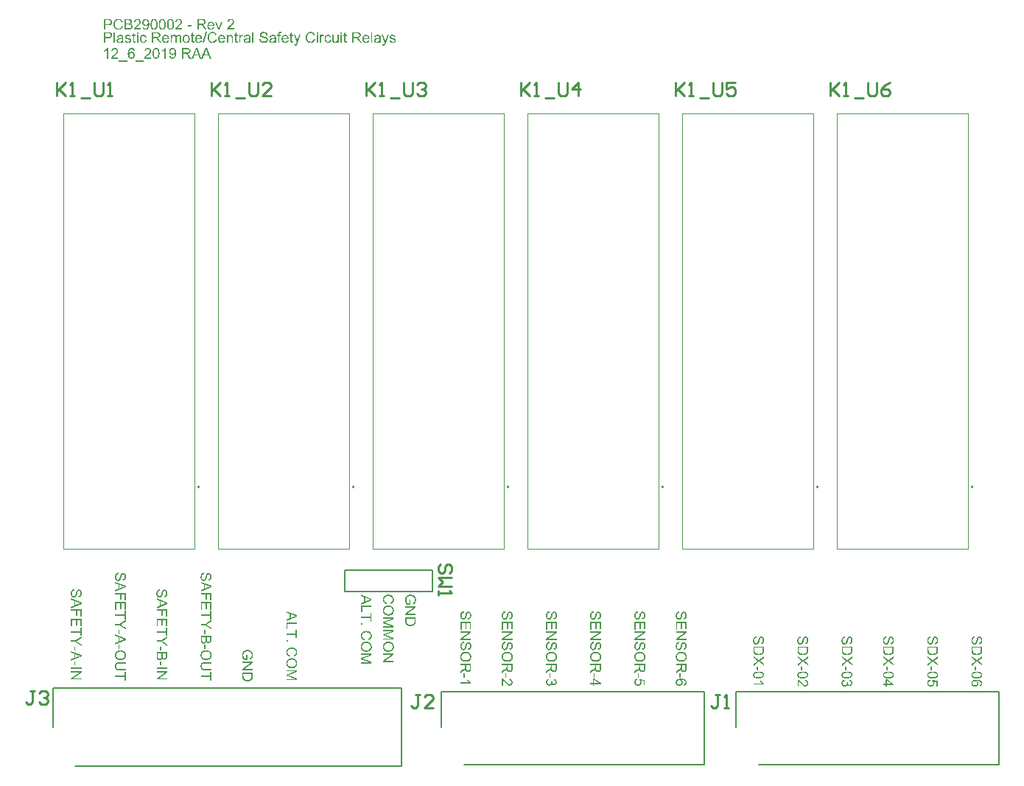
<source format=gto>
G04*
G04 #@! TF.GenerationSoftware,Altium Limited,Altium Designer,19.1.8 (144)*
G04*
G04 Layer_Color=65535*
%FSLAX25Y25*%
%MOIN*%
G70*
G01*
G75*
%ADD10C,0.00787*%
%ADD11C,0.00394*%
%ADD12C,0.00500*%
%ADD13C,0.01000*%
G36*
X175419Y454333D02*
X175482Y454326D01*
X175558Y454320D01*
X175635Y454313D01*
X175725Y454292D01*
X175912Y454250D01*
X176120Y454188D01*
X176224Y454146D01*
X176321Y454098D01*
X176419Y454035D01*
X176516Y453973D01*
X176523Y453966D01*
X176537Y453959D01*
X176564Y453938D01*
X176599Y453903D01*
X176634Y453868D01*
X176682Y453820D01*
X176731Y453764D01*
X176786Y453709D01*
X176842Y453640D01*
X176898Y453556D01*
X176960Y453473D01*
X177015Y453383D01*
X177064Y453279D01*
X177120Y453174D01*
X177161Y453063D01*
X177203Y452939D01*
X176578Y452793D01*
Y452800D01*
X176571Y452814D01*
X176558Y452841D01*
X176544Y452876D01*
X176530Y452918D01*
X176509Y452973D01*
X176453Y453084D01*
X176384Y453209D01*
X176301Y453334D01*
X176197Y453452D01*
X176086Y453556D01*
X176072Y453570D01*
X176030Y453598D01*
X175961Y453632D01*
X175870Y453681D01*
X175752Y453723D01*
X175621Y453764D01*
X175461Y453792D01*
X175287Y453799D01*
X175232D01*
X175197Y453792D01*
X175149D01*
X175093Y453785D01*
X174961Y453764D01*
X174816Y453737D01*
X174663Y453688D01*
X174503Y453619D01*
X174357Y453528D01*
X174351D01*
X174344Y453514D01*
X174295Y453480D01*
X174233Y453424D01*
X174156Y453341D01*
X174066Y453237D01*
X173983Y453119D01*
X173906Y452973D01*
X173837Y452814D01*
Y452807D01*
X173830Y452793D01*
X173823Y452772D01*
X173816Y452737D01*
X173802Y452696D01*
X173788Y452647D01*
X173768Y452529D01*
X173740Y452390D01*
X173712Y452238D01*
X173698Y452071D01*
X173691Y451891D01*
Y451884D01*
Y451863D01*
Y451828D01*
Y451787D01*
X173698Y451738D01*
Y451675D01*
X173705Y451606D01*
X173712Y451530D01*
X173733Y451363D01*
X173768Y451183D01*
X173809Y451002D01*
X173865Y450822D01*
Y450815D01*
X173872Y450801D01*
X173886Y450780D01*
X173899Y450745D01*
X173941Y450662D01*
X174004Y450565D01*
X174080Y450454D01*
X174177Y450336D01*
X174288Y450232D01*
X174420Y450135D01*
X174427D01*
X174441Y450128D01*
X174462Y450114D01*
X174489Y450100D01*
X174524Y450086D01*
X174566Y450065D01*
X174663Y450024D01*
X174788Y449982D01*
X174927Y449947D01*
X175079Y449920D01*
X175239Y449913D01*
X175287D01*
X175329Y449920D01*
X175378D01*
X175426Y449927D01*
X175551Y449954D01*
X175697Y449989D01*
X175843Y450044D01*
X175995Y450121D01*
X176072Y450163D01*
X176141Y450218D01*
X176148Y450225D01*
X176155Y450232D01*
X176176Y450253D01*
X176204Y450274D01*
X176231Y450308D01*
X176266Y450350D01*
X176308Y450391D01*
X176342Y450447D01*
X176384Y450510D01*
X176433Y450579D01*
X176474Y450648D01*
X176516Y450732D01*
X176551Y450822D01*
X176585Y450919D01*
X176620Y451023D01*
X176648Y451134D01*
X177286Y450975D01*
Y450968D01*
X177279Y450940D01*
X177265Y450898D01*
X177245Y450843D01*
X177224Y450780D01*
X177196Y450704D01*
X177161Y450621D01*
X177120Y450530D01*
X177023Y450336D01*
X176898Y450142D01*
X176821Y450044D01*
X176745Y449947D01*
X176662Y449864D01*
X176564Y449781D01*
X176558Y449774D01*
X176544Y449760D01*
X176509Y449746D01*
X176474Y449718D01*
X176419Y449684D01*
X176363Y449649D01*
X176287Y449614D01*
X176210Y449580D01*
X176120Y449538D01*
X176023Y449503D01*
X175919Y449469D01*
X175808Y449434D01*
X175690Y449406D01*
X175565Y449392D01*
X175433Y449378D01*
X175294Y449371D01*
X175218D01*
X175163Y449378D01*
X175100D01*
X175024Y449385D01*
X174941Y449399D01*
X174843Y449413D01*
X174642Y449448D01*
X174434Y449503D01*
X174226Y449580D01*
X174128Y449628D01*
X174031Y449684D01*
X174024Y449691D01*
X174011Y449697D01*
X173983Y449718D01*
X173955Y449746D01*
X173913Y449774D01*
X173865Y449816D01*
X173809Y449864D01*
X173754Y449920D01*
X173698Y449982D01*
X173636Y450044D01*
X173511Y450204D01*
X173393Y450391D01*
X173289Y450600D01*
Y450607D01*
X173275Y450628D01*
X173268Y450662D01*
X173247Y450704D01*
X173233Y450759D01*
X173212Y450829D01*
X173185Y450905D01*
X173164Y450988D01*
X173143Y451079D01*
X173115Y451183D01*
X173081Y451398D01*
X173053Y451641D01*
X173039Y451891D01*
Y451897D01*
Y451925D01*
Y451967D01*
X173046Y452015D01*
Y452085D01*
X173053Y452154D01*
X173060Y452245D01*
X173074Y452335D01*
X173108Y452536D01*
X173157Y452758D01*
X173226Y452980D01*
X173324Y453195D01*
X173330Y453202D01*
X173337Y453223D01*
X173351Y453251D01*
X173379Y453286D01*
X173407Y453334D01*
X173441Y453390D01*
X173532Y453514D01*
X173650Y453653D01*
X173788Y453792D01*
X173948Y453931D01*
X174135Y454049D01*
X174142Y454056D01*
X174163Y454063D01*
X174191Y454077D01*
X174226Y454098D01*
X174281Y454118D01*
X174337Y454139D01*
X174406Y454167D01*
X174482Y454195D01*
X174566Y454222D01*
X174656Y454250D01*
X174850Y454292D01*
X175072Y454326D01*
X175301Y454340D01*
X175371D01*
X175419Y454333D01*
D02*
G37*
G36*
X208329Y450898D02*
X206504D01*
Y451488D01*
X208329D01*
Y450898D01*
D02*
G37*
G36*
X220925Y449455D02*
X220363D01*
X219051Y452939D01*
X219676D01*
X220425Y450850D01*
Y450843D01*
X220432Y450836D01*
X220439Y450815D01*
X220446Y450794D01*
X220467Y450725D01*
X220495Y450634D01*
X220529Y450530D01*
X220571Y450412D01*
X220606Y450281D01*
X220647Y450149D01*
X220654Y450163D01*
X220661Y450197D01*
X220682Y450253D01*
X220703Y450336D01*
X220738Y450426D01*
X220772Y450544D01*
X220821Y450669D01*
X220869Y450808D01*
X221640Y452939D01*
X222251D01*
X220925Y449455D01*
D02*
G37*
G36*
X187627Y454271D02*
X187662D01*
X187710Y454264D01*
X187828Y454243D01*
X187960Y454215D01*
X188106Y454167D01*
X188251Y454104D01*
X188397Y454021D01*
X188404D01*
X188411Y454007D01*
X188432Y453993D01*
X188460Y453973D01*
X188529Y453917D01*
X188619Y453841D01*
X188709Y453737D01*
X188813Y453612D01*
X188904Y453466D01*
X188987Y453299D01*
Y453293D01*
X188994Y453279D01*
X189008Y453251D01*
X189022Y453216D01*
X189036Y453167D01*
X189056Y453105D01*
X189070Y453036D01*
X189091Y452959D01*
X189112Y452869D01*
X189133Y452765D01*
X189147Y452654D01*
X189161Y452536D01*
X189174Y452404D01*
X189188Y452265D01*
X189195Y452113D01*
Y451953D01*
Y451946D01*
Y451911D01*
Y451863D01*
Y451800D01*
X189188Y451724D01*
Y451634D01*
X189181Y451530D01*
X189167Y451426D01*
X189147Y451190D01*
X189112Y450940D01*
X189063Y450704D01*
X189029Y450586D01*
X188994Y450482D01*
Y450475D01*
X188987Y450461D01*
X188973Y450433D01*
X188959Y450391D01*
X188938Y450350D01*
X188911Y450294D01*
X188841Y450176D01*
X188758Y450044D01*
X188661Y449906D01*
X188536Y449774D01*
X188397Y449656D01*
X188390D01*
X188376Y449642D01*
X188356Y449628D01*
X188328Y449614D01*
X188286Y449593D01*
X188244Y449566D01*
X188189Y449538D01*
X188133Y449517D01*
X188002Y449462D01*
X187842Y449413D01*
X187668Y449385D01*
X187474Y449371D01*
X187419D01*
X187384Y449378D01*
X187335D01*
X187280Y449385D01*
X187148Y449413D01*
X187002Y449448D01*
X186849Y449503D01*
X186697Y449580D01*
X186620Y449628D01*
X186551Y449684D01*
X186544Y449691D01*
X186537Y449697D01*
X186516Y449718D01*
X186496Y449739D01*
X186468Y449774D01*
X186433Y449816D01*
X186364Y449913D01*
X186294Y450038D01*
X186225Y450190D01*
X186169Y450364D01*
X186128Y450565D01*
X186697Y450614D01*
Y450607D01*
X186704Y450593D01*
Y450579D01*
X186711Y450551D01*
X186732Y450475D01*
X186759Y450391D01*
X186794Y450294D01*
X186843Y450197D01*
X186898Y450107D01*
X186968Y450031D01*
X186974Y450024D01*
X187002Y450003D01*
X187051Y449975D01*
X187106Y449947D01*
X187183Y449913D01*
X187273Y449885D01*
X187377Y449864D01*
X187488Y449857D01*
X187537D01*
X187585Y449864D01*
X187648Y449871D01*
X187724Y449885D01*
X187800Y449906D01*
X187884Y449933D01*
X187960Y449975D01*
X187967Y449982D01*
X187995Y449996D01*
X188036Y450024D01*
X188078Y450065D01*
X188133Y450114D01*
X188189Y450170D01*
X188244Y450232D01*
X188300Y450308D01*
X188307Y450315D01*
X188321Y450350D01*
X188349Y450398D01*
X188376Y450461D01*
X188411Y450544D01*
X188446Y450641D01*
X188480Y450752D01*
X188515Y450877D01*
Y450884D01*
X188522Y450891D01*
Y450912D01*
X188529Y450940D01*
X188543Y451009D01*
X188564Y451099D01*
X188578Y451210D01*
X188592Y451328D01*
X188598Y451460D01*
X188605Y451599D01*
Y451606D01*
Y451627D01*
Y451662D01*
Y451717D01*
X188598Y451703D01*
X188571Y451669D01*
X188529Y451620D01*
X188480Y451550D01*
X188411Y451481D01*
X188328Y451405D01*
X188231Y451328D01*
X188119Y451259D01*
X188106Y451252D01*
X188064Y451231D01*
X188002Y451203D01*
X187925Y451176D01*
X187821Y451141D01*
X187710Y451113D01*
X187585Y451092D01*
X187453Y451086D01*
X187398D01*
X187356Y451092D01*
X187301Y451099D01*
X187245Y451106D01*
X187176Y451120D01*
X187106Y451141D01*
X186947Y451190D01*
X186863Y451224D01*
X186780Y451266D01*
X186690Y451315D01*
X186607Y451377D01*
X186523Y451440D01*
X186447Y451516D01*
X186440Y451523D01*
X186426Y451537D01*
X186412Y451557D01*
X186384Y451592D01*
X186350Y451641D01*
X186315Y451689D01*
X186280Y451752D01*
X186246Y451821D01*
X186204Y451897D01*
X186169Y451981D01*
X186135Y452078D01*
X186100Y452175D01*
X186072Y452286D01*
X186058Y452404D01*
X186045Y452522D01*
X186038Y452654D01*
Y452661D01*
Y452689D01*
Y452723D01*
X186045Y452772D01*
X186051Y452834D01*
X186058Y452911D01*
X186072Y452987D01*
X186093Y453077D01*
X186142Y453258D01*
X186176Y453355D01*
X186218Y453459D01*
X186267Y453556D01*
X186329Y453646D01*
X186391Y453744D01*
X186468Y453827D01*
X186475Y453834D01*
X186489Y453848D01*
X186510Y453868D01*
X186544Y453896D01*
X186586Y453931D01*
X186641Y453973D01*
X186697Y454007D01*
X186766Y454056D01*
X186836Y454098D01*
X186919Y454132D01*
X187106Y454209D01*
X187204Y454236D01*
X187314Y454257D01*
X187425Y454271D01*
X187543Y454278D01*
X187592D01*
X187627Y454271D01*
D02*
G37*
G36*
X226185D02*
X226241Y454264D01*
X226310Y454257D01*
X226387Y454243D01*
X226463Y454229D01*
X226643Y454181D01*
X226824Y454111D01*
X226914Y454070D01*
X227004Y454021D01*
X227088Y453959D01*
X227164Y453889D01*
X227171Y453882D01*
X227185Y453875D01*
X227199Y453848D01*
X227226Y453820D01*
X227261Y453785D01*
X227296Y453737D01*
X227330Y453688D01*
X227372Y453626D01*
X227442Y453494D01*
X227511Y453327D01*
X227539Y453244D01*
X227553Y453147D01*
X227567Y453050D01*
X227573Y452946D01*
Y452932D01*
Y452897D01*
X227567Y452841D01*
X227560Y452765D01*
X227546Y452682D01*
X227518Y452585D01*
X227490Y452481D01*
X227449Y452376D01*
X227442Y452362D01*
X227428Y452328D01*
X227400Y452272D01*
X227358Y452196D01*
X227303Y452113D01*
X227233Y452009D01*
X227150Y451904D01*
X227053Y451787D01*
X227039Y451773D01*
X227004Y451731D01*
X226970Y451696D01*
X226935Y451662D01*
X226893Y451620D01*
X226838Y451564D01*
X226782Y451509D01*
X226713Y451446D01*
X226643Y451377D01*
X226560Y451301D01*
X226470Y451224D01*
X226373Y451134D01*
X226262Y451044D01*
X226151Y450947D01*
X226144Y450940D01*
X226130Y450926D01*
X226102Y450905D01*
X226067Y450877D01*
X226026Y450836D01*
X225977Y450794D01*
X225866Y450704D01*
X225748Y450600D01*
X225637Y450496D01*
X225540Y450405D01*
X225498Y450371D01*
X225464Y450336D01*
X225457Y450329D01*
X225436Y450308D01*
X225408Y450281D01*
X225374Y450239D01*
X225339Y450190D01*
X225297Y450142D01*
X225214Y450024D01*
X227580D01*
Y449455D01*
X224395D01*
Y449462D01*
Y449489D01*
Y449531D01*
X224402Y449586D01*
X224409Y449649D01*
X224423Y449718D01*
X224437Y449788D01*
X224464Y449864D01*
Y449871D01*
X224471Y449878D01*
X224485Y449920D01*
X224513Y449982D01*
X224554Y450065D01*
X224610Y450163D01*
X224679Y450274D01*
X224756Y450385D01*
X224853Y450503D01*
Y450510D01*
X224867Y450517D01*
X224902Y450558D01*
X224964Y450621D01*
X225054Y450711D01*
X225158Y450815D01*
X225290Y450940D01*
X225450Y451079D01*
X225623Y451224D01*
X225630Y451231D01*
X225658Y451252D01*
X225700Y451287D01*
X225748Y451328D01*
X225811Y451384D01*
X225887Y451446D01*
X225963Y451516D01*
X226054Y451592D01*
X226227Y451759D01*
X226401Y451925D01*
X226484Y452009D01*
X226560Y452092D01*
X226630Y452168D01*
X226685Y452245D01*
Y452251D01*
X226699Y452258D01*
X226713Y452279D01*
X226727Y452307D01*
X226775Y452383D01*
X226831Y452473D01*
X226879Y452585D01*
X226928Y452703D01*
X226956Y452834D01*
X226970Y452959D01*
Y452966D01*
Y452973D01*
X226963Y453015D01*
X226956Y453084D01*
X226935Y453161D01*
X226907Y453258D01*
X226859Y453355D01*
X226796Y453452D01*
X226713Y453549D01*
X226699Y453563D01*
X226664Y453591D01*
X226616Y453626D01*
X226539Y453674D01*
X226442Y453716D01*
X226331Y453757D01*
X226199Y453785D01*
X226054Y453792D01*
X226012D01*
X225984Y453785D01*
X225901Y453778D01*
X225804Y453757D01*
X225700Y453730D01*
X225582Y453681D01*
X225471Y453619D01*
X225366Y453535D01*
X225353Y453521D01*
X225325Y453487D01*
X225283Y453431D01*
X225242Y453348D01*
X225193Y453251D01*
X225151Y453126D01*
X225124Y452987D01*
X225110Y452828D01*
X224506Y452890D01*
Y452897D01*
X224513Y452918D01*
Y452952D01*
X224520Y453001D01*
X224534Y453056D01*
X224548Y453119D01*
X224568Y453195D01*
X224589Y453272D01*
X224645Y453438D01*
X224728Y453605D01*
X224777Y453688D01*
X224839Y453771D01*
X224902Y453848D01*
X224971Y453917D01*
X224978Y453924D01*
X224992Y453931D01*
X225013Y453952D01*
X225047Y453973D01*
X225089Y454000D01*
X225137Y454028D01*
X225193Y454063D01*
X225262Y454098D01*
X225339Y454132D01*
X225422Y454167D01*
X225512Y454195D01*
X225609Y454222D01*
X225713Y454243D01*
X225825Y454264D01*
X225942Y454271D01*
X226067Y454278D01*
X226137D01*
X226185Y454271D01*
D02*
G37*
G36*
X213208Y454250D02*
X213270D01*
X213416Y454243D01*
X213568Y454222D01*
X213735Y454202D01*
X213888Y454167D01*
X213964Y454146D01*
X214027Y454125D01*
X214034D01*
X214040Y454118D01*
X214082Y454098D01*
X214144Y454070D01*
X214221Y454021D01*
X214304Y453959D01*
X214394Y453875D01*
X214478Y453778D01*
X214561Y453667D01*
Y453660D01*
X214568Y453653D01*
X214596Y453612D01*
X214623Y453542D01*
X214665Y453452D01*
X214700Y453348D01*
X214734Y453223D01*
X214755Y453091D01*
X214762Y452946D01*
Y452939D01*
Y452925D01*
Y452897D01*
X214755Y452862D01*
Y452814D01*
X214748Y452765D01*
X214721Y452647D01*
X214679Y452508D01*
X214623Y452362D01*
X214540Y452217D01*
X214485Y452147D01*
X214429Y452078D01*
X214422Y452071D01*
X214415Y452064D01*
X214394Y452043D01*
X214367Y452022D01*
X214332Y451995D01*
X214290Y451967D01*
X214235Y451932D01*
X214179Y451891D01*
X214110Y451856D01*
X214034Y451821D01*
X213950Y451780D01*
X213860Y451745D01*
X213756Y451717D01*
X213652Y451682D01*
X213534Y451662D01*
X213409Y451641D01*
X213423Y451634D01*
X213451Y451620D01*
X213492Y451592D01*
X213548Y451564D01*
X213673Y451488D01*
X213735Y451440D01*
X213791Y451398D01*
X213805Y451384D01*
X213839Y451349D01*
X213895Y451294D01*
X213964Y451224D01*
X214040Y451127D01*
X214131Y451023D01*
X214221Y450898D01*
X214318Y450759D01*
X215144Y449455D01*
X214353D01*
X213721Y450454D01*
Y450461D01*
X213707Y450475D01*
X213693Y450496D01*
X213673Y450523D01*
X213624Y450600D01*
X213562Y450697D01*
X213485Y450801D01*
X213409Y450912D01*
X213333Y451016D01*
X213263Y451113D01*
X213256Y451120D01*
X213235Y451148D01*
X213201Y451190D01*
X213152Y451238D01*
X213048Y451342D01*
X212993Y451391D01*
X212937Y451433D01*
X212930Y451440D01*
X212916Y451446D01*
X212888Y451460D01*
X212847Y451481D01*
X212805Y451502D01*
X212756Y451523D01*
X212646Y451557D01*
X212639D01*
X212625Y451564D01*
X212597D01*
X212562Y451571D01*
X212514Y451578D01*
X212458D01*
X212382Y451585D01*
X211563D01*
Y449455D01*
X210924D01*
Y454257D01*
X213152D01*
X213208Y454250D01*
D02*
G37*
G36*
X202680Y454271D02*
X202735Y454264D01*
X202805Y454257D01*
X202881Y454243D01*
X202957Y454229D01*
X203138Y454181D01*
X203318Y454111D01*
X203408Y454070D01*
X203499Y454021D01*
X203582Y453959D01*
X203658Y453889D01*
X203665Y453882D01*
X203679Y453875D01*
X203693Y453848D01*
X203721Y453820D01*
X203755Y453785D01*
X203790Y453737D01*
X203825Y453688D01*
X203866Y453626D01*
X203936Y453494D01*
X204005Y453327D01*
X204033Y453244D01*
X204047Y453147D01*
X204061Y453050D01*
X204068Y452946D01*
Y452932D01*
Y452897D01*
X204061Y452841D01*
X204054Y452765D01*
X204040Y452682D01*
X204012Y452585D01*
X203984Y452481D01*
X203943Y452376D01*
X203936Y452362D01*
X203922Y452328D01*
X203894Y452272D01*
X203853Y452196D01*
X203797Y452113D01*
X203728Y452009D01*
X203644Y451904D01*
X203547Y451787D01*
X203533Y451773D01*
X203499Y451731D01*
X203464Y451696D01*
X203429Y451662D01*
X203387Y451620D01*
X203332Y451564D01*
X203276Y451509D01*
X203207Y451446D01*
X203138Y451377D01*
X203054Y451301D01*
X202964Y451224D01*
X202867Y451134D01*
X202756Y451044D01*
X202645Y450947D01*
X202638Y450940D01*
X202624Y450926D01*
X202596Y450905D01*
X202562Y450877D01*
X202520Y450836D01*
X202471Y450794D01*
X202360Y450704D01*
X202242Y450600D01*
X202131Y450496D01*
X202034Y450405D01*
X201993Y450371D01*
X201958Y450336D01*
X201951Y450329D01*
X201930Y450308D01*
X201902Y450281D01*
X201868Y450239D01*
X201833Y450190D01*
X201791Y450142D01*
X201708Y450024D01*
X204075D01*
Y449455D01*
X200889D01*
Y449462D01*
Y449489D01*
Y449531D01*
X200896Y449586D01*
X200903Y449649D01*
X200917Y449718D01*
X200931Y449788D01*
X200958Y449864D01*
Y449871D01*
X200965Y449878D01*
X200979Y449920D01*
X201007Y449982D01*
X201049Y450065D01*
X201104Y450163D01*
X201174Y450274D01*
X201250Y450385D01*
X201347Y450503D01*
Y450510D01*
X201361Y450517D01*
X201396Y450558D01*
X201458Y450621D01*
X201548Y450711D01*
X201653Y450815D01*
X201784Y450940D01*
X201944Y451079D01*
X202117Y451224D01*
X202125Y451231D01*
X202152Y451252D01*
X202194Y451287D01*
X202242Y451328D01*
X202305Y451384D01*
X202381Y451446D01*
X202458Y451516D01*
X202548Y451592D01*
X202721Y451759D01*
X202895Y451925D01*
X202978Y452009D01*
X203054Y452092D01*
X203124Y452168D01*
X203179Y452245D01*
Y452251D01*
X203193Y452258D01*
X203207Y452279D01*
X203221Y452307D01*
X203270Y452383D01*
X203325Y452473D01*
X203374Y452585D01*
X203422Y452703D01*
X203450Y452834D01*
X203464Y452959D01*
Y452966D01*
Y452973D01*
X203457Y453015D01*
X203450Y453084D01*
X203429Y453161D01*
X203401Y453258D01*
X203353Y453355D01*
X203290Y453452D01*
X203207Y453549D01*
X203193Y453563D01*
X203158Y453591D01*
X203110Y453626D01*
X203034Y453674D01*
X202936Y453716D01*
X202825Y453757D01*
X202694Y453785D01*
X202548Y453792D01*
X202506D01*
X202478Y453785D01*
X202395Y453778D01*
X202298Y453757D01*
X202194Y453730D01*
X202076Y453681D01*
X201965Y453619D01*
X201861Y453535D01*
X201847Y453521D01*
X201819Y453487D01*
X201778Y453431D01*
X201736Y453348D01*
X201687Y453251D01*
X201646Y453126D01*
X201618Y452987D01*
X201604Y452828D01*
X201000Y452890D01*
Y452897D01*
X201007Y452918D01*
Y452952D01*
X201014Y453001D01*
X201028Y453056D01*
X201042Y453119D01*
X201063Y453195D01*
X201083Y453272D01*
X201139Y453438D01*
X201222Y453605D01*
X201271Y453688D01*
X201333Y453771D01*
X201396Y453848D01*
X201465Y453917D01*
X201472Y453924D01*
X201486Y453931D01*
X201507Y453952D01*
X201541Y453973D01*
X201583Y454000D01*
X201632Y454028D01*
X201687Y454063D01*
X201757Y454098D01*
X201833Y454132D01*
X201916Y454167D01*
X202007Y454195D01*
X202104Y454222D01*
X202208Y454243D01*
X202319Y454264D01*
X202437Y454271D01*
X202562Y454278D01*
X202631D01*
X202680Y454271D01*
D02*
G37*
G36*
X184011D02*
X184067Y454264D01*
X184136Y454257D01*
X184212Y454243D01*
X184289Y454229D01*
X184469Y454181D01*
X184650Y454111D01*
X184740Y454070D01*
X184830Y454021D01*
X184913Y453959D01*
X184990Y453889D01*
X184996Y453882D01*
X185010Y453875D01*
X185024Y453848D01*
X185052Y453820D01*
X185087Y453785D01*
X185122Y453737D01*
X185156Y453688D01*
X185198Y453626D01*
X185267Y453494D01*
X185337Y453327D01*
X185364Y453244D01*
X185378Y453147D01*
X185392Y453050D01*
X185399Y452946D01*
Y452932D01*
Y452897D01*
X185392Y452841D01*
X185385Y452765D01*
X185371Y452682D01*
X185344Y452585D01*
X185316Y452481D01*
X185274Y452376D01*
X185267Y452362D01*
X185253Y452328D01*
X185226Y452272D01*
X185184Y452196D01*
X185128Y452113D01*
X185059Y452009D01*
X184976Y451904D01*
X184879Y451787D01*
X184865Y451773D01*
X184830Y451731D01*
X184795Y451696D01*
X184761Y451662D01*
X184719Y451620D01*
X184663Y451564D01*
X184608Y451509D01*
X184538Y451446D01*
X184469Y451377D01*
X184386Y451301D01*
X184296Y451224D01*
X184198Y451134D01*
X184087Y451044D01*
X183976Y450947D01*
X183969Y450940D01*
X183956Y450926D01*
X183928Y450905D01*
X183893Y450877D01*
X183851Y450836D01*
X183803Y450794D01*
X183692Y450704D01*
X183574Y450600D01*
X183463Y450496D01*
X183366Y450405D01*
X183324Y450371D01*
X183289Y450336D01*
X183282Y450329D01*
X183262Y450308D01*
X183234Y450281D01*
X183199Y450239D01*
X183164Y450190D01*
X183123Y450142D01*
X183039Y450024D01*
X185406D01*
Y449455D01*
X182220D01*
Y449462D01*
Y449489D01*
Y449531D01*
X182228Y449586D01*
X182234Y449649D01*
X182248Y449718D01*
X182262Y449788D01*
X182290Y449864D01*
Y449871D01*
X182297Y449878D01*
X182311Y449920D01*
X182339Y449982D01*
X182380Y450065D01*
X182436Y450163D01*
X182505Y450274D01*
X182581Y450385D01*
X182679Y450503D01*
Y450510D01*
X182693Y450517D01*
X182727Y450558D01*
X182790Y450621D01*
X182880Y450711D01*
X182984Y450815D01*
X183116Y450940D01*
X183275Y451079D01*
X183449Y451224D01*
X183456Y451231D01*
X183484Y451252D01*
X183525Y451287D01*
X183574Y451328D01*
X183636Y451384D01*
X183713Y451446D01*
X183789Y451516D01*
X183879Y451592D01*
X184053Y451759D01*
X184226Y451925D01*
X184309Y452009D01*
X184386Y452092D01*
X184455Y452168D01*
X184511Y452245D01*
Y452251D01*
X184525Y452258D01*
X184538Y452279D01*
X184552Y452307D01*
X184601Y452383D01*
X184657Y452473D01*
X184705Y452585D01*
X184754Y452703D01*
X184781Y452834D01*
X184795Y452959D01*
Y452966D01*
Y452973D01*
X184788Y453015D01*
X184781Y453084D01*
X184761Y453161D01*
X184733Y453258D01*
X184684Y453355D01*
X184622Y453452D01*
X184538Y453549D01*
X184525Y453563D01*
X184490Y453591D01*
X184441Y453626D01*
X184365Y453674D01*
X184268Y453716D01*
X184157Y453757D01*
X184025Y453785D01*
X183879Y453792D01*
X183838D01*
X183810Y453785D01*
X183727Y453778D01*
X183629Y453757D01*
X183525Y453730D01*
X183407Y453681D01*
X183296Y453619D01*
X183192Y453535D01*
X183178Y453521D01*
X183150Y453487D01*
X183109Y453431D01*
X183067Y453348D01*
X183019Y453251D01*
X182977Y453126D01*
X182949Y452987D01*
X182935Y452828D01*
X182332Y452890D01*
Y452897D01*
X182339Y452918D01*
Y452952D01*
X182345Y453001D01*
X182359Y453056D01*
X182373Y453119D01*
X182394Y453195D01*
X182415Y453272D01*
X182470Y453438D01*
X182554Y453605D01*
X182602Y453688D01*
X182665Y453771D01*
X182727Y453848D01*
X182797Y453917D01*
X182803Y453924D01*
X182817Y453931D01*
X182838Y453952D01*
X182873Y453973D01*
X182914Y454000D01*
X182963Y454028D01*
X183019Y454063D01*
X183088Y454098D01*
X183164Y454132D01*
X183248Y454167D01*
X183338Y454195D01*
X183435Y454222D01*
X183539Y454243D01*
X183650Y454264D01*
X183768Y454271D01*
X183893Y454278D01*
X183963D01*
X184011Y454271D01*
D02*
G37*
G36*
X179979Y454250D02*
X180034D01*
X180159Y454236D01*
X180298Y454222D01*
X180444Y454195D01*
X180590Y454160D01*
X180721Y454111D01*
X180728D01*
X180735Y454104D01*
X180777Y454084D01*
X180840Y454049D01*
X180909Y454000D01*
X180992Y453938D01*
X181082Y453862D01*
X181166Y453764D01*
X181242Y453660D01*
X181249Y453646D01*
X181270Y453605D01*
X181305Y453549D01*
X181339Y453466D01*
X181374Y453369D01*
X181409Y453265D01*
X181429Y453147D01*
X181436Y453029D01*
Y453015D01*
Y452980D01*
X181429Y452918D01*
X181415Y452841D01*
X181395Y452751D01*
X181360Y452654D01*
X181318Y452557D01*
X181263Y452453D01*
X181256Y452439D01*
X181235Y452411D01*
X181193Y452356D01*
X181138Y452300D01*
X181069Y452231D01*
X180985Y452154D01*
X180881Y452085D01*
X180763Y452015D01*
X180770D01*
X180784Y452009D01*
X180805Y452002D01*
X180833Y451988D01*
X180916Y451960D01*
X181013Y451911D01*
X181117Y451849D01*
X181235Y451773D01*
X181339Y451682D01*
X181436Y451571D01*
X181443Y451557D01*
X181471Y451516D01*
X181513Y451453D01*
X181554Y451370D01*
X181596Y451259D01*
X181638Y451141D01*
X181665Y451002D01*
X181672Y450850D01*
Y450843D01*
Y450836D01*
Y450794D01*
X181665Y450725D01*
X181651Y450641D01*
X181638Y450544D01*
X181610Y450440D01*
X181575Y450329D01*
X181527Y450218D01*
X181520Y450204D01*
X181499Y450170D01*
X181471Y450121D01*
X181429Y450051D01*
X181374Y449982D01*
X181318Y449906D01*
X181249Y449829D01*
X181173Y449767D01*
X181166Y449760D01*
X181138Y449739D01*
X181089Y449711D01*
X181027Y449684D01*
X180950Y449642D01*
X180860Y449600D01*
X180763Y449566D01*
X180645Y449531D01*
X180631D01*
X180590Y449517D01*
X180520Y449510D01*
X180430Y449496D01*
X180319Y449482D01*
X180187Y449469D01*
X180041Y449462D01*
X179875Y449455D01*
X178043D01*
Y454257D01*
X179930D01*
X179979Y454250D01*
D02*
G37*
G36*
X170825D02*
X170943Y454243D01*
X171068Y454236D01*
X171186Y454222D01*
X171290Y454209D01*
X171304D01*
X171353Y454195D01*
X171415Y454181D01*
X171498Y454160D01*
X171589Y454125D01*
X171686Y454084D01*
X171790Y454035D01*
X171880Y453979D01*
X171894Y453973D01*
X171922Y453952D01*
X171963Y453910D01*
X172019Y453862D01*
X172081Y453799D01*
X172144Y453716D01*
X172213Y453626D01*
X172269Y453521D01*
X172275Y453508D01*
X172289Y453473D01*
X172317Y453410D01*
X172345Y453327D01*
X172366Y453230D01*
X172394Y453119D01*
X172407Y452994D01*
X172414Y452862D01*
Y452855D01*
Y452834D01*
Y452807D01*
X172407Y452758D01*
X172400Y452709D01*
X172394Y452647D01*
X172380Y452578D01*
X172366Y452501D01*
X172317Y452342D01*
X172289Y452258D01*
X172248Y452168D01*
X172199Y452078D01*
X172151Y451995D01*
X172088Y451911D01*
X172019Y451828D01*
X172012Y451821D01*
X171998Y451807D01*
X171977Y451787D01*
X171942Y451766D01*
X171901Y451731D01*
X171845Y451696D01*
X171776Y451655D01*
X171700Y451620D01*
X171609Y451578D01*
X171505Y451537D01*
X171394Y451502D01*
X171262Y451474D01*
X171124Y451446D01*
X170971Y451426D01*
X170797Y451412D01*
X170617Y451405D01*
X169388D01*
Y449455D01*
X168750D01*
Y454257D01*
X170721D01*
X170825Y454250D01*
D02*
G37*
G36*
X217226Y453008D02*
X217281Y453001D01*
X217351Y452987D01*
X217427Y452973D01*
X217517Y452952D01*
X217601Y452932D01*
X217698Y452897D01*
X217788Y452862D01*
X217885Y452814D01*
X217982Y452758D01*
X218079Y452696D01*
X218170Y452619D01*
X218253Y452536D01*
X218260Y452529D01*
X218274Y452515D01*
X218295Y452487D01*
X218322Y452446D01*
X218357Y452397D01*
X218392Y452342D01*
X218433Y452272D01*
X218475Y452189D01*
X218517Y452099D01*
X218558Y452002D01*
X218593Y451891D01*
X218628Y451773D01*
X218655Y451641D01*
X218676Y451502D01*
X218690Y451356D01*
X218697Y451197D01*
Y451190D01*
Y451162D01*
Y451113D01*
X218690Y451044D01*
X216088D01*
Y451037D01*
Y451016D01*
X216095Y450988D01*
Y450947D01*
X216102Y450898D01*
X216115Y450843D01*
X216136Y450718D01*
X216178Y450579D01*
X216233Y450426D01*
X216310Y450287D01*
X216407Y450163D01*
X216414D01*
X216421Y450149D01*
X216462Y450114D01*
X216525Y450065D01*
X216608Y450017D01*
X216719Y449961D01*
X216844Y449913D01*
X216983Y449878D01*
X217059Y449871D01*
X217143Y449864D01*
X217198D01*
X217261Y449871D01*
X217337Y449885D01*
X217420Y449906D01*
X217517Y449933D01*
X217608Y449975D01*
X217698Y450031D01*
X217705Y450038D01*
X217740Y450065D01*
X217781Y450107D01*
X217830Y450163D01*
X217885Y450239D01*
X217948Y450336D01*
X218010Y450447D01*
X218066Y450579D01*
X218676Y450503D01*
Y450496D01*
X218669Y450482D01*
X218663Y450454D01*
X218649Y450412D01*
X218628Y450371D01*
X218607Y450315D01*
X218551Y450197D01*
X218482Y450065D01*
X218385Y449927D01*
X218274Y449795D01*
X218135Y449670D01*
X218128D01*
X218114Y449656D01*
X218093Y449642D01*
X218066Y449621D01*
X218024Y449600D01*
X217982Y449580D01*
X217927Y449552D01*
X217864Y449524D01*
X217795Y449496D01*
X217726Y449469D01*
X217552Y449427D01*
X217358Y449392D01*
X217143Y449378D01*
X217066D01*
X217018Y449385D01*
X216955Y449392D01*
X216879Y449406D01*
X216796Y449420D01*
X216705Y449434D01*
X216511Y449489D01*
X216407Y449531D01*
X216310Y449573D01*
X216206Y449628D01*
X216109Y449691D01*
X216018Y449760D01*
X215928Y449843D01*
X215921Y449850D01*
X215907Y449864D01*
X215886Y449892D01*
X215859Y449933D01*
X215824Y449982D01*
X215789Y450038D01*
X215748Y450107D01*
X215706Y450183D01*
X215664Y450274D01*
X215623Y450371D01*
X215588Y450482D01*
X215553Y450600D01*
X215526Y450725D01*
X215505Y450864D01*
X215491Y451009D01*
X215484Y451162D01*
Y451169D01*
Y451203D01*
Y451245D01*
X215491Y451308D01*
X215498Y451384D01*
X215505Y451467D01*
X215519Y451564D01*
X215540Y451662D01*
X215595Y451884D01*
X215630Y451995D01*
X215671Y452113D01*
X215727Y452224D01*
X215789Y452328D01*
X215859Y452432D01*
X215935Y452529D01*
X215942Y452536D01*
X215956Y452550D01*
X215984Y452571D01*
X216018Y452605D01*
X216060Y452640D01*
X216115Y452682D01*
X216178Y452730D01*
X216254Y452772D01*
X216331Y452820D01*
X216421Y452862D01*
X216518Y452904D01*
X216622Y452939D01*
X216733Y452973D01*
X216851Y452994D01*
X216976Y453008D01*
X217108Y453015D01*
X217177D01*
X217226Y453008D01*
D02*
G37*
G36*
X198946Y454271D02*
X199036Y454257D01*
X199140Y454236D01*
X199251Y454209D01*
X199369Y454174D01*
X199480Y454118D01*
X199487D01*
X199494Y454111D01*
X199529Y454091D01*
X199584Y454056D01*
X199654Y454007D01*
X199730Y453938D01*
X199813Y453862D01*
X199890Y453771D01*
X199966Y453667D01*
X199973Y453653D01*
X200001Y453619D01*
X200029Y453556D01*
X200077Y453466D01*
X200119Y453362D01*
X200174Y453244D01*
X200223Y453105D01*
X200265Y452952D01*
Y452946D01*
X200272Y452932D01*
X200278Y452911D01*
X200285Y452876D01*
X200292Y452834D01*
X200299Y452786D01*
X200313Y452723D01*
X200320Y452654D01*
X200334Y452578D01*
X200341Y452494D01*
X200348Y452397D01*
X200362Y452300D01*
X200369Y452189D01*
Y452078D01*
X200376Y451953D01*
Y451821D01*
Y451814D01*
Y451787D01*
Y451738D01*
Y451682D01*
X200369Y451606D01*
Y451523D01*
X200362Y451433D01*
X200355Y451335D01*
X200334Y451113D01*
X200299Y450884D01*
X200258Y450662D01*
X200230Y450558D01*
X200195Y450454D01*
Y450447D01*
X200188Y450433D01*
X200174Y450405D01*
X200160Y450371D01*
X200147Y450322D01*
X200119Y450274D01*
X200063Y450156D01*
X199994Y450031D01*
X199904Y449892D01*
X199800Y449767D01*
X199675Y449649D01*
X199668D01*
X199661Y449635D01*
X199640Y449621D01*
X199612Y449607D01*
X199577Y449586D01*
X199543Y449559D01*
X199439Y449510D01*
X199314Y449462D01*
X199168Y449413D01*
X198995Y449385D01*
X198807Y449371D01*
X198738D01*
X198689Y449378D01*
X198634Y449385D01*
X198564Y449399D01*
X198488Y449413D01*
X198405Y449434D01*
X198321Y449462D01*
X198231Y449489D01*
X198141Y449531D01*
X198051Y449580D01*
X197960Y449635D01*
X197870Y449705D01*
X197787Y449781D01*
X197711Y449864D01*
X197704Y449871D01*
X197690Y449892D01*
X197669Y449927D01*
X197634Y449982D01*
X197600Y450044D01*
X197565Y450128D01*
X197516Y450225D01*
X197475Y450336D01*
X197433Y450461D01*
X197391Y450607D01*
X197350Y450766D01*
X197315Y450947D01*
X197280Y451141D01*
X197259Y451349D01*
X197246Y451578D01*
X197239Y451821D01*
Y451828D01*
Y451856D01*
Y451904D01*
Y451960D01*
X197246Y452036D01*
Y452120D01*
X197253Y452210D01*
X197259Y452314D01*
X197280Y452529D01*
X197315Y452758D01*
X197357Y452987D01*
X197384Y453091D01*
X197412Y453195D01*
Y453202D01*
X197419Y453216D01*
X197433Y453244D01*
X197447Y453279D01*
X197461Y453327D01*
X197488Y453376D01*
X197544Y453494D01*
X197614Y453619D01*
X197704Y453751D01*
X197808Y453882D01*
X197933Y453993D01*
X197940D01*
X197947Y454007D01*
X197967Y454021D01*
X197995Y454035D01*
X198030Y454063D01*
X198072Y454084D01*
X198176Y454139D01*
X198301Y454188D01*
X198446Y454236D01*
X198620Y454264D01*
X198807Y454278D01*
X198870D01*
X198946Y454271D01*
D02*
G37*
G36*
X195212D02*
X195302Y454257D01*
X195406Y454236D01*
X195518Y454209D01*
X195636Y454174D01*
X195747Y454118D01*
X195754D01*
X195761Y454111D01*
X195795Y454091D01*
X195851Y454056D01*
X195920Y454007D01*
X195996Y453938D01*
X196080Y453862D01*
X196156Y453771D01*
X196232Y453667D01*
X196239Y453653D01*
X196267Y453619D01*
X196295Y453556D01*
X196343Y453466D01*
X196385Y453362D01*
X196441Y453244D01*
X196489Y453105D01*
X196531Y452952D01*
Y452946D01*
X196538Y452932D01*
X196545Y452911D01*
X196552Y452876D01*
X196559Y452834D01*
X196565Y452786D01*
X196579Y452723D01*
X196586Y452654D01*
X196600Y452578D01*
X196607Y452494D01*
X196614Y452397D01*
X196628Y452300D01*
X196635Y452189D01*
Y452078D01*
X196642Y451953D01*
Y451821D01*
Y451814D01*
Y451787D01*
Y451738D01*
Y451682D01*
X196635Y451606D01*
Y451523D01*
X196628Y451433D01*
X196621Y451335D01*
X196600Y451113D01*
X196565Y450884D01*
X196524Y450662D01*
X196496Y450558D01*
X196461Y450454D01*
Y450447D01*
X196455Y450433D01*
X196441Y450405D01*
X196427Y450371D01*
X196413Y450322D01*
X196385Y450274D01*
X196330Y450156D01*
X196260Y450031D01*
X196170Y449892D01*
X196066Y449767D01*
X195941Y449649D01*
X195934D01*
X195927Y449635D01*
X195906Y449621D01*
X195879Y449607D01*
X195844Y449586D01*
X195809Y449559D01*
X195705Y449510D01*
X195580Y449462D01*
X195434Y449413D01*
X195261Y449385D01*
X195073Y449371D01*
X195004D01*
X194955Y449378D01*
X194900Y449385D01*
X194831Y449399D01*
X194754Y449413D01*
X194671Y449434D01*
X194588Y449462D01*
X194497Y449489D01*
X194407Y449531D01*
X194317Y449580D01*
X194227Y449635D01*
X194137Y449705D01*
X194053Y449781D01*
X193977Y449864D01*
X193970Y449871D01*
X193956Y449892D01*
X193935Y449927D01*
X193901Y449982D01*
X193866Y450044D01*
X193831Y450128D01*
X193783Y450225D01*
X193741Y450336D01*
X193699Y450461D01*
X193658Y450607D01*
X193616Y450766D01*
X193581Y450947D01*
X193547Y451141D01*
X193526Y451349D01*
X193512Y451578D01*
X193505Y451821D01*
Y451828D01*
Y451856D01*
Y451904D01*
Y451960D01*
X193512Y452036D01*
Y452120D01*
X193519Y452210D01*
X193526Y452314D01*
X193547Y452529D01*
X193581Y452758D01*
X193623Y452987D01*
X193651Y453091D01*
X193678Y453195D01*
Y453202D01*
X193685Y453216D01*
X193699Y453244D01*
X193713Y453279D01*
X193727Y453327D01*
X193755Y453376D01*
X193810Y453494D01*
X193880Y453619D01*
X193970Y453751D01*
X194074Y453882D01*
X194199Y453993D01*
X194206D01*
X194213Y454007D01*
X194234Y454021D01*
X194261Y454035D01*
X194296Y454063D01*
X194338Y454084D01*
X194442Y454139D01*
X194567Y454188D01*
X194712Y454236D01*
X194886Y454264D01*
X195073Y454278D01*
X195136D01*
X195212Y454271D01*
D02*
G37*
G36*
X191479D02*
X191569Y454257D01*
X191673Y454236D01*
X191784Y454209D01*
X191902Y454174D01*
X192013Y454118D01*
X192020D01*
X192027Y454111D01*
X192061Y454091D01*
X192117Y454056D01*
X192186Y454007D01*
X192263Y453938D01*
X192346Y453862D01*
X192422Y453771D01*
X192499Y453667D01*
X192506Y453653D01*
X192533Y453619D01*
X192561Y453556D01*
X192610Y453466D01*
X192651Y453362D01*
X192707Y453244D01*
X192755Y453105D01*
X192797Y452952D01*
Y452946D01*
X192804Y452932D01*
X192811Y452911D01*
X192818Y452876D01*
X192825Y452834D01*
X192832Y452786D01*
X192846Y452723D01*
X192853Y452654D01*
X192867Y452578D01*
X192873Y452494D01*
X192880Y452397D01*
X192894Y452300D01*
X192901Y452189D01*
Y452078D01*
X192908Y451953D01*
Y451821D01*
Y451814D01*
Y451787D01*
Y451738D01*
Y451682D01*
X192901Y451606D01*
Y451523D01*
X192894Y451433D01*
X192887Y451335D01*
X192867Y451113D01*
X192832Y450884D01*
X192790Y450662D01*
X192762Y450558D01*
X192728Y450454D01*
Y450447D01*
X192721Y450433D01*
X192707Y450405D01*
X192693Y450371D01*
X192679Y450322D01*
X192651Y450274D01*
X192596Y450156D01*
X192526Y450031D01*
X192436Y449892D01*
X192332Y449767D01*
X192207Y449649D01*
X192200D01*
X192193Y449635D01*
X192173Y449621D01*
X192145Y449607D01*
X192110Y449586D01*
X192075Y449559D01*
X191971Y449510D01*
X191846Y449462D01*
X191701Y449413D01*
X191527Y449385D01*
X191340Y449371D01*
X191270D01*
X191222Y449378D01*
X191166Y449385D01*
X191097Y449399D01*
X191021Y449413D01*
X190937Y449434D01*
X190854Y449462D01*
X190764Y449489D01*
X190673Y449531D01*
X190583Y449580D01*
X190493Y449635D01*
X190403Y449705D01*
X190320Y449781D01*
X190243Y449864D01*
X190236Y449871D01*
X190222Y449892D01*
X190201Y449927D01*
X190167Y449982D01*
X190132Y450044D01*
X190097Y450128D01*
X190049Y450225D01*
X190007Y450336D01*
X189966Y450461D01*
X189924Y450607D01*
X189882Y450766D01*
X189848Y450947D01*
X189813Y451141D01*
X189792Y451349D01*
X189778Y451578D01*
X189771Y451821D01*
Y451828D01*
Y451856D01*
Y451904D01*
Y451960D01*
X189778Y452036D01*
Y452120D01*
X189785Y452210D01*
X189792Y452314D01*
X189813Y452529D01*
X189848Y452758D01*
X189889Y452987D01*
X189917Y453091D01*
X189945Y453195D01*
Y453202D01*
X189952Y453216D01*
X189966Y453244D01*
X189980Y453279D01*
X189993Y453327D01*
X190021Y453376D01*
X190077Y453494D01*
X190146Y453619D01*
X190236Y453751D01*
X190340Y453882D01*
X190465Y453993D01*
X190472D01*
X190479Y454007D01*
X190500Y454021D01*
X190528Y454035D01*
X190562Y454063D01*
X190604Y454084D01*
X190708Y454139D01*
X190833Y454188D01*
X190979Y454236D01*
X191152Y454264D01*
X191340Y454278D01*
X191402D01*
X191479Y454271D01*
D02*
G37*
G36*
X248671Y448404D02*
X248754Y448397D01*
X248851Y448383D01*
X248949Y448369D01*
X249060Y448348D01*
X248970Y447835D01*
X248962D01*
X248942Y447842D01*
X248907Y447849D01*
X248858Y447856D01*
X248803D01*
X248747Y447863D01*
X248622Y447869D01*
X248581D01*
X248532Y447863D01*
X248477Y447856D01*
X248414Y447842D01*
X248352Y447821D01*
X248296Y447793D01*
X248248Y447752D01*
X248241Y447745D01*
X248234Y447731D01*
X248213Y447703D01*
X248192Y447654D01*
X248171Y447599D01*
X248158Y447530D01*
X248144Y447439D01*
X248137Y447328D01*
Y447009D01*
X248810D01*
Y446551D01*
X248137D01*
Y443525D01*
X247547D01*
Y446551D01*
X247026D01*
Y447009D01*
X247547D01*
Y447377D01*
Y447384D01*
Y447391D01*
Y447432D01*
X247554Y447495D01*
Y447571D01*
X247561Y447654D01*
X247574Y447745D01*
X247588Y447828D01*
X247609Y447897D01*
X247616Y447904D01*
X247623Y447939D01*
X247644Y447981D01*
X247679Y448029D01*
X247720Y448085D01*
X247769Y448147D01*
X247831Y448210D01*
X247908Y448265D01*
X247915Y448272D01*
X247949Y448286D01*
X247998Y448314D01*
X248067Y448342D01*
X248150Y448362D01*
X248255Y448390D01*
X248373Y448404D01*
X248511Y448411D01*
X248609D01*
X248671Y448404D01*
D02*
G37*
G36*
X276355Y447654D02*
X275765D01*
Y448328D01*
X276355D01*
Y447654D01*
D02*
G37*
G36*
X265535D02*
X264945D01*
Y448328D01*
X265535D01*
Y447654D01*
D02*
G37*
G36*
X184192D02*
X183602D01*
Y448328D01*
X184192D01*
Y447654D01*
D02*
G37*
G36*
X241065Y448404D02*
X241113D01*
X241245Y448390D01*
X241391Y448369D01*
X241544Y448335D01*
X241710Y448293D01*
X241863Y448237D01*
X241870D01*
X241884Y448230D01*
X241904Y448216D01*
X241932Y448203D01*
X242002Y448168D01*
X242092Y448105D01*
X242196Y448036D01*
X242300Y447946D01*
X242397Y447842D01*
X242488Y447724D01*
Y447717D01*
X242494Y447710D01*
X242508Y447689D01*
X242522Y447668D01*
X242557Y447599D01*
X242599Y447509D01*
X242647Y447398D01*
X242682Y447266D01*
X242717Y447127D01*
X242730Y446974D01*
X242120Y446926D01*
Y446933D01*
Y446946D01*
X242113Y446967D01*
X242106Y447002D01*
X242085Y447078D01*
X242057Y447183D01*
X242016Y447294D01*
X241953Y447405D01*
X241877Y447509D01*
X241780Y447606D01*
X241766Y447613D01*
X241731Y447641D01*
X241662Y447682D01*
X241571Y447724D01*
X241453Y447765D01*
X241315Y447807D01*
X241141Y447835D01*
X240947Y447842D01*
X240850D01*
X240808Y447835D01*
X240753Y447828D01*
X240628Y447814D01*
X240489Y447786D01*
X240350Y447752D01*
X240218Y447696D01*
X240163Y447661D01*
X240107Y447627D01*
X240093Y447620D01*
X240065Y447592D01*
X240024Y447543D01*
X239982Y447488D01*
X239934Y447411D01*
X239892Y447328D01*
X239864Y447231D01*
X239850Y447120D01*
Y447106D01*
Y447078D01*
X239857Y447030D01*
X239871Y446974D01*
X239892Y446905D01*
X239927Y446836D01*
X239968Y446766D01*
X240031Y446697D01*
X240038Y446690D01*
X240072Y446669D01*
X240100Y446648D01*
X240128Y446634D01*
X240170Y446613D01*
X240218Y446586D01*
X240281Y446565D01*
X240350Y446537D01*
X240426Y446509D01*
X240516Y446475D01*
X240614Y446447D01*
X240725Y446412D01*
X240850Y446384D01*
X240988Y446350D01*
X240995D01*
X241023Y446343D01*
X241065Y446336D01*
X241113Y446322D01*
X241176Y446308D01*
X241252Y446287D01*
X241329Y446266D01*
X241412Y446246D01*
X241592Y446197D01*
X241766Y446148D01*
X241849Y446121D01*
X241925Y446093D01*
X241995Y446072D01*
X242050Y446044D01*
X242057D01*
X242071Y446037D01*
X242092Y446024D01*
X242120Y446010D01*
X242196Y445968D01*
X242286Y445913D01*
X242390Y445836D01*
X242494Y445753D01*
X242592Y445656D01*
X242675Y445552D01*
X242682Y445538D01*
X242710Y445503D01*
X242737Y445440D01*
X242779Y445357D01*
X242814Y445260D01*
X242848Y445142D01*
X242869Y445010D01*
X242876Y444872D01*
Y444865D01*
Y444858D01*
Y444837D01*
Y444809D01*
X242862Y444733D01*
X242848Y444635D01*
X242821Y444524D01*
X242786Y444407D01*
X242730Y444282D01*
X242654Y444150D01*
Y444143D01*
X242647Y444136D01*
X242612Y444094D01*
X242564Y444032D01*
X242494Y443962D01*
X242404Y443879D01*
X242293Y443789D01*
X242168Y443706D01*
X242022Y443629D01*
X242016D01*
X242002Y443622D01*
X241981Y443615D01*
X241953Y443601D01*
X241912Y443588D01*
X241863Y443567D01*
X241752Y443539D01*
X241620Y443504D01*
X241460Y443470D01*
X241287Y443449D01*
X241100Y443442D01*
X240988D01*
X240933Y443449D01*
X240870D01*
X240801Y443456D01*
X240718Y443463D01*
X240544Y443490D01*
X240364Y443518D01*
X240183Y443567D01*
X240010Y443629D01*
X240003D01*
X239989Y443636D01*
X239968Y443650D01*
X239941Y443664D01*
X239857Y443706D01*
X239760Y443768D01*
X239649Y443851D01*
X239531Y443948D01*
X239420Y444066D01*
X239316Y444198D01*
Y444205D01*
X239302Y444219D01*
X239295Y444240D01*
X239274Y444268D01*
X239260Y444302D01*
X239240Y444344D01*
X239191Y444448D01*
X239142Y444580D01*
X239101Y444726D01*
X239073Y444892D01*
X239059Y445066D01*
X239656Y445121D01*
Y445114D01*
Y445107D01*
X239663Y445087D01*
Y445059D01*
X239677Y444996D01*
X239698Y444906D01*
X239725Y444816D01*
X239753Y444712D01*
X239802Y444615D01*
X239850Y444524D01*
X239857Y444518D01*
X239878Y444490D01*
X239913Y444441D01*
X239968Y444393D01*
X240038Y444330D01*
X240114Y444268D01*
X240218Y444205D01*
X240329Y444150D01*
X240336D01*
X240343Y444143D01*
X240364Y444136D01*
X240385Y444129D01*
X240454Y444108D01*
X240544Y444080D01*
X240655Y444053D01*
X240780Y444032D01*
X240919Y444018D01*
X241072Y444011D01*
X241134D01*
X241204Y444018D01*
X241287Y444025D01*
X241384Y444039D01*
X241495Y444053D01*
X241606Y444080D01*
X241710Y444115D01*
X241724Y444122D01*
X241759Y444136D01*
X241807Y444164D01*
X241870Y444191D01*
X241932Y444240D01*
X242002Y444288D01*
X242071Y444344D01*
X242127Y444413D01*
X242134Y444420D01*
X242147Y444448D01*
X242168Y444483D01*
X242196Y444538D01*
X242224Y444594D01*
X242245Y444663D01*
X242259Y444740D01*
X242265Y444823D01*
Y444830D01*
Y444865D01*
X242259Y444906D01*
X242251Y444962D01*
X242231Y445017D01*
X242210Y445087D01*
X242175Y445156D01*
X242127Y445219D01*
X242120Y445225D01*
X242099Y445246D01*
X242071Y445274D01*
X242022Y445316D01*
X241967Y445357D01*
X241891Y445406D01*
X241800Y445454D01*
X241696Y445496D01*
X241689Y445503D01*
X241655Y445510D01*
X241599Y445531D01*
X241564Y445538D01*
X241516Y445552D01*
X241467Y445572D01*
X241405Y445586D01*
X241336Y445607D01*
X241252Y445628D01*
X241169Y445649D01*
X241072Y445677D01*
X240961Y445704D01*
X240843Y445732D01*
X240836D01*
X240815Y445739D01*
X240780Y445746D01*
X240739Y445760D01*
X240683Y445774D01*
X240621Y445787D01*
X240482Y445829D01*
X240329Y445878D01*
X240170Y445926D01*
X240031Y445975D01*
X239968Y446003D01*
X239913Y446030D01*
X239906D01*
X239899Y446037D01*
X239857Y446065D01*
X239795Y446100D01*
X239725Y446155D01*
X239642Y446218D01*
X239559Y446294D01*
X239475Y446384D01*
X239406Y446482D01*
X239399Y446495D01*
X239378Y446530D01*
X239351Y446586D01*
X239323Y446655D01*
X239295Y446745D01*
X239267Y446849D01*
X239247Y446960D01*
X239240Y447078D01*
Y447085D01*
Y447092D01*
Y447113D01*
Y447141D01*
X239253Y447210D01*
X239267Y447300D01*
X239288Y447405D01*
X239323Y447522D01*
X239371Y447641D01*
X239441Y447758D01*
Y447765D01*
X239448Y447772D01*
X239482Y447814D01*
X239531Y447869D01*
X239594Y447939D01*
X239677Y448015D01*
X239781Y448099D01*
X239906Y448175D01*
X240045Y448244D01*
X240052D01*
X240065Y448251D01*
X240086Y448258D01*
X240114Y448272D01*
X240149Y448286D01*
X240197Y448300D01*
X240301Y448328D01*
X240433Y448355D01*
X240586Y448383D01*
X240746Y448404D01*
X240926Y448411D01*
X241016D01*
X241065Y448404D01*
D02*
G37*
G36*
X262371D02*
X262433Y448397D01*
X262509Y448390D01*
X262586Y448383D01*
X262676Y448362D01*
X262863Y448321D01*
X263071Y448258D01*
X263176Y448216D01*
X263273Y448168D01*
X263370Y448105D01*
X263467Y448043D01*
X263474Y448036D01*
X263488Y448029D01*
X263516Y448008D01*
X263550Y447974D01*
X263585Y447939D01*
X263634Y447890D01*
X263682Y447835D01*
X263738Y447779D01*
X263793Y447710D01*
X263849Y447627D01*
X263911Y447543D01*
X263967Y447453D01*
X264015Y447349D01*
X264071Y447245D01*
X264112Y447134D01*
X264154Y447009D01*
X263530Y446863D01*
Y446870D01*
X263523Y446884D01*
X263509Y446912D01*
X263495Y446946D01*
X263481Y446988D01*
X263460Y447044D01*
X263405Y447155D01*
X263335Y447280D01*
X263252Y447405D01*
X263148Y447522D01*
X263037Y447627D01*
X263023Y447641D01*
X262981Y447668D01*
X262912Y447703D01*
X262822Y447752D01*
X262704Y447793D01*
X262572Y447835D01*
X262412Y447863D01*
X262239Y447869D01*
X262183D01*
X262148Y447863D01*
X262100D01*
X262044Y447856D01*
X261913Y447835D01*
X261767Y447807D01*
X261614Y447758D01*
X261455Y447689D01*
X261309Y447599D01*
X261302D01*
X261295Y447585D01*
X261246Y447550D01*
X261184Y447495D01*
X261107Y447411D01*
X261017Y447307D01*
X260934Y447189D01*
X260858Y447044D01*
X260788Y446884D01*
Y446877D01*
X260781Y446863D01*
X260774Y446842D01*
X260768Y446808D01*
X260754Y446766D01*
X260740Y446718D01*
X260719Y446599D01*
X260691Y446461D01*
X260663Y446308D01*
X260649Y446141D01*
X260643Y445961D01*
Y445954D01*
Y445933D01*
Y445899D01*
Y445857D01*
X260649Y445808D01*
Y445746D01*
X260656Y445677D01*
X260663Y445600D01*
X260684Y445434D01*
X260719Y445253D01*
X260760Y445073D01*
X260816Y444892D01*
Y444885D01*
X260823Y444872D01*
X260837Y444851D01*
X260851Y444816D01*
X260892Y444733D01*
X260955Y444635D01*
X261031Y444524D01*
X261128Y444407D01*
X261239Y444302D01*
X261371Y444205D01*
X261378D01*
X261392Y444198D01*
X261413Y444184D01*
X261441Y444171D01*
X261475Y444157D01*
X261517Y444136D01*
X261614Y444094D01*
X261739Y444053D01*
X261878Y444018D01*
X262031Y443990D01*
X262190Y443983D01*
X262239D01*
X262280Y443990D01*
X262329D01*
X262378Y443997D01*
X262503Y444025D01*
X262648Y444060D01*
X262794Y444115D01*
X262947Y444191D01*
X263023Y444233D01*
X263092Y444288D01*
X263099Y444295D01*
X263106Y444302D01*
X263127Y444323D01*
X263155Y444344D01*
X263183Y444379D01*
X263217Y444420D01*
X263259Y444462D01*
X263294Y444518D01*
X263335Y444580D01*
X263384Y444649D01*
X263425Y444719D01*
X263467Y444802D01*
X263502Y444892D01*
X263537Y444989D01*
X263571Y445093D01*
X263599Y445205D01*
X264237Y445045D01*
Y445038D01*
X264230Y445010D01*
X264217Y444969D01*
X264196Y444913D01*
X264175Y444851D01*
X264147Y444774D01*
X264112Y444691D01*
X264071Y444601D01*
X263974Y444407D01*
X263849Y444212D01*
X263773Y444115D01*
X263696Y444018D01*
X263613Y443935D01*
X263516Y443851D01*
X263509Y443844D01*
X263495Y443830D01*
X263460Y443817D01*
X263425Y443789D01*
X263370Y443754D01*
X263314Y443719D01*
X263238Y443685D01*
X263162Y443650D01*
X263071Y443608D01*
X262974Y443574D01*
X262870Y443539D01*
X262759Y443504D01*
X262641Y443476D01*
X262516Y443463D01*
X262385Y443449D01*
X262246Y443442D01*
X262169D01*
X262114Y443449D01*
X262051D01*
X261975Y443456D01*
X261892Y443470D01*
X261795Y443483D01*
X261593Y443518D01*
X261385Y443574D01*
X261177Y443650D01*
X261080Y443699D01*
X260983Y443754D01*
X260976Y443761D01*
X260962Y443768D01*
X260934Y443789D01*
X260906Y443817D01*
X260865Y443844D01*
X260816Y443886D01*
X260760Y443935D01*
X260705Y443990D01*
X260649Y444053D01*
X260587Y444115D01*
X260462Y444275D01*
X260344Y444462D01*
X260240Y444670D01*
Y444677D01*
X260226Y444698D01*
X260219Y444733D01*
X260198Y444774D01*
X260185Y444830D01*
X260164Y444899D01*
X260136Y444976D01*
X260115Y445059D01*
X260094Y445149D01*
X260067Y445253D01*
X260032Y445468D01*
X260004Y445711D01*
X259990Y445961D01*
Y445968D01*
Y445996D01*
Y446037D01*
X259997Y446086D01*
Y446155D01*
X260004Y446225D01*
X260011Y446315D01*
X260025Y446405D01*
X260060Y446606D01*
X260108Y446829D01*
X260178Y447051D01*
X260275Y447266D01*
X260282Y447273D01*
X260289Y447294D01*
X260302Y447321D01*
X260330Y447356D01*
X260358Y447405D01*
X260393Y447460D01*
X260483Y447585D01*
X260601Y447724D01*
X260740Y447863D01*
X260899Y448001D01*
X261087Y448119D01*
X261094Y448126D01*
X261115Y448133D01*
X261142Y448147D01*
X261177Y448168D01*
X261232Y448189D01*
X261288Y448210D01*
X261357Y448237D01*
X261434Y448265D01*
X261517Y448293D01*
X261607Y448321D01*
X261802Y448362D01*
X262024Y448397D01*
X262253Y448411D01*
X262322D01*
X262371Y448404D01*
D02*
G37*
G36*
X217962D02*
X218024Y448397D01*
X218100Y448390D01*
X218177Y448383D01*
X218267Y448362D01*
X218454Y448321D01*
X218663Y448258D01*
X218767Y448216D01*
X218864Y448168D01*
X218961Y448105D01*
X219058Y448043D01*
X219065Y448036D01*
X219079Y448029D01*
X219107Y448008D01*
X219141Y447974D01*
X219176Y447939D01*
X219225Y447890D01*
X219273Y447835D01*
X219329Y447779D01*
X219384Y447710D01*
X219440Y447627D01*
X219502Y447543D01*
X219558Y447453D01*
X219606Y447349D01*
X219662Y447245D01*
X219704Y447134D01*
X219745Y447009D01*
X219121Y446863D01*
Y446870D01*
X219114Y446884D01*
X219100Y446912D01*
X219086Y446946D01*
X219072Y446988D01*
X219051Y447044D01*
X218996Y447155D01*
X218926Y447280D01*
X218843Y447405D01*
X218739Y447522D01*
X218628Y447627D01*
X218614Y447641D01*
X218572Y447668D01*
X218503Y447703D01*
X218413Y447752D01*
X218295Y447793D01*
X218163Y447835D01*
X218003Y447863D01*
X217830Y447869D01*
X217774D01*
X217740Y447863D01*
X217691D01*
X217635Y447856D01*
X217503Y447835D01*
X217358Y447807D01*
X217205Y447758D01*
X217045Y447689D01*
X216900Y447599D01*
X216893D01*
X216886Y447585D01*
X216837Y447550D01*
X216775Y447495D01*
X216699Y447411D01*
X216608Y447307D01*
X216525Y447189D01*
X216449Y447044D01*
X216379Y446884D01*
Y446877D01*
X216372Y446863D01*
X216365Y446842D01*
X216358Y446808D01*
X216344Y446766D01*
X216331Y446718D01*
X216310Y446599D01*
X216282Y446461D01*
X216254Y446308D01*
X216240Y446141D01*
X216233Y445961D01*
Y445954D01*
Y445933D01*
Y445899D01*
Y445857D01*
X216240Y445808D01*
Y445746D01*
X216247Y445677D01*
X216254Y445600D01*
X216275Y445434D01*
X216310Y445253D01*
X216352Y445073D01*
X216407Y444892D01*
Y444885D01*
X216414Y444872D01*
X216428Y444851D01*
X216442Y444816D01*
X216483Y444733D01*
X216546Y444635D01*
X216622Y444524D01*
X216719Y444407D01*
X216830Y444302D01*
X216962Y444205D01*
X216969D01*
X216983Y444198D01*
X217004Y444184D01*
X217032Y444171D01*
X217066Y444157D01*
X217108Y444136D01*
X217205Y444094D01*
X217330Y444053D01*
X217469Y444018D01*
X217621Y443990D01*
X217781Y443983D01*
X217830D01*
X217871Y443990D01*
X217920D01*
X217969Y443997D01*
X218093Y444025D01*
X218239Y444060D01*
X218385Y444115D01*
X218538Y444191D01*
X218614Y444233D01*
X218683Y444288D01*
X218690Y444295D01*
X218697Y444302D01*
X218718Y444323D01*
X218746Y444344D01*
X218774Y444379D01*
X218808Y444420D01*
X218850Y444462D01*
X218885Y444518D01*
X218926Y444580D01*
X218975Y444649D01*
X219016Y444719D01*
X219058Y444802D01*
X219093Y444892D01*
X219127Y444989D01*
X219162Y445093D01*
X219190Y445205D01*
X219828Y445045D01*
Y445038D01*
X219822Y445010D01*
X219808Y444969D01*
X219787Y444913D01*
X219766Y444851D01*
X219738Y444774D01*
X219704Y444691D01*
X219662Y444601D01*
X219565Y444407D01*
X219440Y444212D01*
X219363Y444115D01*
X219287Y444018D01*
X219204Y443935D01*
X219107Y443851D01*
X219100Y443844D01*
X219086Y443830D01*
X219051Y443817D01*
X219016Y443789D01*
X218961Y443754D01*
X218905Y443719D01*
X218829Y443685D01*
X218753Y443650D01*
X218663Y443608D01*
X218565Y443574D01*
X218461Y443539D01*
X218350Y443504D01*
X218232Y443476D01*
X218107Y443463D01*
X217975Y443449D01*
X217837Y443442D01*
X217760D01*
X217705Y443449D01*
X217642D01*
X217566Y443456D01*
X217483Y443470D01*
X217386Y443483D01*
X217184Y443518D01*
X216976Y443574D01*
X216768Y443650D01*
X216671Y443699D01*
X216574Y443754D01*
X216567Y443761D01*
X216553Y443768D01*
X216525Y443789D01*
X216497Y443817D01*
X216456Y443844D01*
X216407Y443886D01*
X216352Y443935D01*
X216296Y443990D01*
X216240Y444053D01*
X216178Y444115D01*
X216053Y444275D01*
X215935Y444462D01*
X215831Y444670D01*
Y444677D01*
X215817Y444698D01*
X215810Y444733D01*
X215789Y444774D01*
X215775Y444830D01*
X215755Y444899D01*
X215727Y444976D01*
X215706Y445059D01*
X215685Y445149D01*
X215657Y445253D01*
X215623Y445468D01*
X215595Y445711D01*
X215581Y445961D01*
Y445968D01*
Y445996D01*
Y446037D01*
X215588Y446086D01*
Y446155D01*
X215595Y446225D01*
X215602Y446315D01*
X215616Y446405D01*
X215651Y446606D01*
X215699Y446829D01*
X215769Y447051D01*
X215866Y447266D01*
X215873Y447273D01*
X215880Y447294D01*
X215893Y447321D01*
X215921Y447356D01*
X215949Y447405D01*
X215984Y447460D01*
X216074Y447585D01*
X216192Y447724D01*
X216331Y447863D01*
X216490Y448001D01*
X216678Y448119D01*
X216685Y448126D01*
X216705Y448133D01*
X216733Y448147D01*
X216768Y448168D01*
X216823Y448189D01*
X216879Y448210D01*
X216948Y448237D01*
X217025Y448265D01*
X217108Y448293D01*
X217198Y448321D01*
X217392Y448362D01*
X217615Y448397D01*
X217844Y448411D01*
X217913D01*
X217962Y448404D01*
D02*
G37*
G36*
X226012Y447078D02*
X226088Y447071D01*
X226179Y447058D01*
X226276Y447037D01*
X226380Y447009D01*
X226477Y446967D01*
X226491Y446960D01*
X226519Y446946D01*
X226567Y446926D01*
X226623Y446891D01*
X226692Y446849D01*
X226754Y446794D01*
X226817Y446738D01*
X226872Y446669D01*
X226879Y446662D01*
X226893Y446634D01*
X226914Y446599D01*
X226949Y446551D01*
X226977Y446482D01*
X227004Y446412D01*
X227039Y446329D01*
X227060Y446239D01*
Y446232D01*
X227067Y446204D01*
X227074Y446162D01*
X227081Y446107D01*
Y446024D01*
X227088Y445926D01*
X227095Y445808D01*
Y445663D01*
Y443525D01*
X226505D01*
Y445635D01*
Y445642D01*
Y445649D01*
Y445697D01*
Y445760D01*
X226498Y445836D01*
X226491Y445926D01*
X226477Y446017D01*
X226456Y446100D01*
X226435Y446176D01*
Y446183D01*
X226421Y446204D01*
X226401Y446239D01*
X226380Y446280D01*
X226345Y446322D01*
X226303Y446371D01*
X226248Y446419D01*
X226185Y446461D01*
X226179Y446468D01*
X226158Y446482D01*
X226116Y446495D01*
X226067Y446516D01*
X226012Y446537D01*
X225942Y446558D01*
X225859Y446565D01*
X225776Y446572D01*
X225741D01*
X225713Y446565D01*
X225644Y446558D01*
X225554Y446544D01*
X225457Y446509D01*
X225346Y446468D01*
X225235Y446412D01*
X225131Y446329D01*
X225117Y446315D01*
X225089Y446280D01*
X225068Y446252D01*
X225047Y446218D01*
X225020Y446176D01*
X224999Y446128D01*
X224971Y446072D01*
X224943Y446003D01*
X224922Y445926D01*
X224902Y445843D01*
X224888Y445753D01*
X224874Y445656D01*
X224860Y445538D01*
Y445420D01*
Y443525D01*
X224270D01*
Y447009D01*
X224797D01*
Y446509D01*
X224804Y446516D01*
X224818Y446537D01*
X224839Y446565D01*
X224867Y446599D01*
X224908Y446641D01*
X224957Y446690D01*
X225013Y446745D01*
X225082Y446801D01*
X225151Y446849D01*
X225235Y446905D01*
X225325Y446953D01*
X225422Y446995D01*
X225533Y447030D01*
X225644Y447058D01*
X225769Y447078D01*
X225901Y447085D01*
X225956D01*
X226012Y447078D01*
D02*
G37*
G36*
X267825D02*
X267902Y447064D01*
X267992Y447037D01*
X268089Y447002D01*
X268200Y446953D01*
X268318Y446891D01*
X268103Y446350D01*
X268096Y446357D01*
X268068Y446371D01*
X268027Y446391D01*
X267971Y446412D01*
X267909Y446433D01*
X267832Y446454D01*
X267756Y446468D01*
X267680Y446475D01*
X267645D01*
X267610Y446468D01*
X267562Y446461D01*
X267513Y446447D01*
X267451Y446426D01*
X267388Y446398D01*
X267333Y446357D01*
X267326Y446350D01*
X267305Y446336D01*
X267284Y446308D01*
X267249Y446273D01*
X267215Y446225D01*
X267180Y446169D01*
X267145Y446107D01*
X267118Y446030D01*
X267111Y446017D01*
X267104Y445975D01*
X267090Y445913D01*
X267069Y445829D01*
X267048Y445725D01*
X267034Y445607D01*
X267027Y445482D01*
X267020Y445343D01*
Y443525D01*
X266430D01*
Y447009D01*
X266965D01*
Y446482D01*
X266972Y446489D01*
X267000Y446537D01*
X267034Y446599D01*
X267090Y446676D01*
X267145Y446752D01*
X267208Y446836D01*
X267270Y446905D01*
X267333Y446960D01*
X267340Y446967D01*
X267360Y446981D01*
X267402Y447002D01*
X267444Y447023D01*
X267499Y447044D01*
X267569Y447064D01*
X267638Y447078D01*
X267714Y447085D01*
X267763D01*
X267825Y447078D01*
D02*
G37*
G36*
X231259D02*
X231335Y447064D01*
X231425Y447037D01*
X231522Y447002D01*
X231633Y446953D01*
X231751Y446891D01*
X231536Y446350D01*
X231529Y446357D01*
X231502Y446371D01*
X231460Y446391D01*
X231404Y446412D01*
X231342Y446433D01*
X231265Y446454D01*
X231189Y446468D01*
X231113Y446475D01*
X231078D01*
X231043Y446468D01*
X230995Y446461D01*
X230946Y446447D01*
X230884Y446426D01*
X230821Y446398D01*
X230766Y446357D01*
X230759Y446350D01*
X230738Y446336D01*
X230717Y446308D01*
X230683Y446273D01*
X230648Y446225D01*
X230613Y446169D01*
X230578Y446107D01*
X230551Y446030D01*
X230544Y446017D01*
X230537Y445975D01*
X230523Y445913D01*
X230502Y445829D01*
X230481Y445725D01*
X230467Y445607D01*
X230461Y445482D01*
X230453Y445343D01*
Y443525D01*
X229864D01*
Y447009D01*
X230398D01*
Y446482D01*
X230405Y446489D01*
X230433Y446537D01*
X230467Y446599D01*
X230523Y446676D01*
X230578Y446752D01*
X230641Y446836D01*
X230703Y446905D01*
X230766Y446960D01*
X230773Y446967D01*
X230794Y446981D01*
X230835Y447002D01*
X230877Y447023D01*
X230932Y447044D01*
X231002Y447064D01*
X231071Y447078D01*
X231148Y447085D01*
X231196D01*
X231259Y447078D01*
D02*
G37*
G36*
X202624D02*
X202673D01*
X202721Y447071D01*
X202839Y447051D01*
X202964Y447016D01*
X203096Y446960D01*
X203228Y446891D01*
X203339Y446794D01*
X203353Y446780D01*
X203381Y446738D01*
X203429Y446676D01*
X203450Y446627D01*
X203478Y446579D01*
X203505Y446516D01*
X203526Y446454D01*
X203554Y446384D01*
X203575Y446301D01*
X203589Y446218D01*
X203603Y446121D01*
X203617Y446024D01*
Y445913D01*
Y443525D01*
X203027D01*
Y445711D01*
Y445718D01*
Y445725D01*
Y445767D01*
Y445829D01*
X203020Y445905D01*
X203013Y445989D01*
X203006Y446072D01*
X202992Y446155D01*
X202971Y446218D01*
Y446225D01*
X202957Y446246D01*
X202943Y446273D01*
X202923Y446308D01*
X202895Y446350D01*
X202860Y446391D01*
X202818Y446433D01*
X202763Y446475D01*
X202756Y446482D01*
X202735Y446489D01*
X202707Y446502D01*
X202659Y446523D01*
X202610Y446544D01*
X202548Y446558D01*
X202485Y446565D01*
X202409Y446572D01*
X202374D01*
X202346Y446565D01*
X202277Y446558D01*
X202194Y446544D01*
X202097Y446509D01*
X201993Y446468D01*
X201888Y446405D01*
X201791Y446322D01*
X201784Y446308D01*
X201757Y446273D01*
X201715Y446218D01*
X201673Y446135D01*
X201625Y446024D01*
X201590Y445892D01*
X201562Y445732D01*
X201548Y445545D01*
Y443525D01*
X200958D01*
Y445781D01*
Y445787D01*
Y445801D01*
Y445815D01*
Y445843D01*
X200952Y445919D01*
X200938Y446003D01*
X200924Y446100D01*
X200896Y446197D01*
X200861Y446287D01*
X200813Y446371D01*
X200806Y446377D01*
X200785Y446405D01*
X200750Y446433D01*
X200702Y446475D01*
X200639Y446509D01*
X200556Y446544D01*
X200459Y446565D01*
X200341Y446572D01*
X200299D01*
X200251Y446565D01*
X200195Y446558D01*
X200126Y446537D01*
X200043Y446516D01*
X199966Y446482D01*
X199883Y446440D01*
X199876Y446433D01*
X199848Y446412D01*
X199813Y446384D01*
X199765Y446343D01*
X199716Y446287D01*
X199668Y446218D01*
X199619Y446141D01*
X199577Y446051D01*
X199571Y446037D01*
X199564Y446003D01*
X199550Y445947D01*
X199529Y445871D01*
X199508Y445767D01*
X199494Y445642D01*
X199487Y445496D01*
X199480Y445330D01*
Y443525D01*
X198890D01*
Y447009D01*
X199418D01*
Y446509D01*
X199425Y446523D01*
X199446Y446551D01*
X199487Y446599D01*
X199536Y446655D01*
X199598Y446724D01*
X199675Y446794D01*
X199758Y446863D01*
X199855Y446926D01*
X199869Y446933D01*
X199904Y446953D01*
X199959Y446974D01*
X200036Y447009D01*
X200126Y447037D01*
X200230Y447058D01*
X200348Y447078D01*
X200473Y447085D01*
X200535D01*
X200611Y447078D01*
X200695Y447064D01*
X200799Y447044D01*
X200903Y447016D01*
X201007Y446974D01*
X201104Y446919D01*
X201118Y446912D01*
X201146Y446891D01*
X201188Y446856D01*
X201243Y446801D01*
X201299Y446738D01*
X201361Y446662D01*
X201417Y446572D01*
X201458Y446468D01*
X201465Y446475D01*
X201479Y446495D01*
X201500Y446523D01*
X201535Y446565D01*
X201576Y446613D01*
X201625Y446662D01*
X201680Y446718D01*
X201750Y446780D01*
X201826Y446836D01*
X201902Y446891D01*
X201993Y446940D01*
X202090Y446988D01*
X202194Y447030D01*
X202305Y447058D01*
X202416Y447078D01*
X202541Y447085D01*
X202589D01*
X202624Y447078D01*
D02*
G37*
G36*
X299437D02*
X299541Y447071D01*
X299652Y447058D01*
X299770Y447030D01*
X299895Y447002D01*
X300013Y446960D01*
X300020D01*
X300027Y446953D01*
X300062Y446940D01*
X300117Y446912D01*
X300187Y446877D01*
X300263Y446829D01*
X300339Y446773D01*
X300409Y446711D01*
X300471Y446641D01*
X300478Y446634D01*
X300492Y446606D01*
X300520Y446558D01*
X300554Y446502D01*
X300589Y446419D01*
X300624Y446329D01*
X300652Y446225D01*
X300679Y446107D01*
X300103Y446030D01*
Y446044D01*
X300096Y446072D01*
X300083Y446121D01*
X300062Y446183D01*
X300027Y446246D01*
X299985Y446315D01*
X299937Y446384D01*
X299867Y446447D01*
X299861Y446454D01*
X299833Y446468D01*
X299791Y446495D01*
X299729Y446523D01*
X299659Y446551D01*
X299569Y446579D01*
X299458Y446593D01*
X299340Y446599D01*
X299271D01*
X299201Y446593D01*
X299111Y446586D01*
X299021Y446565D01*
X298924Y446544D01*
X298833Y446509D01*
X298757Y446461D01*
X298750Y446454D01*
X298729Y446440D01*
X298702Y446412D01*
X298674Y446371D01*
X298639Y446329D01*
X298611Y446273D01*
X298590Y446211D01*
X298584Y446148D01*
Y446141D01*
Y446128D01*
X298590Y446107D01*
Y446079D01*
X298611Y446010D01*
X298653Y445940D01*
X298660Y445933D01*
X298667Y445926D01*
X298681Y445905D01*
X298708Y445885D01*
X298736Y445864D01*
X298778Y445836D01*
X298826Y445815D01*
X298882Y445787D01*
X298889D01*
X298903Y445781D01*
X298931Y445774D01*
X298979Y445753D01*
X299048Y445732D01*
X299139Y445711D01*
X299194Y445690D01*
X299257Y445677D01*
X299326Y445656D01*
X299402Y445635D01*
X299409D01*
X299430Y445628D01*
X299465Y445621D01*
X299506Y445607D01*
X299555Y445593D01*
X299618Y445579D01*
X299749Y445538D01*
X299895Y445496D01*
X300041Y445447D01*
X300173Y445399D01*
X300228Y445378D01*
X300277Y445357D01*
X300291Y445350D01*
X300319Y445336D01*
X300360Y445316D01*
X300423Y445281D01*
X300485Y445239D01*
X300548Y445184D01*
X300610Y445121D01*
X300665Y445052D01*
X300673Y445045D01*
X300686Y445017D01*
X300714Y444976D01*
X300742Y444913D01*
X300763Y444837D01*
X300790Y444754D01*
X300804Y444656D01*
X300811Y444545D01*
Y444531D01*
Y444497D01*
X300804Y444441D01*
X300790Y444365D01*
X300770Y444282D01*
X300735Y444191D01*
X300693Y444087D01*
X300638Y443990D01*
X300631Y443976D01*
X300603Y443948D01*
X300568Y443900D01*
X300513Y443844D01*
X300436Y443782D01*
X300353Y443713D01*
X300256Y443650D01*
X300138Y443588D01*
X300131D01*
X300124Y443581D01*
X300083Y443567D01*
X300013Y443546D01*
X299923Y443518D01*
X299812Y443490D01*
X299687Y443470D01*
X299555Y443456D01*
X299402Y443449D01*
X299340D01*
X299291Y443456D01*
X299236D01*
X299166Y443463D01*
X299097Y443470D01*
X299021Y443483D01*
X298854Y443518D01*
X298681Y443567D01*
X298514Y443636D01*
X298438Y443678D01*
X298368Y443726D01*
X298361Y443733D01*
X298355Y443740D01*
X298313Y443782D01*
X298250Y443844D01*
X298181Y443941D01*
X298105Y444060D01*
X298028Y444198D01*
X297966Y444372D01*
X297917Y444566D01*
X298500Y444656D01*
Y444649D01*
Y444642D01*
X298514Y444601D01*
X298528Y444531D01*
X298556Y444455D01*
X298590Y444372D01*
X298632Y444282D01*
X298695Y444191D01*
X298771Y444115D01*
X298785Y444108D01*
X298813Y444087D01*
X298868Y444060D01*
X298938Y444025D01*
X299028Y443990D01*
X299132Y443962D01*
X299257Y443941D01*
X299402Y443935D01*
X299472D01*
X299541Y443941D01*
X299632Y443955D01*
X299729Y443976D01*
X299833Y444004D01*
X299923Y444039D01*
X300006Y444094D01*
X300013Y444101D01*
X300041Y444122D01*
X300069Y444157D01*
X300110Y444205D01*
X300145Y444261D01*
X300180Y444330D01*
X300201Y444399D01*
X300207Y444483D01*
Y444490D01*
Y444518D01*
X300201Y444552D01*
X300187Y444601D01*
X300166Y444649D01*
X300131Y444698D01*
X300090Y444754D01*
X300027Y444795D01*
X300020Y444802D01*
X299999Y444809D01*
X299965Y444830D01*
X299909Y444851D01*
X299826Y444878D01*
X299777Y444899D01*
X299722Y444913D01*
X299659Y444934D01*
X299590Y444955D01*
X299514Y444976D01*
X299423Y444996D01*
X299416D01*
X299395Y445003D01*
X299361Y445010D01*
X299319Y445024D01*
X299264Y445038D01*
X299201Y445059D01*
X299069Y445093D01*
X298917Y445142D01*
X298771Y445184D01*
X298632Y445232D01*
X298570Y445260D01*
X298521Y445281D01*
X298507Y445288D01*
X298479Y445302D01*
X298438Y445330D01*
X298382Y445364D01*
X298320Y445413D01*
X298257Y445468D01*
X298195Y445531D01*
X298139Y445607D01*
X298132Y445614D01*
X298118Y445642D01*
X298098Y445690D01*
X298077Y445746D01*
X298056Y445815D01*
X298035Y445899D01*
X298021Y445982D01*
X298014Y446079D01*
Y446093D01*
Y446121D01*
X298021Y446162D01*
X298028Y446225D01*
X298042Y446287D01*
X298056Y446364D01*
X298084Y446433D01*
X298118Y446509D01*
X298126Y446516D01*
X298139Y446544D01*
X298160Y446579D01*
X298195Y446627D01*
X298236Y446676D01*
X298285Y446738D01*
X298341Y446794D01*
X298410Y446842D01*
X298417Y446849D01*
X298438Y446856D01*
X298465Y446877D01*
X298507Y446898D01*
X298563Y446926D01*
X298625Y446953D01*
X298702Y446981D01*
X298785Y447009D01*
X298799Y447016D01*
X298826Y447023D01*
X298875Y447037D01*
X298938Y447051D01*
X299014Y447064D01*
X299097Y447071D01*
X299194Y447085D01*
X299361D01*
X299437Y447078D01*
D02*
G37*
G36*
X179660D02*
X179764Y447071D01*
X179875Y447058D01*
X179993Y447030D01*
X180118Y447002D01*
X180236Y446960D01*
X180243D01*
X180250Y446953D01*
X180284Y446940D01*
X180340Y446912D01*
X180409Y446877D01*
X180485Y446829D01*
X180562Y446773D01*
X180631Y446711D01*
X180694Y446641D01*
X180701Y446634D01*
X180715Y446606D01*
X180742Y446558D01*
X180777Y446502D01*
X180812Y446419D01*
X180846Y446329D01*
X180874Y446225D01*
X180902Y446107D01*
X180326Y446030D01*
Y446044D01*
X180319Y446072D01*
X180305Y446121D01*
X180284Y446183D01*
X180250Y446246D01*
X180208Y446315D01*
X180159Y446384D01*
X180090Y446447D01*
X180083Y446454D01*
X180055Y446468D01*
X180014Y446495D01*
X179951Y446523D01*
X179882Y446551D01*
X179791Y446579D01*
X179681Y446593D01*
X179562Y446599D01*
X179493D01*
X179424Y446593D01*
X179333Y446586D01*
X179243Y446565D01*
X179146Y446544D01*
X179056Y446509D01*
X178980Y446461D01*
X178973Y446454D01*
X178952Y446440D01*
X178924Y446412D01*
X178896Y446371D01*
X178862Y446329D01*
X178834Y446273D01*
X178813Y446211D01*
X178806Y446148D01*
Y446141D01*
Y446128D01*
X178813Y446107D01*
Y446079D01*
X178834Y446010D01*
X178876Y445940D01*
X178882Y445933D01*
X178889Y445926D01*
X178903Y445905D01*
X178931Y445885D01*
X178959Y445864D01*
X179000Y445836D01*
X179049Y445815D01*
X179104Y445787D01*
X179111D01*
X179125Y445781D01*
X179153Y445774D01*
X179202Y445753D01*
X179271Y445732D01*
X179361Y445711D01*
X179417Y445690D01*
X179479Y445677D01*
X179549Y445656D01*
X179625Y445635D01*
X179632D01*
X179653Y445628D01*
X179687Y445621D01*
X179729Y445607D01*
X179778Y445593D01*
X179840Y445579D01*
X179972Y445538D01*
X180118Y445496D01*
X180263Y445447D01*
X180395Y445399D01*
X180451Y445378D01*
X180499Y445357D01*
X180513Y445350D01*
X180541Y445336D01*
X180583Y445316D01*
X180645Y445281D01*
X180708Y445239D01*
X180770Y445184D01*
X180833Y445121D01*
X180888Y445052D01*
X180895Y445045D01*
X180909Y445017D01*
X180937Y444976D01*
X180964Y444913D01*
X180985Y444837D01*
X181013Y444754D01*
X181027Y444656D01*
X181034Y444545D01*
Y444531D01*
Y444497D01*
X181027Y444441D01*
X181013Y444365D01*
X180992Y444282D01*
X180957Y444191D01*
X180916Y444087D01*
X180860Y443990D01*
X180853Y443976D01*
X180826Y443948D01*
X180791Y443900D01*
X180735Y443844D01*
X180659Y443782D01*
X180576Y443713D01*
X180479Y443650D01*
X180361Y443588D01*
X180354D01*
X180347Y443581D01*
X180305Y443567D01*
X180236Y443546D01*
X180146Y443518D01*
X180034Y443490D01*
X179910Y443470D01*
X179778Y443456D01*
X179625Y443449D01*
X179562D01*
X179514Y443456D01*
X179458D01*
X179389Y443463D01*
X179320Y443470D01*
X179243Y443483D01*
X179077Y443518D01*
X178903Y443567D01*
X178737Y443636D01*
X178660Y443678D01*
X178591Y443726D01*
X178584Y443733D01*
X178577Y443740D01*
X178535Y443782D01*
X178473Y443844D01*
X178403Y443941D01*
X178327Y444060D01*
X178251Y444198D01*
X178188Y444372D01*
X178140Y444566D01*
X178723Y444656D01*
Y444649D01*
Y444642D01*
X178737Y444601D01*
X178751Y444531D01*
X178778Y444455D01*
X178813Y444372D01*
X178855Y444282D01*
X178917Y444191D01*
X178993Y444115D01*
X179007Y444108D01*
X179035Y444087D01*
X179091Y444060D01*
X179160Y444025D01*
X179250Y443990D01*
X179354Y443962D01*
X179479Y443941D01*
X179625Y443935D01*
X179694D01*
X179764Y443941D01*
X179854Y443955D01*
X179951Y443976D01*
X180055Y444004D01*
X180146Y444039D01*
X180229Y444094D01*
X180236Y444101D01*
X180263Y444122D01*
X180291Y444157D01*
X180333Y444205D01*
X180368Y444261D01*
X180402Y444330D01*
X180423Y444399D01*
X180430Y444483D01*
Y444490D01*
Y444518D01*
X180423Y444552D01*
X180409Y444601D01*
X180388Y444649D01*
X180354Y444698D01*
X180312Y444754D01*
X180250Y444795D01*
X180243Y444802D01*
X180222Y444809D01*
X180187Y444830D01*
X180132Y444851D01*
X180048Y444878D01*
X180000Y444899D01*
X179944Y444913D01*
X179882Y444934D01*
X179812Y444955D01*
X179736Y444976D01*
X179646Y444996D01*
X179639D01*
X179618Y445003D01*
X179583Y445010D01*
X179542Y445024D01*
X179486Y445038D01*
X179424Y445059D01*
X179292Y445093D01*
X179139Y445142D01*
X178993Y445184D01*
X178855Y445232D01*
X178792Y445260D01*
X178744Y445281D01*
X178730Y445288D01*
X178702Y445302D01*
X178660Y445330D01*
X178605Y445364D01*
X178542Y445413D01*
X178480Y445468D01*
X178417Y445531D01*
X178362Y445607D01*
X178355Y445614D01*
X178341Y445642D01*
X178320Y445690D01*
X178299Y445746D01*
X178279Y445815D01*
X178258Y445899D01*
X178244Y445982D01*
X178237Y446079D01*
Y446093D01*
Y446121D01*
X178244Y446162D01*
X178251Y446225D01*
X178265Y446287D01*
X178279Y446364D01*
X178306Y446433D01*
X178341Y446509D01*
X178348Y446516D01*
X178362Y446544D01*
X178383Y446579D01*
X178417Y446627D01*
X178459Y446676D01*
X178508Y446738D01*
X178563Y446794D01*
X178633Y446842D01*
X178639Y446849D01*
X178660Y446856D01*
X178688Y446877D01*
X178730Y446898D01*
X178785Y446926D01*
X178848Y446953D01*
X178924Y446981D01*
X179007Y447009D01*
X179021Y447016D01*
X179049Y447023D01*
X179097Y447037D01*
X179160Y447051D01*
X179236Y447064D01*
X179320Y447071D01*
X179417Y447085D01*
X179583D01*
X179660Y447078D01*
D02*
G37*
G36*
X270178D02*
X270220D01*
X270275Y447071D01*
X270407Y447051D01*
X270553Y447016D01*
X270706Y446960D01*
X270858Y446891D01*
X271004Y446794D01*
X271011D01*
X271018Y446780D01*
X271059Y446738D01*
X271122Y446676D01*
X271198Y446586D01*
X271275Y446475D01*
X271351Y446336D01*
X271420Y446176D01*
X271469Y445989D01*
X270893Y445899D01*
Y445905D01*
X270886Y445913D01*
X270879Y445954D01*
X270858Y446017D01*
X270824Y446093D01*
X270789Y446176D01*
X270733Y446266D01*
X270671Y446350D01*
X270601Y446419D01*
X270595Y446426D01*
X270567Y446447D01*
X270518Y446475D01*
X270463Y446509D01*
X270386Y446544D01*
X270303Y446572D01*
X270206Y446593D01*
X270102Y446599D01*
X270060D01*
X270025Y446593D01*
X269949Y446586D01*
X269845Y446558D01*
X269734Y446523D01*
X269609Y446468D01*
X269491Y446384D01*
X269436Y446336D01*
X269380Y446280D01*
Y446273D01*
X269366Y446266D01*
X269352Y446246D01*
X269338Y446218D01*
X269318Y446183D01*
X269290Y446141D01*
X269269Y446093D01*
X269241Y446037D01*
X269213Y445968D01*
X269193Y445892D01*
X269165Y445808D01*
X269144Y445718D01*
X269130Y445621D01*
X269116Y445510D01*
X269102Y445392D01*
Y445267D01*
Y445260D01*
Y445239D01*
Y445198D01*
X269109Y445156D01*
Y445093D01*
X269116Y445031D01*
X269137Y444878D01*
X269165Y444712D01*
X269213Y444538D01*
X269276Y444386D01*
X269318Y444309D01*
X269366Y444247D01*
X269380Y444233D01*
X269415Y444198D01*
X269477Y444150D01*
X269553Y444094D01*
X269658Y444032D01*
X269776Y443983D01*
X269914Y443948D01*
X269991Y443941D01*
X270067Y443935D01*
X270081D01*
X270123Y443941D01*
X270192Y443948D01*
X270268Y443962D01*
X270358Y443983D01*
X270456Y444025D01*
X270553Y444073D01*
X270643Y444143D01*
X270657Y444150D01*
X270678Y444184D01*
X270719Y444233D01*
X270768Y444309D01*
X270817Y444399D01*
X270872Y444511D01*
X270914Y444649D01*
X270941Y444802D01*
X271525Y444726D01*
Y444719D01*
X271517Y444698D01*
X271511Y444670D01*
X271504Y444629D01*
X271490Y444573D01*
X271476Y444518D01*
X271427Y444379D01*
X271365Y444233D01*
X271275Y444073D01*
X271164Y443921D01*
X271101Y443851D01*
X271032Y443782D01*
X271025Y443775D01*
X271011Y443768D01*
X270990Y443754D01*
X270962Y443733D01*
X270928Y443706D01*
X270879Y443678D01*
X270824Y443650D01*
X270768Y443615D01*
X270629Y443553D01*
X270463Y443504D01*
X270282Y443463D01*
X270178Y443456D01*
X270074Y443449D01*
X270005D01*
X269956Y443456D01*
X269894Y443463D01*
X269824Y443476D01*
X269748Y443490D01*
X269665Y443504D01*
X269477Y443560D01*
X269387Y443601D01*
X269290Y443643D01*
X269193Y443699D01*
X269102Y443761D01*
X269012Y443830D01*
X268929Y443914D01*
X268922Y443921D01*
X268908Y443935D01*
X268887Y443962D01*
X268860Y443997D01*
X268832Y444046D01*
X268790Y444108D01*
X268755Y444177D01*
X268714Y444254D01*
X268672Y444344D01*
X268637Y444448D01*
X268596Y444552D01*
X268568Y444677D01*
X268540Y444802D01*
X268519Y444948D01*
X268506Y445093D01*
X268499Y445253D01*
Y445260D01*
Y445281D01*
Y445309D01*
Y445350D01*
X268506Y445399D01*
Y445454D01*
X268513Y445517D01*
X268519Y445586D01*
X268540Y445739D01*
X268575Y445905D01*
X268617Y446072D01*
X268679Y446239D01*
Y446246D01*
X268686Y446259D01*
X268700Y446280D01*
X268714Y446308D01*
X268755Y446384D01*
X268818Y446475D01*
X268901Y446579D01*
X268998Y446683D01*
X269116Y446787D01*
X269248Y446870D01*
X269255D01*
X269269Y446877D01*
X269290Y446891D01*
X269318Y446905D01*
X269352Y446919D01*
X269394Y446940D01*
X269498Y446981D01*
X269616Y447016D01*
X269762Y447051D01*
X269914Y447078D01*
X270081Y447085D01*
X270136D01*
X270178Y447078D01*
D02*
G37*
G36*
X186600D02*
X186641D01*
X186697Y447071D01*
X186829Y447051D01*
X186974Y447016D01*
X187127Y446960D01*
X187280Y446891D01*
X187425Y446794D01*
X187433D01*
X187439Y446780D01*
X187481Y446738D01*
X187543Y446676D01*
X187620Y446586D01*
X187696Y446475D01*
X187773Y446336D01*
X187842Y446176D01*
X187891Y445989D01*
X187314Y445899D01*
Y445905D01*
X187308Y445913D01*
X187301Y445954D01*
X187280Y446017D01*
X187245Y446093D01*
X187210Y446176D01*
X187155Y446266D01*
X187092Y446350D01*
X187023Y446419D01*
X187016Y446426D01*
X186988Y446447D01*
X186940Y446475D01*
X186884Y446509D01*
X186808Y446544D01*
X186725Y446572D01*
X186627Y446593D01*
X186523Y446599D01*
X186482D01*
X186447Y446593D01*
X186371Y446586D01*
X186267Y446558D01*
X186155Y446523D01*
X186031Y446468D01*
X185913Y446384D01*
X185857Y446336D01*
X185802Y446280D01*
Y446273D01*
X185788Y446266D01*
X185774Y446246D01*
X185760Y446218D01*
X185739Y446183D01*
X185711Y446141D01*
X185690Y446093D01*
X185663Y446037D01*
X185635Y445968D01*
X185614Y445892D01*
X185586Y445808D01*
X185566Y445718D01*
X185552Y445621D01*
X185538Y445510D01*
X185524Y445392D01*
Y445267D01*
Y445260D01*
Y445239D01*
Y445198D01*
X185531Y445156D01*
Y445093D01*
X185538Y445031D01*
X185559Y444878D01*
X185586Y444712D01*
X185635Y444538D01*
X185697Y444386D01*
X185739Y444309D01*
X185788Y444247D01*
X185802Y444233D01*
X185836Y444198D01*
X185899Y444150D01*
X185975Y444094D01*
X186079Y444032D01*
X186197Y443983D01*
X186336Y443948D01*
X186412Y443941D01*
X186489Y443935D01*
X186503D01*
X186544Y443941D01*
X186614Y443948D01*
X186690Y443962D01*
X186780Y443983D01*
X186877Y444025D01*
X186974Y444073D01*
X187065Y444143D01*
X187078Y444150D01*
X187099Y444184D01*
X187141Y444233D01*
X187190Y444309D01*
X187238Y444399D01*
X187294Y444511D01*
X187335Y444649D01*
X187363Y444802D01*
X187946Y444726D01*
Y444719D01*
X187939Y444698D01*
X187932Y444670D01*
X187925Y444629D01*
X187911Y444573D01*
X187898Y444518D01*
X187849Y444379D01*
X187786Y444233D01*
X187696Y444073D01*
X187585Y443921D01*
X187523Y443851D01*
X187453Y443782D01*
X187446Y443775D01*
X187433Y443768D01*
X187412Y443754D01*
X187384Y443733D01*
X187349Y443706D01*
X187301Y443678D01*
X187245Y443650D01*
X187190Y443615D01*
X187051Y443553D01*
X186884Y443504D01*
X186704Y443463D01*
X186600Y443456D01*
X186496Y443449D01*
X186426D01*
X186378Y443456D01*
X186315Y443463D01*
X186246Y443476D01*
X186169Y443490D01*
X186086Y443504D01*
X185899Y443560D01*
X185809Y443601D01*
X185711Y443643D01*
X185614Y443699D01*
X185524Y443761D01*
X185434Y443830D01*
X185351Y443914D01*
X185344Y443921D01*
X185330Y443935D01*
X185309Y443962D01*
X185281Y443997D01*
X185253Y444046D01*
X185212Y444108D01*
X185177Y444177D01*
X185135Y444254D01*
X185094Y444344D01*
X185059Y444448D01*
X185017Y444552D01*
X184990Y444677D01*
X184962Y444802D01*
X184941Y444948D01*
X184927Y445093D01*
X184920Y445253D01*
Y445260D01*
Y445281D01*
Y445309D01*
Y445350D01*
X184927Y445399D01*
Y445454D01*
X184934Y445517D01*
X184941Y445586D01*
X184962Y445739D01*
X184996Y445905D01*
X185038Y446072D01*
X185101Y446239D01*
Y446246D01*
X185108Y446259D01*
X185122Y446280D01*
X185135Y446308D01*
X185177Y446384D01*
X185239Y446475D01*
X185323Y446579D01*
X185420Y446683D01*
X185538Y446787D01*
X185670Y446870D01*
X185677D01*
X185690Y446877D01*
X185711Y446891D01*
X185739Y446905D01*
X185774Y446919D01*
X185816Y446940D01*
X185920Y446981D01*
X186038Y447016D01*
X186183Y447051D01*
X186336Y447078D01*
X186503Y447085D01*
X186558D01*
X186600Y447078D01*
D02*
G37*
G36*
X296321Y443470D02*
Y443463D01*
X296314Y443442D01*
X296300Y443414D01*
X296286Y443379D01*
X296266Y443331D01*
X296245Y443275D01*
X296196Y443157D01*
X296148Y443025D01*
X296092Y442894D01*
X296037Y442776D01*
X296009Y442727D01*
X295988Y442678D01*
X295981Y442664D01*
X295960Y442630D01*
X295925Y442581D01*
X295884Y442519D01*
X295828Y442449D01*
X295766Y442380D01*
X295703Y442311D01*
X295627Y442255D01*
X295620Y442248D01*
X295592Y442234D01*
X295551Y442213D01*
X295488Y442186D01*
X295419Y442158D01*
X295336Y442137D01*
X295245Y442123D01*
X295141Y442116D01*
X295113D01*
X295079Y442123D01*
X295030D01*
X294975Y442137D01*
X294912Y442151D01*
X294843Y442165D01*
X294766Y442193D01*
X294704Y442741D01*
X294711D01*
X294739Y442734D01*
X294774Y442727D01*
X294815Y442713D01*
X294926Y442692D01*
X295037Y442685D01*
X295072D01*
X295107Y442692D01*
X295148D01*
X295252Y442713D01*
X295301Y442734D01*
X295350Y442755D01*
X295356D01*
X295370Y442769D01*
X295391Y442782D01*
X295419Y442803D01*
X295481Y442859D01*
X295537Y442935D01*
Y442942D01*
X295551Y442956D01*
X295565Y442984D01*
X295579Y443025D01*
X295606Y443081D01*
X295634Y443164D01*
X295676Y443261D01*
X295717Y443379D01*
Y443386D01*
X295731Y443414D01*
X295745Y443463D01*
X295773Y443525D01*
X294454Y447009D01*
X295079D01*
X295808Y444989D01*
Y444982D01*
X295814Y444976D01*
X295821Y444955D01*
X295828Y444920D01*
X295842Y444885D01*
X295856Y444844D01*
X295891Y444746D01*
X295932Y444629D01*
X295974Y444490D01*
X296016Y444344D01*
X296057Y444184D01*
Y444191D01*
X296064Y444205D01*
X296071Y444226D01*
X296078Y444254D01*
X296085Y444288D01*
X296099Y444330D01*
X296127Y444434D01*
X296162Y444552D01*
X296210Y444691D01*
X296252Y444830D01*
X296307Y444976D01*
X297057Y447009D01*
X297647D01*
X296321Y443470D01*
D02*
G37*
G36*
X256402D02*
Y443463D01*
X256395Y443442D01*
X256381Y443414D01*
X256367Y443379D01*
X256347Y443331D01*
X256326Y443275D01*
X256277Y443157D01*
X256229Y443025D01*
X256173Y442894D01*
X256118Y442776D01*
X256090Y442727D01*
X256069Y442678D01*
X256062Y442664D01*
X256041Y442630D01*
X256007Y442581D01*
X255965Y442519D01*
X255909Y442449D01*
X255847Y442380D01*
X255785Y442311D01*
X255708Y442255D01*
X255701Y442248D01*
X255674Y442234D01*
X255632Y442213D01*
X255569Y442186D01*
X255500Y442158D01*
X255417Y442137D01*
X255327Y442123D01*
X255222Y442116D01*
X255195D01*
X255160Y442123D01*
X255111D01*
X255056Y442137D01*
X254993Y442151D01*
X254924Y442165D01*
X254848Y442193D01*
X254785Y442741D01*
X254792D01*
X254820Y442734D01*
X254855Y442727D01*
X254896Y442713D01*
X255007Y442692D01*
X255118Y442685D01*
X255153D01*
X255188Y442692D01*
X255229D01*
X255333Y442713D01*
X255382Y442734D01*
X255431Y442755D01*
X255437D01*
X255451Y442769D01*
X255472Y442782D01*
X255500Y442803D01*
X255562Y442859D01*
X255618Y442935D01*
Y442942D01*
X255632Y442956D01*
X255646Y442984D01*
X255660Y443025D01*
X255687Y443081D01*
X255715Y443164D01*
X255757Y443261D01*
X255798Y443379D01*
Y443386D01*
X255812Y443414D01*
X255826Y443463D01*
X255854Y443525D01*
X254535Y447009D01*
X255160D01*
X255889Y444989D01*
Y444982D01*
X255896Y444976D01*
X255903Y444955D01*
X255909Y444920D01*
X255923Y444885D01*
X255937Y444844D01*
X255972Y444746D01*
X256014Y444629D01*
X256055Y444490D01*
X256097Y444344D01*
X256138Y444184D01*
Y444191D01*
X256145Y444205D01*
X256152Y444226D01*
X256159Y444254D01*
X256166Y444288D01*
X256180Y444330D01*
X256208Y444434D01*
X256243Y444552D01*
X256291Y444691D01*
X256333Y444830D01*
X256388Y444976D01*
X257138Y447009D01*
X257728D01*
X256402Y443470D01*
D02*
G37*
G36*
X274842Y443525D02*
X274314D01*
Y444032D01*
X274307Y444025D01*
X274293Y444004D01*
X274273Y443976D01*
X274238Y443941D01*
X274196Y443900D01*
X274148Y443844D01*
X274092Y443796D01*
X274023Y443740D01*
X273946Y443685D01*
X273863Y443636D01*
X273773Y443588D01*
X273676Y443539D01*
X273565Y443504D01*
X273454Y443476D01*
X273329Y443456D01*
X273204Y443449D01*
X273155D01*
X273093Y443456D01*
X273017Y443463D01*
X272926Y443476D01*
X272829Y443497D01*
X272732Y443525D01*
X272628Y443567D01*
X272614Y443574D01*
X272586Y443588D01*
X272538Y443615D01*
X272482Y443650D01*
X272413Y443692D01*
X272350Y443740D01*
X272288Y443796D01*
X272232Y443858D01*
X272225Y443865D01*
X272212Y443893D01*
X272191Y443928D01*
X272163Y443983D01*
X272128Y444046D01*
X272100Y444122D01*
X272073Y444205D01*
X272052Y444295D01*
Y444302D01*
X272045Y444330D01*
X272038Y444372D01*
Y444427D01*
X272031Y444511D01*
X272024Y444601D01*
X272017Y444719D01*
Y444851D01*
Y447009D01*
X272607D01*
Y445073D01*
Y445066D01*
Y445052D01*
Y445031D01*
Y444996D01*
Y444920D01*
X272614Y444823D01*
Y444719D01*
X272621Y444615D01*
X272628Y444524D01*
X272642Y444448D01*
Y444441D01*
X272656Y444413D01*
X272670Y444372D01*
X272690Y444316D01*
X272725Y444261D01*
X272767Y444198D01*
X272815Y444143D01*
X272878Y444087D01*
X272885Y444080D01*
X272913Y444066D01*
X272947Y444046D01*
X273003Y444025D01*
X273065Y443997D01*
X273142Y443976D01*
X273225Y443962D01*
X273322Y443955D01*
X273371D01*
X273419Y443962D01*
X273481Y443969D01*
X273558Y443990D01*
X273641Y444011D01*
X273731Y444046D01*
X273822Y444087D01*
X273835Y444094D01*
X273863Y444115D01*
X273905Y444143D01*
X273954Y444184D01*
X274009Y444240D01*
X274064Y444302D01*
X274113Y444372D01*
X274155Y444455D01*
X274162Y444469D01*
X274169Y444497D01*
X274183Y444552D01*
X274203Y444629D01*
X274224Y444726D01*
X274238Y444844D01*
X274245Y444982D01*
X274252Y445142D01*
Y447009D01*
X274842D01*
Y443525D01*
D02*
G37*
G36*
X292685Y447078D02*
X292789Y447071D01*
X292907Y447058D01*
X293025Y447037D01*
X293143Y447009D01*
X293254Y446974D01*
X293267Y446967D01*
X293302Y446953D01*
X293351Y446933D01*
X293413Y446905D01*
X293483Y446863D01*
X293552Y446822D01*
X293615Y446766D01*
X293670Y446711D01*
X293677Y446704D01*
X293691Y446683D01*
X293712Y446648D01*
X293739Y446606D01*
X293774Y446544D01*
X293802Y446482D01*
X293830Y446405D01*
X293850Y446315D01*
Y446308D01*
X293857Y446287D01*
X293864Y446246D01*
X293871Y446190D01*
Y446114D01*
X293878Y446024D01*
X293885Y445905D01*
Y445774D01*
Y444982D01*
Y444976D01*
Y444948D01*
Y444906D01*
Y444851D01*
Y444788D01*
Y444712D01*
X293892Y444545D01*
Y444372D01*
X293899Y444198D01*
X293906Y444122D01*
Y444053D01*
X293913Y443990D01*
X293920Y443941D01*
Y443935D01*
X293927Y443907D01*
X293934Y443865D01*
X293954Y443810D01*
X293968Y443747D01*
X293996Y443678D01*
X294031Y443601D01*
X294066Y443525D01*
X293448D01*
X293441Y443532D01*
X293434Y443560D01*
X293420Y443595D01*
X293399Y443650D01*
X293378Y443713D01*
X293365Y443789D01*
X293351Y443872D01*
X293337Y443962D01*
X293330D01*
X293323Y443948D01*
X293281Y443914D01*
X293219Y443865D01*
X293136Y443803D01*
X293032Y443740D01*
X292927Y443671D01*
X292816Y443608D01*
X292698Y443560D01*
X292685Y443553D01*
X292643Y443546D01*
X292580Y443525D01*
X292504Y443504D01*
X292407Y443483D01*
X292296Y443470D01*
X292171Y443456D01*
X292046Y443449D01*
X291990D01*
X291949Y443456D01*
X291900D01*
X291845Y443463D01*
X291720Y443483D01*
X291581Y443518D01*
X291428Y443567D01*
X291290Y443636D01*
X291165Y443726D01*
X291151Y443740D01*
X291116Y443775D01*
X291068Y443837D01*
X291012Y443921D01*
X290956Y444025D01*
X290908Y444143D01*
X290873Y444288D01*
X290866Y444358D01*
X290859Y444441D01*
Y444455D01*
Y444483D01*
X290866Y444531D01*
X290873Y444594D01*
X290887Y444670D01*
X290908Y444746D01*
X290936Y444830D01*
X290970Y444906D01*
X290977Y444913D01*
X290991Y444941D01*
X291019Y444982D01*
X291054Y445031D01*
X291095Y445087D01*
X291151Y445142D01*
X291206Y445198D01*
X291276Y445246D01*
X291283Y445253D01*
X291310Y445267D01*
X291345Y445295D01*
X291401Y445323D01*
X291463Y445350D01*
X291539Y445385D01*
X291616Y445413D01*
X291706Y445440D01*
X291713D01*
X291741Y445447D01*
X291782Y445461D01*
X291838Y445468D01*
X291907Y445482D01*
X291998Y445496D01*
X292102Y445517D01*
X292227Y445531D01*
X292233D01*
X292261Y445538D01*
X292296D01*
X292344Y445545D01*
X292400Y445552D01*
X292469Y445566D01*
X292546Y445572D01*
X292629Y445586D01*
X292796Y445621D01*
X292976Y445656D01*
X293136Y445697D01*
X293212Y445718D01*
X293281Y445739D01*
Y445746D01*
Y445760D01*
X293288Y445801D01*
Y445850D01*
Y445878D01*
Y445892D01*
Y445899D01*
Y445905D01*
Y445947D01*
X293281Y446017D01*
X293267Y446093D01*
X293247Y446176D01*
X293212Y446259D01*
X293170Y446336D01*
X293115Y446398D01*
X293108Y446405D01*
X293073Y446433D01*
X293018Y446461D01*
X292948Y446502D01*
X292851Y446537D01*
X292740Y446572D01*
X292601Y446593D01*
X292442Y446599D01*
X292372D01*
X292303Y446593D01*
X292206Y446579D01*
X292108Y446565D01*
X292004Y446537D01*
X291907Y446502D01*
X291824Y446454D01*
X291817Y446447D01*
X291789Y446426D01*
X291755Y446391D01*
X291713Y446336D01*
X291671Y446266D01*
X291623Y446176D01*
X291581Y446065D01*
X291539Y445940D01*
X290963Y446017D01*
Y446024D01*
X290970Y446030D01*
Y446051D01*
X290977Y446079D01*
X290998Y446141D01*
X291026Y446232D01*
X291061Y446322D01*
X291102Y446419D01*
X291158Y446516D01*
X291220Y446606D01*
X291227Y446613D01*
X291255Y446641D01*
X291297Y446683D01*
X291352Y446738D01*
X291428Y446794D01*
X291519Y446849D01*
X291623Y446912D01*
X291741Y446960D01*
X291748D01*
X291755Y446967D01*
X291775Y446974D01*
X291803Y446981D01*
X291873Y447002D01*
X291970Y447023D01*
X292081Y447044D01*
X292219Y447064D01*
X292365Y447078D01*
X292532Y447085D01*
X292608D01*
X292685Y447078D01*
D02*
G37*
G36*
X290144Y443525D02*
X289555D01*
Y448328D01*
X290144D01*
Y443525D01*
D02*
G37*
G36*
X283357Y448321D02*
X283420D01*
X283565Y448314D01*
X283718Y448293D01*
X283885Y448272D01*
X284037Y448237D01*
X284114Y448216D01*
X284176Y448196D01*
X284183D01*
X284190Y448189D01*
X284232Y448168D01*
X284294Y448140D01*
X284370Y448092D01*
X284454Y448029D01*
X284544Y447946D01*
X284627Y447849D01*
X284711Y447738D01*
Y447731D01*
X284717Y447724D01*
X284745Y447682D01*
X284773Y447613D01*
X284815Y447522D01*
X284849Y447418D01*
X284884Y447294D01*
X284905Y447162D01*
X284912Y447016D01*
Y447009D01*
Y446995D01*
Y446967D01*
X284905Y446933D01*
Y446884D01*
X284898Y446836D01*
X284870Y446718D01*
X284828Y446579D01*
X284773Y446433D01*
X284690Y446287D01*
X284634Y446218D01*
X284579Y446148D01*
X284572Y446141D01*
X284565Y446135D01*
X284544Y446114D01*
X284516Y446093D01*
X284481Y446065D01*
X284440Y446037D01*
X284384Y446003D01*
X284329Y445961D01*
X284259Y445926D01*
X284183Y445892D01*
X284100Y445850D01*
X284010Y445815D01*
X283905Y445787D01*
X283801Y445753D01*
X283683Y445732D01*
X283558Y445711D01*
X283572Y445704D01*
X283600Y445690D01*
X283642Y445663D01*
X283697Y445635D01*
X283822Y445559D01*
X283885Y445510D01*
X283940Y445468D01*
X283954Y445454D01*
X283989Y445420D01*
X284044Y445364D01*
X284114Y445295D01*
X284190Y445198D01*
X284280Y445093D01*
X284370Y444969D01*
X284468Y444830D01*
X285293Y443525D01*
X284502D01*
X283871Y444524D01*
Y444531D01*
X283857Y444545D01*
X283843Y444566D01*
X283822Y444594D01*
X283774Y444670D01*
X283711Y444767D01*
X283635Y444872D01*
X283558Y444982D01*
X283482Y445087D01*
X283413Y445184D01*
X283406Y445191D01*
X283385Y445219D01*
X283350Y445260D01*
X283302Y445309D01*
X283197Y445413D01*
X283142Y445461D01*
X283086Y445503D01*
X283080Y445510D01*
X283066Y445517D01*
X283038Y445531D01*
X282996Y445552D01*
X282955Y445572D01*
X282906Y445593D01*
X282795Y445628D01*
X282788D01*
X282774Y445635D01*
X282746D01*
X282712Y445642D01*
X282663Y445649D01*
X282608D01*
X282531Y445656D01*
X281712D01*
Y443525D01*
X281074D01*
Y448328D01*
X283302D01*
X283357Y448321D01*
D02*
G37*
G36*
X276355Y443525D02*
X275765D01*
Y447009D01*
X276355D01*
Y443525D01*
D02*
G37*
G36*
X265535D02*
X264945D01*
Y447009D01*
X265535D01*
Y443525D01*
D02*
G37*
G36*
X245298Y447078D02*
X245402Y447071D01*
X245520Y447058D01*
X245638Y447037D01*
X245756Y447009D01*
X245867Y446974D01*
X245881Y446967D01*
X245916Y446953D01*
X245964Y446933D01*
X246027Y446905D01*
X246096Y446863D01*
X246166Y446822D01*
X246228Y446766D01*
X246284Y446711D01*
X246291Y446704D01*
X246304Y446683D01*
X246325Y446648D01*
X246353Y446606D01*
X246388Y446544D01*
X246415Y446482D01*
X246443Y446405D01*
X246464Y446315D01*
Y446308D01*
X246471Y446287D01*
X246478Y446246D01*
X246485Y446190D01*
Y446114D01*
X246492Y446024D01*
X246499Y445905D01*
Y445774D01*
Y444982D01*
Y444976D01*
Y444948D01*
Y444906D01*
Y444851D01*
Y444788D01*
Y444712D01*
X246506Y444545D01*
Y444372D01*
X246513Y444198D01*
X246520Y444122D01*
Y444053D01*
X246527Y443990D01*
X246533Y443941D01*
Y443935D01*
X246540Y443907D01*
X246547Y443865D01*
X246568Y443810D01*
X246582Y443747D01*
X246610Y443678D01*
X246645Y443601D01*
X246679Y443525D01*
X246062D01*
X246055Y443532D01*
X246048Y443560D01*
X246034Y443595D01*
X246013Y443650D01*
X245992Y443713D01*
X245978Y443789D01*
X245964Y443872D01*
X245951Y443962D01*
X245944D01*
X245937Y443948D01*
X245895Y443914D01*
X245833Y443865D01*
X245749Y443803D01*
X245645Y443740D01*
X245541Y443671D01*
X245430Y443608D01*
X245312Y443560D01*
X245298Y443553D01*
X245257Y443546D01*
X245194Y443525D01*
X245118Y443504D01*
X245021Y443483D01*
X244910Y443470D01*
X244785Y443456D01*
X244660Y443449D01*
X244604D01*
X244563Y443456D01*
X244514D01*
X244459Y443463D01*
X244334Y443483D01*
X244195Y443518D01*
X244042Y443567D01*
X243903Y443636D01*
X243778Y443726D01*
X243764Y443740D01*
X243730Y443775D01*
X243681Y443837D01*
X243626Y443921D01*
X243570Y444025D01*
X243522Y444143D01*
X243487Y444288D01*
X243480Y444358D01*
X243473Y444441D01*
Y444455D01*
Y444483D01*
X243480Y444531D01*
X243487Y444594D01*
X243501Y444670D01*
X243522Y444746D01*
X243549Y444830D01*
X243584Y444906D01*
X243591Y444913D01*
X243605Y444941D01*
X243633Y444982D01*
X243667Y445031D01*
X243709Y445087D01*
X243764Y445142D01*
X243820Y445198D01*
X243889Y445246D01*
X243896Y445253D01*
X243924Y445267D01*
X243959Y445295D01*
X244014Y445323D01*
X244077Y445350D01*
X244153Y445385D01*
X244229Y445413D01*
X244320Y445440D01*
X244327D01*
X244354Y445447D01*
X244396Y445461D01*
X244451Y445468D01*
X244521Y445482D01*
X244611Y445496D01*
X244715Y445517D01*
X244840Y445531D01*
X244847D01*
X244875Y445538D01*
X244910D01*
X244958Y445545D01*
X245014Y445552D01*
X245083Y445566D01*
X245159Y445572D01*
X245243Y445586D01*
X245409Y445621D01*
X245590Y445656D01*
X245749Y445697D01*
X245826Y445718D01*
X245895Y445739D01*
Y445746D01*
Y445760D01*
X245902Y445801D01*
Y445850D01*
Y445878D01*
Y445892D01*
Y445899D01*
Y445905D01*
Y445947D01*
X245895Y446017D01*
X245881Y446093D01*
X245860Y446176D01*
X245826Y446259D01*
X245784Y446336D01*
X245728Y446398D01*
X245722Y446405D01*
X245687Y446433D01*
X245631Y446461D01*
X245562Y446502D01*
X245465Y446537D01*
X245354Y446572D01*
X245215Y446593D01*
X245055Y446599D01*
X244986D01*
X244917Y446593D01*
X244819Y446579D01*
X244722Y446565D01*
X244618Y446537D01*
X244521Y446502D01*
X244438Y446454D01*
X244431Y446447D01*
X244403Y446426D01*
X244368Y446391D01*
X244327Y446336D01*
X244285Y446266D01*
X244236Y446176D01*
X244195Y446065D01*
X244153Y445940D01*
X243577Y446017D01*
Y446024D01*
X243584Y446030D01*
Y446051D01*
X243591Y446079D01*
X243612Y446141D01*
X243639Y446232D01*
X243674Y446322D01*
X243716Y446419D01*
X243771Y446516D01*
X243834Y446606D01*
X243841Y446613D01*
X243869Y446641D01*
X243910Y446683D01*
X243966Y446738D01*
X244042Y446794D01*
X244132Y446849D01*
X244236Y446912D01*
X244354Y446960D01*
X244361D01*
X244368Y446967D01*
X244389Y446974D01*
X244417Y446981D01*
X244486Y447002D01*
X244583Y447023D01*
X244694Y447044D01*
X244833Y447064D01*
X244979Y447078D01*
X245146Y447085D01*
X245222D01*
X245298Y447078D01*
D02*
G37*
G36*
X236415Y443525D02*
X235825D01*
Y448328D01*
X236415D01*
Y443525D01*
D02*
G37*
G36*
X233729Y447078D02*
X233833Y447071D01*
X233951Y447058D01*
X234069Y447037D01*
X234187Y447009D01*
X234298Y446974D01*
X234312Y446967D01*
X234347Y446953D01*
X234396Y446933D01*
X234458Y446905D01*
X234527Y446863D01*
X234597Y446822D01*
X234659Y446766D01*
X234715Y446711D01*
X234722Y446704D01*
X234735Y446683D01*
X234756Y446648D01*
X234784Y446606D01*
X234819Y446544D01*
X234847Y446482D01*
X234874Y446405D01*
X234895Y446315D01*
Y446308D01*
X234902Y446287D01*
X234909Y446246D01*
X234916Y446190D01*
Y446114D01*
X234923Y446024D01*
X234930Y445905D01*
Y445774D01*
Y444982D01*
Y444976D01*
Y444948D01*
Y444906D01*
Y444851D01*
Y444788D01*
Y444712D01*
X234937Y444545D01*
Y444372D01*
X234944Y444198D01*
X234951Y444122D01*
Y444053D01*
X234958Y443990D01*
X234964Y443941D01*
Y443935D01*
X234971Y443907D01*
X234978Y443865D01*
X234999Y443810D01*
X235013Y443747D01*
X235041Y443678D01*
X235076Y443601D01*
X235110Y443525D01*
X234493D01*
X234486Y443532D01*
X234479Y443560D01*
X234465Y443595D01*
X234444Y443650D01*
X234423Y443713D01*
X234409Y443789D01*
X234396Y443872D01*
X234382Y443962D01*
X234375D01*
X234368Y443948D01*
X234326Y443914D01*
X234264Y443865D01*
X234180Y443803D01*
X234076Y443740D01*
X233972Y443671D01*
X233861Y443608D01*
X233743Y443560D01*
X233729Y443553D01*
X233688Y443546D01*
X233625Y443525D01*
X233549Y443504D01*
X233452Y443483D01*
X233341Y443470D01*
X233216Y443456D01*
X233091Y443449D01*
X233035D01*
X232994Y443456D01*
X232945D01*
X232890Y443463D01*
X232765Y443483D01*
X232626Y443518D01*
X232473Y443567D01*
X232334Y443636D01*
X232209Y443726D01*
X232195Y443740D01*
X232161Y443775D01*
X232112Y443837D01*
X232057Y443921D01*
X232001Y444025D01*
X231953Y444143D01*
X231918Y444288D01*
X231911Y444358D01*
X231904Y444441D01*
Y444455D01*
Y444483D01*
X231911Y444531D01*
X231918Y444594D01*
X231932Y444670D01*
X231953Y444746D01*
X231980Y444830D01*
X232015Y444906D01*
X232022Y444913D01*
X232036Y444941D01*
X232064Y444982D01*
X232098Y445031D01*
X232140Y445087D01*
X232195Y445142D01*
X232251Y445198D01*
X232320Y445246D01*
X232327Y445253D01*
X232355Y445267D01*
X232390Y445295D01*
X232445Y445323D01*
X232508Y445350D01*
X232584Y445385D01*
X232661Y445413D01*
X232751Y445440D01*
X232758D01*
X232785Y445447D01*
X232827Y445461D01*
X232882Y445468D01*
X232952Y445482D01*
X233042Y445496D01*
X233146Y445517D01*
X233271Y445531D01*
X233278D01*
X233306Y445538D01*
X233341D01*
X233389Y445545D01*
X233445Y445552D01*
X233514Y445566D01*
X233590Y445572D01*
X233674Y445586D01*
X233840Y445621D01*
X234021Y445656D01*
X234180Y445697D01*
X234257Y445718D01*
X234326Y445739D01*
Y445746D01*
Y445760D01*
X234333Y445801D01*
Y445850D01*
Y445878D01*
Y445892D01*
Y445899D01*
Y445905D01*
Y445947D01*
X234326Y446017D01*
X234312Y446093D01*
X234291Y446176D01*
X234257Y446259D01*
X234215Y446336D01*
X234159Y446398D01*
X234153Y446405D01*
X234118Y446433D01*
X234062Y446461D01*
X233993Y446502D01*
X233896Y446537D01*
X233785Y446572D01*
X233646Y446593D01*
X233486Y446599D01*
X233417D01*
X233348Y446593D01*
X233250Y446579D01*
X233153Y446565D01*
X233049Y446537D01*
X232952Y446502D01*
X232869Y446454D01*
X232862Y446447D01*
X232834Y446426D01*
X232799Y446391D01*
X232758Y446336D01*
X232716Y446266D01*
X232667Y446176D01*
X232626Y446065D01*
X232584Y445940D01*
X232008Y446017D01*
Y446024D01*
X232015Y446030D01*
Y446051D01*
X232022Y446079D01*
X232043Y446141D01*
X232071Y446232D01*
X232105Y446322D01*
X232147Y446419D01*
X232202Y446516D01*
X232265Y446606D01*
X232272Y446613D01*
X232300Y446641D01*
X232341Y446683D01*
X232397Y446738D01*
X232473Y446794D01*
X232563Y446849D01*
X232667Y446912D01*
X232785Y446960D01*
X232792D01*
X232799Y446967D01*
X232820Y446974D01*
X232848Y446981D01*
X232917Y447002D01*
X233014Y447023D01*
X233125Y447044D01*
X233264Y447064D01*
X233410Y447078D01*
X233576Y447085D01*
X233653D01*
X233729Y447078D01*
D02*
G37*
G36*
X192686Y448321D02*
X192748D01*
X192894Y448314D01*
X193047Y448293D01*
X193213Y448272D01*
X193366Y448237D01*
X193442Y448216D01*
X193505Y448196D01*
X193512D01*
X193519Y448189D01*
X193561Y448168D01*
X193623Y448140D01*
X193699Y448092D01*
X193783Y448029D01*
X193873Y447946D01*
X193956Y447849D01*
X194039Y447738D01*
Y447731D01*
X194046Y447724D01*
X194074Y447682D01*
X194102Y447613D01*
X194143Y447522D01*
X194178Y447418D01*
X194213Y447294D01*
X194234Y447162D01*
X194241Y447016D01*
Y447009D01*
Y446995D01*
Y446967D01*
X194234Y446933D01*
Y446884D01*
X194227Y446836D01*
X194199Y446718D01*
X194157Y446579D01*
X194102Y446433D01*
X194018Y446287D01*
X193963Y446218D01*
X193907Y446148D01*
X193901Y446141D01*
X193894Y446135D01*
X193873Y446114D01*
X193845Y446093D01*
X193810Y446065D01*
X193769Y446037D01*
X193713Y446003D01*
X193658Y445961D01*
X193588Y445926D01*
X193512Y445892D01*
X193429Y445850D01*
X193338Y445815D01*
X193234Y445787D01*
X193130Y445753D01*
X193012Y445732D01*
X192887Y445711D01*
X192901Y445704D01*
X192929Y445690D01*
X192971Y445663D01*
X193026Y445635D01*
X193151Y445559D01*
X193213Y445510D01*
X193269Y445468D01*
X193283Y445454D01*
X193318Y445420D01*
X193373Y445364D01*
X193442Y445295D01*
X193519Y445198D01*
X193609Y445093D01*
X193699Y444969D01*
X193797Y444830D01*
X194622Y443525D01*
X193831D01*
X193200Y444524D01*
Y444531D01*
X193186Y444545D01*
X193172Y444566D01*
X193151Y444594D01*
X193103Y444670D01*
X193040Y444767D01*
X192964Y444872D01*
X192887Y444982D01*
X192811Y445087D01*
X192742Y445184D01*
X192735Y445191D01*
X192714Y445219D01*
X192679Y445260D01*
X192631Y445309D01*
X192526Y445413D01*
X192471Y445461D01*
X192415Y445503D01*
X192409Y445510D01*
X192395Y445517D01*
X192367Y445531D01*
X192325Y445552D01*
X192283Y445572D01*
X192235Y445593D01*
X192124Y445628D01*
X192117D01*
X192103Y445635D01*
X192075D01*
X192041Y445642D01*
X191992Y445649D01*
X191937D01*
X191860Y445656D01*
X191041D01*
Y443525D01*
X190403D01*
Y448328D01*
X192631D01*
X192686Y448321D01*
D02*
G37*
G36*
X184192Y443525D02*
X183602D01*
Y447009D01*
X184192D01*
Y443525D01*
D02*
G37*
G36*
X176266Y447078D02*
X176370Y447071D01*
X176488Y447058D01*
X176606Y447037D01*
X176724Y447009D01*
X176835Y446974D01*
X176849Y446967D01*
X176884Y446953D01*
X176932Y446933D01*
X176995Y446905D01*
X177064Y446863D01*
X177134Y446822D01*
X177196Y446766D01*
X177252Y446711D01*
X177258Y446704D01*
X177272Y446683D01*
X177293Y446648D01*
X177321Y446606D01*
X177356Y446544D01*
X177383Y446482D01*
X177411Y446405D01*
X177432Y446315D01*
Y446308D01*
X177439Y446287D01*
X177446Y446246D01*
X177453Y446190D01*
Y446114D01*
X177460Y446024D01*
X177467Y445905D01*
Y445774D01*
Y444982D01*
Y444976D01*
Y444948D01*
Y444906D01*
Y444851D01*
Y444788D01*
Y444712D01*
X177474Y444545D01*
Y444372D01*
X177480Y444198D01*
X177488Y444122D01*
Y444053D01*
X177494Y443990D01*
X177501Y443941D01*
Y443935D01*
X177508Y443907D01*
X177515Y443865D01*
X177536Y443810D01*
X177550Y443747D01*
X177578Y443678D01*
X177612Y443601D01*
X177647Y443525D01*
X177029D01*
X177023Y443532D01*
X177015Y443560D01*
X177002Y443595D01*
X176981Y443650D01*
X176960Y443713D01*
X176946Y443789D01*
X176932Y443872D01*
X176918Y443962D01*
X176911D01*
X176904Y443948D01*
X176863Y443914D01*
X176800Y443865D01*
X176717Y443803D01*
X176613Y443740D01*
X176509Y443671D01*
X176398Y443608D01*
X176280Y443560D01*
X176266Y443553D01*
X176224Y443546D01*
X176162Y443525D01*
X176086Y443504D01*
X175988Y443483D01*
X175877Y443470D01*
X175752Y443456D01*
X175628Y443449D01*
X175572D01*
X175530Y443456D01*
X175482D01*
X175426Y443463D01*
X175301Y443483D01*
X175163Y443518D01*
X175010Y443567D01*
X174871Y443636D01*
X174746Y443726D01*
X174732Y443740D01*
X174698Y443775D01*
X174649Y443837D01*
X174593Y443921D01*
X174538Y444025D01*
X174489Y444143D01*
X174455Y444288D01*
X174448Y444358D01*
X174441Y444441D01*
Y444455D01*
Y444483D01*
X174448Y444531D01*
X174455Y444594D01*
X174469Y444670D01*
X174489Y444746D01*
X174517Y444830D01*
X174552Y444906D01*
X174559Y444913D01*
X174573Y444941D01*
X174600Y444982D01*
X174635Y445031D01*
X174677Y445087D01*
X174732Y445142D01*
X174788Y445198D01*
X174857Y445246D01*
X174864Y445253D01*
X174892Y445267D01*
X174927Y445295D01*
X174982Y445323D01*
X175045Y445350D01*
X175121Y445385D01*
X175197Y445413D01*
X175287Y445440D01*
X175294D01*
X175322Y445447D01*
X175364Y445461D01*
X175419Y445468D01*
X175489Y445482D01*
X175579Y445496D01*
X175683Y445517D01*
X175808Y445531D01*
X175815D01*
X175843Y445538D01*
X175877D01*
X175926Y445545D01*
X175981Y445552D01*
X176051Y445566D01*
X176127Y445572D01*
X176210Y445586D01*
X176377Y445621D01*
X176558Y445656D01*
X176717Y445697D01*
X176794Y445718D01*
X176863Y445739D01*
Y445746D01*
Y445760D01*
X176870Y445801D01*
Y445850D01*
Y445878D01*
Y445892D01*
Y445899D01*
Y445905D01*
Y445947D01*
X176863Y446017D01*
X176849Y446093D01*
X176828Y446176D01*
X176794Y446259D01*
X176752Y446336D01*
X176696Y446398D01*
X176689Y446405D01*
X176655Y446433D01*
X176599Y446461D01*
X176530Y446502D01*
X176433Y446537D01*
X176321Y446572D01*
X176183Y446593D01*
X176023Y446599D01*
X175954D01*
X175884Y446593D01*
X175787Y446579D01*
X175690Y446565D01*
X175586Y446537D01*
X175489Y446502D01*
X175406Y446454D01*
X175399Y446447D01*
X175371Y446426D01*
X175336Y446391D01*
X175294Y446336D01*
X175253Y446266D01*
X175204Y446176D01*
X175163Y446065D01*
X175121Y445940D01*
X174545Y446017D01*
Y446024D01*
X174552Y446030D01*
Y446051D01*
X174559Y446079D01*
X174580Y446141D01*
X174607Y446232D01*
X174642Y446322D01*
X174684Y446419D01*
X174739Y446516D01*
X174802Y446606D01*
X174809Y446613D01*
X174836Y446641D01*
X174878Y446683D01*
X174934Y446738D01*
X175010Y446794D01*
X175100Y446849D01*
X175204Y446912D01*
X175322Y446960D01*
X175329D01*
X175336Y446967D01*
X175357Y446974D01*
X175385Y446981D01*
X175454Y447002D01*
X175551Y447023D01*
X175662Y447044D01*
X175801Y447064D01*
X175947Y447078D01*
X176113Y447085D01*
X176190D01*
X176266Y447078D01*
D02*
G37*
G36*
X173726Y443525D02*
X173136D01*
Y448328D01*
X173726D01*
Y443525D01*
D02*
G37*
G36*
X170825Y448321D02*
X170943Y448314D01*
X171068Y448307D01*
X171186Y448293D01*
X171290Y448279D01*
X171304D01*
X171353Y448265D01*
X171415Y448251D01*
X171498Y448230D01*
X171589Y448196D01*
X171686Y448154D01*
X171790Y448105D01*
X171880Y448050D01*
X171894Y448043D01*
X171922Y448022D01*
X171963Y447981D01*
X172019Y447932D01*
X172081Y447869D01*
X172144Y447786D01*
X172213Y447696D01*
X172269Y447592D01*
X172275Y447578D01*
X172289Y447543D01*
X172317Y447481D01*
X172345Y447398D01*
X172366Y447300D01*
X172394Y447189D01*
X172407Y447064D01*
X172414Y446933D01*
Y446926D01*
Y446905D01*
Y446877D01*
X172407Y446829D01*
X172400Y446780D01*
X172394Y446718D01*
X172380Y446648D01*
X172366Y446572D01*
X172317Y446412D01*
X172289Y446329D01*
X172248Y446239D01*
X172199Y446148D01*
X172151Y446065D01*
X172088Y445982D01*
X172019Y445899D01*
X172012Y445892D01*
X171998Y445878D01*
X171977Y445857D01*
X171942Y445836D01*
X171901Y445801D01*
X171845Y445767D01*
X171776Y445725D01*
X171700Y445690D01*
X171609Y445649D01*
X171505Y445607D01*
X171394Y445572D01*
X171262Y445545D01*
X171124Y445517D01*
X170971Y445496D01*
X170797Y445482D01*
X170617Y445475D01*
X169388D01*
Y443525D01*
X168750D01*
Y448328D01*
X170721D01*
X170825Y448321D01*
D02*
G37*
G36*
X277944Y447009D02*
X278541D01*
Y446551D01*
X277944D01*
Y444504D01*
Y444490D01*
Y444462D01*
Y444420D01*
X277951Y444372D01*
X277958Y444261D01*
X277965Y444212D01*
X277972Y444177D01*
X277979Y444164D01*
X277999Y444136D01*
X278027Y444101D01*
X278076Y444066D01*
X278090Y444060D01*
X278124Y444046D01*
X278187Y444032D01*
X278277Y444025D01*
X278346D01*
X278381Y444032D01*
X278430D01*
X278485Y444039D01*
X278541Y444046D01*
X278617Y443525D01*
X278603D01*
X278575Y443518D01*
X278527Y443511D01*
X278465Y443504D01*
X278395Y443490D01*
X278319Y443483D01*
X278166Y443476D01*
X278111D01*
X278055Y443483D01*
X277986Y443490D01*
X277902Y443497D01*
X277819Y443518D01*
X277743Y443539D01*
X277666Y443574D01*
X277659Y443581D01*
X277639Y443595D01*
X277611Y443615D01*
X277569Y443650D01*
X277535Y443685D01*
X277493Y443733D01*
X277451Y443782D01*
X277424Y443844D01*
Y443851D01*
X277410Y443879D01*
X277403Y443928D01*
X277389Y443997D01*
X277375Y444087D01*
X277368Y444143D01*
Y444205D01*
X277361Y444282D01*
X277354Y444358D01*
Y444441D01*
Y444538D01*
Y446551D01*
X276917D01*
Y447009D01*
X277354D01*
Y447869D01*
X277944Y448223D01*
Y447009D01*
D02*
G37*
G36*
X253696D02*
X254292D01*
Y446551D01*
X253696D01*
Y444504D01*
Y444490D01*
Y444462D01*
Y444420D01*
X253702Y444372D01*
X253710Y444261D01*
X253716Y444212D01*
X253723Y444177D01*
X253730Y444164D01*
X253751Y444136D01*
X253779Y444101D01*
X253828Y444066D01*
X253841Y444060D01*
X253876Y444046D01*
X253939Y444032D01*
X254029Y444025D01*
X254098D01*
X254133Y444032D01*
X254181D01*
X254237Y444039D01*
X254292Y444046D01*
X254369Y443525D01*
X254355D01*
X254327Y443518D01*
X254279Y443511D01*
X254216Y443504D01*
X254147Y443490D01*
X254070Y443483D01*
X253918Y443476D01*
X253862D01*
X253807Y443483D01*
X253737Y443490D01*
X253654Y443497D01*
X253571Y443518D01*
X253494Y443539D01*
X253418Y443574D01*
X253411Y443581D01*
X253390Y443595D01*
X253362Y443615D01*
X253321Y443650D01*
X253286Y443685D01*
X253244Y443733D01*
X253203Y443782D01*
X253175Y443844D01*
Y443851D01*
X253161Y443879D01*
X253154Y443928D01*
X253140Y443997D01*
X253127Y444087D01*
X253120Y444143D01*
Y444205D01*
X253113Y444282D01*
X253106Y444358D01*
Y444441D01*
Y444538D01*
Y446551D01*
X252668D01*
Y447009D01*
X253106D01*
Y447869D01*
X253696Y448223D01*
Y447009D01*
D02*
G37*
G36*
X228691D02*
X229288D01*
Y446551D01*
X228691D01*
Y444504D01*
Y444490D01*
Y444462D01*
Y444420D01*
X228698Y444372D01*
X228705Y444261D01*
X228712Y444212D01*
X228718Y444177D01*
X228726Y444164D01*
X228746Y444136D01*
X228774Y444101D01*
X228823Y444066D01*
X228836Y444060D01*
X228871Y444046D01*
X228934Y444032D01*
X229024Y444025D01*
X229093D01*
X229128Y444032D01*
X229177D01*
X229232Y444039D01*
X229288Y444046D01*
X229364Y443525D01*
X229350D01*
X229322Y443518D01*
X229274Y443511D01*
X229211Y443504D01*
X229142Y443490D01*
X229065Y443483D01*
X228913Y443476D01*
X228857D01*
X228802Y443483D01*
X228732Y443490D01*
X228649Y443497D01*
X228566Y443518D01*
X228489Y443539D01*
X228413Y443574D01*
X228406Y443581D01*
X228385Y443595D01*
X228358Y443615D01*
X228316Y443650D01*
X228281Y443685D01*
X228240Y443733D01*
X228198Y443782D01*
X228170Y443844D01*
Y443851D01*
X228156Y443879D01*
X228150Y443928D01*
X228136Y443997D01*
X228122Y444087D01*
X228115Y444143D01*
Y444205D01*
X228108Y444282D01*
X228101Y444358D01*
Y444441D01*
Y444538D01*
Y446551D01*
X227664D01*
Y447009D01*
X228101D01*
Y447869D01*
X228691Y448223D01*
Y447009D01*
D02*
G37*
G36*
X208912D02*
X209509D01*
Y446551D01*
X208912D01*
Y444504D01*
Y444490D01*
Y444462D01*
Y444420D01*
X208919Y444372D01*
X208926Y444261D01*
X208933Y444212D01*
X208940Y444177D01*
X208946Y444164D01*
X208967Y444136D01*
X208995Y444101D01*
X209044Y444066D01*
X209057Y444060D01*
X209092Y444046D01*
X209155Y444032D01*
X209245Y444025D01*
X209314D01*
X209349Y444032D01*
X209398D01*
X209453Y444039D01*
X209509Y444046D01*
X209585Y443525D01*
X209571D01*
X209543Y443518D01*
X209495Y443511D01*
X209432Y443504D01*
X209363Y443490D01*
X209286Y443483D01*
X209134Y443476D01*
X209078D01*
X209023Y443483D01*
X208953Y443490D01*
X208870Y443497D01*
X208787Y443518D01*
X208711Y443539D01*
X208634Y443574D01*
X208627Y443581D01*
X208606Y443595D01*
X208579Y443615D01*
X208537Y443650D01*
X208502Y443685D01*
X208461Y443733D01*
X208419Y443782D01*
X208391Y443844D01*
Y443851D01*
X208377Y443879D01*
X208370Y443928D01*
X208357Y443997D01*
X208343Y444087D01*
X208336Y444143D01*
Y444205D01*
X208329Y444282D01*
X208322Y444358D01*
Y444441D01*
Y444538D01*
Y446551D01*
X207885D01*
Y447009D01*
X208322D01*
Y447869D01*
X208912Y448223D01*
Y447009D01*
D02*
G37*
G36*
X182422D02*
X183019D01*
Y446551D01*
X182422D01*
Y444504D01*
Y444490D01*
Y444462D01*
Y444420D01*
X182429Y444372D01*
X182436Y444261D01*
X182443Y444212D01*
X182450Y444177D01*
X182457Y444164D01*
X182477Y444136D01*
X182505Y444101D01*
X182554Y444066D01*
X182568Y444060D01*
X182602Y444046D01*
X182665Y444032D01*
X182755Y444025D01*
X182824D01*
X182859Y444032D01*
X182908D01*
X182963Y444039D01*
X183019Y444046D01*
X183095Y443525D01*
X183081D01*
X183053Y443518D01*
X183005Y443511D01*
X182942Y443504D01*
X182873Y443490D01*
X182797Y443483D01*
X182644Y443476D01*
X182588D01*
X182533Y443483D01*
X182463Y443490D01*
X182380Y443497D01*
X182297Y443518D01*
X182220Y443539D01*
X182144Y443574D01*
X182137Y443581D01*
X182116Y443595D01*
X182089Y443615D01*
X182047Y443650D01*
X182012Y443685D01*
X181971Y443733D01*
X181929Y443782D01*
X181901Y443844D01*
Y443851D01*
X181887Y443879D01*
X181880Y443928D01*
X181867Y443997D01*
X181853Y444087D01*
X181846Y444143D01*
Y444205D01*
X181839Y444282D01*
X181832Y444358D01*
Y444441D01*
Y444538D01*
Y446551D01*
X181395D01*
Y447009D01*
X181832D01*
Y447869D01*
X182422Y448223D01*
Y447009D01*
D02*
G37*
G36*
X287375Y447078D02*
X287431Y447071D01*
X287500Y447058D01*
X287577Y447044D01*
X287667Y447023D01*
X287750Y447002D01*
X287847Y446967D01*
X287938Y446933D01*
X288035Y446884D01*
X288132Y446829D01*
X288229Y446766D01*
X288319Y446690D01*
X288403Y446606D01*
X288409Y446599D01*
X288423Y446586D01*
X288444Y446558D01*
X288472Y446516D01*
X288507Y446468D01*
X288541Y446412D01*
X288583Y446343D01*
X288625Y446259D01*
X288666Y446169D01*
X288708Y446072D01*
X288743Y445961D01*
X288777Y445843D01*
X288805Y445711D01*
X288826Y445572D01*
X288840Y445427D01*
X288847Y445267D01*
Y445260D01*
Y445232D01*
Y445184D01*
X288840Y445114D01*
X286237D01*
Y445107D01*
Y445087D01*
X286244Y445059D01*
Y445017D01*
X286251Y444969D01*
X286265Y444913D01*
X286286Y444788D01*
X286328Y444649D01*
X286383Y444497D01*
X286459Y444358D01*
X286557Y444233D01*
X286563D01*
X286570Y444219D01*
X286612Y444184D01*
X286674Y444136D01*
X286758Y444087D01*
X286869Y444032D01*
X286994Y443983D01*
X287133Y443948D01*
X287209Y443941D01*
X287292Y443935D01*
X287348D01*
X287410Y443941D01*
X287487Y443955D01*
X287570Y443976D01*
X287667Y444004D01*
X287757Y444046D01*
X287847Y444101D01*
X287854Y444108D01*
X287889Y444136D01*
X287931Y444177D01*
X287979Y444233D01*
X288035Y444309D01*
X288097Y444407D01*
X288160Y444518D01*
X288215Y444649D01*
X288826Y444573D01*
Y444566D01*
X288819Y444552D01*
X288812Y444524D01*
X288798Y444483D01*
X288777Y444441D01*
X288756Y444386D01*
X288701Y444268D01*
X288632Y444136D01*
X288534Y443997D01*
X288423Y443865D01*
X288285Y443740D01*
X288278D01*
X288264Y443726D01*
X288243Y443713D01*
X288215Y443692D01*
X288174Y443671D01*
X288132Y443650D01*
X288076Y443622D01*
X288014Y443595D01*
X287945Y443567D01*
X287875Y443539D01*
X287702Y443497D01*
X287507Y443463D01*
X287292Y443449D01*
X287216D01*
X287167Y443456D01*
X287105Y443463D01*
X287028Y443476D01*
X286945Y443490D01*
X286855Y443504D01*
X286661Y443560D01*
X286557Y443601D01*
X286459Y443643D01*
X286355Y443699D01*
X286258Y443761D01*
X286168Y443830D01*
X286078Y443914D01*
X286071Y443921D01*
X286057Y443935D01*
X286036Y443962D01*
X286008Y444004D01*
X285974Y444053D01*
X285939Y444108D01*
X285897Y444177D01*
X285856Y444254D01*
X285814Y444344D01*
X285772Y444441D01*
X285738Y444552D01*
X285703Y444670D01*
X285675Y444795D01*
X285654Y444934D01*
X285640Y445080D01*
X285633Y445232D01*
Y445239D01*
Y445274D01*
Y445316D01*
X285640Y445378D01*
X285647Y445454D01*
X285654Y445538D01*
X285668Y445635D01*
X285689Y445732D01*
X285745Y445954D01*
X285779Y446065D01*
X285821Y446183D01*
X285876Y446294D01*
X285939Y446398D01*
X286008Y446502D01*
X286085Y446599D01*
X286091Y446606D01*
X286105Y446620D01*
X286133Y446641D01*
X286168Y446676D01*
X286210Y446711D01*
X286265Y446752D01*
X286328Y446801D01*
X286404Y446842D01*
X286480Y446891D01*
X286570Y446933D01*
X286667Y446974D01*
X286772Y447009D01*
X286883Y447044D01*
X287001Y447064D01*
X287126Y447078D01*
X287257Y447085D01*
X287327D01*
X287375Y447078D01*
D02*
G37*
G36*
X250816D02*
X250871Y447071D01*
X250940Y447058D01*
X251017Y447044D01*
X251107Y447023D01*
X251190Y447002D01*
X251287Y446967D01*
X251378Y446933D01*
X251475Y446884D01*
X251572Y446829D01*
X251669Y446766D01*
X251759Y446690D01*
X251843Y446606D01*
X251850Y446599D01*
X251863Y446586D01*
X251884Y446558D01*
X251912Y446516D01*
X251947Y446468D01*
X251981Y446412D01*
X252023Y446343D01*
X252065Y446259D01*
X252106Y446169D01*
X252148Y446072D01*
X252183Y445961D01*
X252217Y445843D01*
X252245Y445711D01*
X252266Y445572D01*
X252280Y445427D01*
X252287Y445267D01*
Y445260D01*
Y445232D01*
Y445184D01*
X252280Y445114D01*
X249677D01*
Y445107D01*
Y445087D01*
X249684Y445059D01*
Y445017D01*
X249691Y444969D01*
X249705Y444913D01*
X249726Y444788D01*
X249768Y444649D01*
X249823Y444497D01*
X249899Y444358D01*
X249997Y444233D01*
X250004D01*
X250010Y444219D01*
X250052Y444184D01*
X250115Y444136D01*
X250198Y444087D01*
X250309Y444032D01*
X250434Y443983D01*
X250573Y443948D01*
X250649Y443941D01*
X250732Y443935D01*
X250788D01*
X250850Y443941D01*
X250926Y443955D01*
X251010Y443976D01*
X251107Y444004D01*
X251197Y444046D01*
X251287Y444101D01*
X251294Y444108D01*
X251329Y444136D01*
X251371Y444177D01*
X251419Y444233D01*
X251475Y444309D01*
X251537Y444407D01*
X251600Y444518D01*
X251655Y444649D01*
X252266Y444573D01*
Y444566D01*
X252259Y444552D01*
X252252Y444524D01*
X252238Y444483D01*
X252217Y444441D01*
X252197Y444386D01*
X252141Y444268D01*
X252072Y444136D01*
X251975Y443997D01*
X251863Y443865D01*
X251725Y443740D01*
X251718D01*
X251704Y443726D01*
X251683Y443713D01*
X251655Y443692D01*
X251614Y443671D01*
X251572Y443650D01*
X251516Y443622D01*
X251454Y443595D01*
X251385Y443567D01*
X251315Y443539D01*
X251142Y443497D01*
X250947Y443463D01*
X250732Y443449D01*
X250656D01*
X250607Y443456D01*
X250545Y443463D01*
X250468Y443476D01*
X250385Y443490D01*
X250295Y443504D01*
X250101Y443560D01*
X249997Y443601D01*
X249899Y443643D01*
X249795Y443699D01*
X249698Y443761D01*
X249608Y443830D01*
X249518Y443914D01*
X249511Y443921D01*
X249497Y443935D01*
X249476Y443962D01*
X249448Y444004D01*
X249414Y444053D01*
X249379Y444108D01*
X249337Y444177D01*
X249296Y444254D01*
X249254Y444344D01*
X249212Y444441D01*
X249178Y444552D01*
X249143Y444670D01*
X249115Y444795D01*
X249094Y444934D01*
X249080Y445080D01*
X249074Y445232D01*
Y445239D01*
Y445274D01*
Y445316D01*
X249080Y445378D01*
X249087Y445454D01*
X249094Y445538D01*
X249108Y445635D01*
X249129Y445732D01*
X249185Y445954D01*
X249219Y446065D01*
X249261Y446183D01*
X249317Y446294D01*
X249379Y446398D01*
X249448Y446502D01*
X249525Y446599D01*
X249532Y446606D01*
X249546Y446620D01*
X249573Y446641D01*
X249608Y446676D01*
X249650Y446711D01*
X249705Y446752D01*
X249768Y446801D01*
X249844Y446842D01*
X249920Y446891D01*
X250010Y446933D01*
X250108Y446974D01*
X250212Y447009D01*
X250323Y447044D01*
X250441Y447064D01*
X250566Y447078D01*
X250697Y447085D01*
X250767D01*
X250816Y447078D01*
D02*
G37*
G36*
X222077D02*
X222132Y447071D01*
X222202Y447058D01*
X222278Y447044D01*
X222368Y447023D01*
X222452Y447002D01*
X222549Y446967D01*
X222639Y446933D01*
X222736Y446884D01*
X222833Y446829D01*
X222931Y446766D01*
X223021Y446690D01*
X223104Y446606D01*
X223111Y446599D01*
X223125Y446586D01*
X223146Y446558D01*
X223173Y446516D01*
X223208Y446468D01*
X223243Y446412D01*
X223285Y446343D01*
X223326Y446259D01*
X223368Y446169D01*
X223409Y446072D01*
X223444Y445961D01*
X223479Y445843D01*
X223507Y445711D01*
X223527Y445572D01*
X223541Y445427D01*
X223548Y445267D01*
Y445260D01*
Y445232D01*
Y445184D01*
X223541Y445114D01*
X220939D01*
Y445107D01*
Y445087D01*
X220946Y445059D01*
Y445017D01*
X220953Y444969D01*
X220967Y444913D01*
X220987Y444788D01*
X221029Y444649D01*
X221084Y444497D01*
X221161Y444358D01*
X221258Y444233D01*
X221265D01*
X221272Y444219D01*
X221314Y444184D01*
X221376Y444136D01*
X221459Y444087D01*
X221570Y444032D01*
X221695Y443983D01*
X221834Y443948D01*
X221910Y443941D01*
X221994Y443935D01*
X222049D01*
X222112Y443941D01*
X222188Y443955D01*
X222271Y443976D01*
X222368Y444004D01*
X222459Y444046D01*
X222549Y444101D01*
X222556Y444108D01*
X222590Y444136D01*
X222632Y444177D01*
X222681Y444233D01*
X222736Y444309D01*
X222799Y444407D01*
X222861Y444518D01*
X222917Y444649D01*
X223527Y444573D01*
Y444566D01*
X223520Y444552D01*
X223514Y444524D01*
X223500Y444483D01*
X223479Y444441D01*
X223458Y444386D01*
X223403Y444268D01*
X223333Y444136D01*
X223236Y443997D01*
X223125Y443865D01*
X222986Y443740D01*
X222979D01*
X222965Y443726D01*
X222944Y443713D01*
X222917Y443692D01*
X222875Y443671D01*
X222833Y443650D01*
X222778Y443622D01*
X222715Y443595D01*
X222646Y443567D01*
X222577Y443539D01*
X222403Y443497D01*
X222209Y443463D01*
X221994Y443449D01*
X221917D01*
X221869Y443456D01*
X221806Y443463D01*
X221730Y443476D01*
X221647Y443490D01*
X221556Y443504D01*
X221362Y443560D01*
X221258Y443601D01*
X221161Y443643D01*
X221057Y443699D01*
X220960Y443761D01*
X220869Y443830D01*
X220779Y443914D01*
X220772Y443921D01*
X220758Y443935D01*
X220738Y443962D01*
X220710Y444004D01*
X220675Y444053D01*
X220640Y444108D01*
X220599Y444177D01*
X220557Y444254D01*
X220515Y444344D01*
X220474Y444441D01*
X220439Y444552D01*
X220404Y444670D01*
X220377Y444795D01*
X220356Y444934D01*
X220342Y445080D01*
X220335Y445232D01*
Y445239D01*
Y445274D01*
Y445316D01*
X220342Y445378D01*
X220349Y445454D01*
X220356Y445538D01*
X220370Y445635D01*
X220391Y445732D01*
X220446Y445954D01*
X220481Y446065D01*
X220522Y446183D01*
X220578Y446294D01*
X220640Y446398D01*
X220710Y446502D01*
X220786Y446599D01*
X220793Y446606D01*
X220807Y446620D01*
X220835Y446641D01*
X220869Y446676D01*
X220911Y446711D01*
X220967Y446752D01*
X221029Y446801D01*
X221105Y446842D01*
X221182Y446891D01*
X221272Y446933D01*
X221369Y446974D01*
X221473Y447009D01*
X221584Y447044D01*
X221702Y447064D01*
X221827Y447078D01*
X221959Y447085D01*
X222028D01*
X222077Y447078D01*
D02*
G37*
G36*
X211632D02*
X211688Y447071D01*
X211757Y447058D01*
X211834Y447044D01*
X211924Y447023D01*
X212007Y447002D01*
X212104Y446967D01*
X212194Y446933D01*
X212292Y446884D01*
X212389Y446829D01*
X212486Y446766D01*
X212576Y446690D01*
X212659Y446606D01*
X212666Y446599D01*
X212680Y446586D01*
X212701Y446558D01*
X212729Y446516D01*
X212764Y446468D01*
X212798Y446412D01*
X212840Y446343D01*
X212881Y446259D01*
X212923Y446169D01*
X212965Y446072D01*
X212999Y445961D01*
X213034Y445843D01*
X213062Y445711D01*
X213083Y445572D01*
X213097Y445427D01*
X213104Y445267D01*
Y445260D01*
Y445232D01*
Y445184D01*
X213097Y445114D01*
X210494D01*
Y445107D01*
Y445087D01*
X210501Y445059D01*
Y445017D01*
X210508Y444969D01*
X210522Y444913D01*
X210543Y444788D01*
X210584Y444649D01*
X210640Y444497D01*
X210716Y444358D01*
X210813Y444233D01*
X210820D01*
X210827Y444219D01*
X210869Y444184D01*
X210931Y444136D01*
X211015Y444087D01*
X211126Y444032D01*
X211251Y443983D01*
X211389Y443948D01*
X211466Y443941D01*
X211549Y443935D01*
X211604D01*
X211667Y443941D01*
X211743Y443955D01*
X211827Y443976D01*
X211924Y444004D01*
X212014Y444046D01*
X212104Y444101D01*
X212111Y444108D01*
X212146Y444136D01*
X212188Y444177D01*
X212236Y444233D01*
X212292Y444309D01*
X212354Y444407D01*
X212417Y444518D01*
X212472Y444649D01*
X213083Y444573D01*
Y444566D01*
X213076Y444552D01*
X213069Y444524D01*
X213055Y444483D01*
X213034Y444441D01*
X213013Y444386D01*
X212958Y444268D01*
X212888Y444136D01*
X212791Y443997D01*
X212680Y443865D01*
X212541Y443740D01*
X212534D01*
X212521Y443726D01*
X212500Y443713D01*
X212472Y443692D01*
X212430Y443671D01*
X212389Y443650D01*
X212333Y443622D01*
X212271Y443595D01*
X212201Y443567D01*
X212132Y443539D01*
X211958Y443497D01*
X211764Y443463D01*
X211549Y443449D01*
X211473D01*
X211424Y443456D01*
X211362Y443463D01*
X211285Y443476D01*
X211202Y443490D01*
X211112Y443504D01*
X210917Y443560D01*
X210813Y443601D01*
X210716Y443643D01*
X210612Y443699D01*
X210515Y443761D01*
X210425Y443830D01*
X210334Y443914D01*
X210328Y443921D01*
X210314Y443935D01*
X210293Y443962D01*
X210265Y444004D01*
X210230Y444053D01*
X210196Y444108D01*
X210154Y444177D01*
X210112Y444254D01*
X210071Y444344D01*
X210029Y444441D01*
X209994Y444552D01*
X209960Y444670D01*
X209932Y444795D01*
X209911Y444934D01*
X209897Y445080D01*
X209890Y445232D01*
Y445239D01*
Y445274D01*
Y445316D01*
X209897Y445378D01*
X209904Y445454D01*
X209911Y445538D01*
X209925Y445635D01*
X209946Y445732D01*
X210001Y445954D01*
X210036Y446065D01*
X210078Y446183D01*
X210133Y446294D01*
X210196Y446398D01*
X210265Y446502D01*
X210341Y446599D01*
X210348Y446606D01*
X210362Y446620D01*
X210390Y446641D01*
X210425Y446676D01*
X210466Y446711D01*
X210522Y446752D01*
X210584Y446801D01*
X210661Y446842D01*
X210737Y446891D01*
X210827Y446933D01*
X210924Y446974D01*
X211029Y447009D01*
X211139Y447044D01*
X211258Y447064D01*
X211382Y447078D01*
X211514Y447085D01*
X211584D01*
X211632Y447078D01*
D02*
G37*
G36*
X206018D02*
X206080Y447071D01*
X206150Y447058D01*
X206226Y447044D01*
X206316Y447030D01*
X206504Y446967D01*
X206601Y446933D01*
X206698Y446884D01*
X206795Y446836D01*
X206892Y446766D01*
X206982Y446697D01*
X207073Y446613D01*
X207080Y446606D01*
X207094Y446593D01*
X207114Y446565D01*
X207142Y446530D01*
X207177Y446482D01*
X207218Y446419D01*
X207260Y446350D01*
X207302Y446273D01*
X207343Y446190D01*
X207385Y446086D01*
X207427Y445982D01*
X207461Y445864D01*
X207489Y445739D01*
X207510Y445607D01*
X207524Y445468D01*
X207531Y445316D01*
Y445309D01*
Y445288D01*
Y445253D01*
Y445205D01*
X207524Y445149D01*
X207517Y445080D01*
Y445010D01*
X207503Y444934D01*
X207482Y444760D01*
X207440Y444587D01*
X207392Y444413D01*
X207323Y444254D01*
Y444247D01*
X207316Y444240D01*
X207302Y444219D01*
X207288Y444191D01*
X207239Y444122D01*
X207177Y444039D01*
X207094Y443941D01*
X206989Y443844D01*
X206871Y443747D01*
X206733Y443657D01*
X206726D01*
X206719Y443650D01*
X206698Y443636D01*
X206663Y443622D01*
X206628Y443608D01*
X206587Y443595D01*
X206483Y443553D01*
X206365Y443518D01*
X206219Y443483D01*
X206066Y443456D01*
X205900Y443449D01*
X205830D01*
X205775Y443456D01*
X205712Y443463D01*
X205643Y443476D01*
X205560Y443490D01*
X205476Y443504D01*
X205289Y443560D01*
X205185Y443601D01*
X205088Y443643D01*
X204991Y443699D01*
X204893Y443761D01*
X204803Y443830D01*
X204713Y443914D01*
X204706Y443921D01*
X204692Y443935D01*
X204671Y443962D01*
X204644Y444004D01*
X204609Y444053D01*
X204574Y444108D01*
X204533Y444177D01*
X204491Y444261D01*
X204449Y444351D01*
X204408Y444455D01*
X204373Y444566D01*
X204338Y444684D01*
X204311Y444816D01*
X204290Y444955D01*
X204276Y445107D01*
X204269Y445267D01*
Y445281D01*
Y445309D01*
X204276Y445357D01*
Y445427D01*
X204283Y445503D01*
X204297Y445600D01*
X204311Y445697D01*
X204338Y445808D01*
X204366Y445919D01*
X204401Y446037D01*
X204442Y446162D01*
X204498Y446280D01*
X204554Y446391D01*
X204630Y446502D01*
X204706Y446606D01*
X204803Y446697D01*
X204810Y446704D01*
X204824Y446711D01*
X204852Y446731D01*
X204887Y446759D01*
X204928Y446787D01*
X204984Y446822D01*
X205039Y446856D01*
X205109Y446891D01*
X205185Y446926D01*
X205268Y446960D01*
X205456Y447023D01*
X205671Y447071D01*
X205782Y447078D01*
X205900Y447085D01*
X205969D01*
X206018Y447078D01*
D02*
G37*
G36*
X196704D02*
X196760Y447071D01*
X196829Y447058D01*
X196906Y447044D01*
X196996Y447023D01*
X197079Y447002D01*
X197176Y446967D01*
X197266Y446933D01*
X197364Y446884D01*
X197461Y446829D01*
X197558Y446766D01*
X197648Y446690D01*
X197731Y446606D01*
X197738Y446599D01*
X197752Y446586D01*
X197773Y446558D01*
X197801Y446516D01*
X197836Y446468D01*
X197870Y446412D01*
X197912Y446343D01*
X197953Y446259D01*
X197995Y446169D01*
X198037Y446072D01*
X198072Y445961D01*
X198106Y445843D01*
X198134Y445711D01*
X198155Y445572D01*
X198169Y445427D01*
X198176Y445267D01*
Y445260D01*
Y445232D01*
Y445184D01*
X198169Y445114D01*
X195566D01*
Y445107D01*
Y445087D01*
X195573Y445059D01*
Y445017D01*
X195580Y444969D01*
X195594Y444913D01*
X195615Y444788D01*
X195656Y444649D01*
X195712Y444497D01*
X195788Y444358D01*
X195885Y444233D01*
X195892D01*
X195899Y444219D01*
X195941Y444184D01*
X196003Y444136D01*
X196087Y444087D01*
X196198Y444032D01*
X196323Y443983D01*
X196461Y443948D01*
X196538Y443941D01*
X196621Y443935D01*
X196677D01*
X196739Y443941D01*
X196815Y443955D01*
X196899Y443976D01*
X196996Y444004D01*
X197086Y444046D01*
X197176Y444101D01*
X197183Y444108D01*
X197218Y444136D01*
X197259Y444177D01*
X197308Y444233D01*
X197364Y444309D01*
X197426Y444407D01*
X197488Y444518D01*
X197544Y444649D01*
X198155Y444573D01*
Y444566D01*
X198148Y444552D01*
X198141Y444524D01*
X198127Y444483D01*
X198106Y444441D01*
X198085Y444386D01*
X198030Y444268D01*
X197960Y444136D01*
X197863Y443997D01*
X197752Y443865D01*
X197614Y443740D01*
X197607D01*
X197593Y443726D01*
X197572Y443713D01*
X197544Y443692D01*
X197502Y443671D01*
X197461Y443650D01*
X197405Y443622D01*
X197343Y443595D01*
X197273Y443567D01*
X197204Y443539D01*
X197030Y443497D01*
X196836Y443463D01*
X196621Y443449D01*
X196545D01*
X196496Y443456D01*
X196434Y443463D01*
X196357Y443476D01*
X196274Y443490D01*
X196184Y443504D01*
X195990Y443560D01*
X195885Y443601D01*
X195788Y443643D01*
X195684Y443699D01*
X195587Y443761D01*
X195497Y443830D01*
X195406Y443914D01*
X195400Y443921D01*
X195386Y443935D01*
X195365Y443962D01*
X195337Y444004D01*
X195302Y444053D01*
X195268Y444108D01*
X195226Y444177D01*
X195185Y444254D01*
X195143Y444344D01*
X195101Y444441D01*
X195066Y444552D01*
X195032Y444670D01*
X195004Y444795D01*
X194983Y444934D01*
X194969Y445080D01*
X194962Y445232D01*
Y445239D01*
Y445274D01*
Y445316D01*
X194969Y445378D01*
X194976Y445454D01*
X194983Y445538D01*
X194997Y445635D01*
X195018Y445732D01*
X195073Y445954D01*
X195108Y446065D01*
X195150Y446183D01*
X195205Y446294D01*
X195268Y446398D01*
X195337Y446502D01*
X195413Y446599D01*
X195420Y446606D01*
X195434Y446620D01*
X195462Y446641D01*
X195497Y446676D01*
X195538Y446711D01*
X195594Y446752D01*
X195656Y446801D01*
X195733Y446842D01*
X195809Y446891D01*
X195899Y446933D01*
X195996Y446974D01*
X196100Y447009D01*
X196212Y447044D01*
X196330Y447064D01*
X196455Y447078D01*
X196586Y447085D01*
X196656D01*
X196704Y447078D01*
D02*
G37*
G36*
X213853Y443442D02*
X213381D01*
X214776Y448411D01*
X215248D01*
X213853Y443442D01*
D02*
G37*
G36*
X181298Y441149D02*
X181346D01*
X181402Y441142D01*
X181534Y441114D01*
X181679Y441079D01*
X181832Y441024D01*
X181985Y440941D01*
X182061Y440892D01*
X182130Y440836D01*
X182137Y440830D01*
X182144Y440823D01*
X182165Y440802D01*
X182186Y440781D01*
X182220Y440746D01*
X182248Y440705D01*
X182325Y440608D01*
X182401Y440483D01*
X182470Y440330D01*
X182533Y440156D01*
X182574Y439962D01*
X181985Y439914D01*
Y439921D01*
X181978Y439927D01*
X181971Y439969D01*
X181950Y440031D01*
X181922Y440108D01*
X181894Y440191D01*
X181853Y440274D01*
X181804Y440351D01*
X181756Y440413D01*
X181742Y440427D01*
X181714Y440455D01*
X181665Y440496D01*
X181596Y440545D01*
X181506Y440587D01*
X181409Y440628D01*
X181291Y440656D01*
X181166Y440670D01*
X181117D01*
X181062Y440663D01*
X180999Y440649D01*
X180916Y440628D01*
X180833Y440601D01*
X180749Y440566D01*
X180666Y440510D01*
X180652Y440503D01*
X180617Y440476D01*
X180569Y440427D01*
X180506Y440358D01*
X180437Y440274D01*
X180361Y440177D01*
X180291Y440052D01*
X180222Y439914D01*
Y439907D01*
X180215Y439893D01*
X180208Y439872D01*
X180194Y439844D01*
X180187Y439803D01*
X180173Y439754D01*
X180159Y439698D01*
X180146Y439629D01*
X180125Y439553D01*
X180111Y439469D01*
X180097Y439379D01*
X180090Y439282D01*
X180076Y439171D01*
X180069Y439060D01*
X180062Y438935D01*
Y438810D01*
X180069Y438817D01*
X180097Y438859D01*
X180146Y438914D01*
X180208Y438984D01*
X180277Y439067D01*
X180368Y439143D01*
X180465Y439220D01*
X180576Y439289D01*
X180583D01*
X180590Y439296D01*
X180631Y439317D01*
X180694Y439337D01*
X180777Y439372D01*
X180874Y439400D01*
X180985Y439421D01*
X181103Y439442D01*
X181228Y439448D01*
X181284D01*
X181325Y439442D01*
X181381Y439435D01*
X181436Y439428D01*
X181506Y439414D01*
X181575Y439393D01*
X181735Y439344D01*
X181818Y439310D01*
X181901Y439261D01*
X181985Y439213D01*
X182075Y439157D01*
X182158Y439088D01*
X182234Y439011D01*
X182241Y439004D01*
X182255Y438990D01*
X182276Y438970D01*
X182297Y438935D01*
X182332Y438886D01*
X182366Y438838D01*
X182401Y438775D01*
X182443Y438706D01*
X182484Y438630D01*
X182519Y438546D01*
X182554Y438449D01*
X182588Y438352D01*
X182609Y438248D01*
X182630Y438130D01*
X182644Y438012D01*
X182651Y437887D01*
Y437880D01*
Y437866D01*
Y437845D01*
Y437811D01*
X182644Y437769D01*
Y437727D01*
X182623Y437616D01*
X182602Y437485D01*
X182568Y437346D01*
X182519Y437193D01*
X182450Y437047D01*
Y437040D01*
X182443Y437033D01*
X182429Y437013D01*
X182415Y436985D01*
X182373Y436915D01*
X182311Y436825D01*
X182234Y436728D01*
X182144Y436631D01*
X182033Y436534D01*
X181915Y436450D01*
X181908D01*
X181901Y436444D01*
X181880Y436430D01*
X181853Y436423D01*
X181783Y436388D01*
X181693Y436353D01*
X181575Y436312D01*
X181443Y436284D01*
X181298Y436256D01*
X181138Y436249D01*
X181103D01*
X181069Y436256D01*
X181013D01*
X180950Y436263D01*
X180881Y436277D01*
X180798Y436298D01*
X180715Y436319D01*
X180617Y436346D01*
X180520Y436381D01*
X180423Y436423D01*
X180319Y436478D01*
X180222Y436541D01*
X180125Y436610D01*
X180027Y436693D01*
X179937Y436791D01*
X179930Y436798D01*
X179917Y436818D01*
X179896Y436846D01*
X179868Y436895D01*
X179826Y436957D01*
X179791Y437027D01*
X179750Y437117D01*
X179708Y437214D01*
X179660Y437332D01*
X179618Y437464D01*
X179583Y437609D01*
X179549Y437769D01*
X179514Y437950D01*
X179493Y438144D01*
X179479Y438352D01*
X179472Y438574D01*
Y438581D01*
Y438588D01*
Y438609D01*
Y438637D01*
X179479Y438706D01*
Y438803D01*
X179486Y438914D01*
X179500Y439046D01*
X179514Y439192D01*
X179535Y439351D01*
X179562Y439511D01*
X179597Y439684D01*
X179639Y439851D01*
X179687Y440018D01*
X179750Y440177D01*
X179819Y440330D01*
X179896Y440476D01*
X179986Y440601D01*
X179993Y440608D01*
X180007Y440621D01*
X180034Y440649D01*
X180069Y440691D01*
X180111Y440732D01*
X180166Y440774D01*
X180236Y440830D01*
X180305Y440878D01*
X180388Y440927D01*
X180479Y440982D01*
X180583Y441024D01*
X180687Y441073D01*
X180805Y441107D01*
X180930Y441135D01*
X181062Y441149D01*
X181200Y441156D01*
X181256D01*
X181298Y441149D01*
D02*
G37*
G36*
X199758D02*
X199793D01*
X199841Y441142D01*
X199959Y441121D01*
X200091Y441093D01*
X200237Y441045D01*
X200382Y440982D01*
X200528Y440899D01*
X200535D01*
X200542Y440885D01*
X200563Y440871D01*
X200591Y440850D01*
X200660Y440795D01*
X200750Y440719D01*
X200841Y440615D01*
X200945Y440489D01*
X201035Y440344D01*
X201118Y440177D01*
Y440170D01*
X201125Y440156D01*
X201139Y440129D01*
X201153Y440094D01*
X201167Y440045D01*
X201188Y439983D01*
X201201Y439914D01*
X201222Y439837D01*
X201243Y439747D01*
X201264Y439643D01*
X201278Y439532D01*
X201292Y439414D01*
X201306Y439282D01*
X201319Y439143D01*
X201326Y438990D01*
Y438831D01*
Y438824D01*
Y438789D01*
Y438741D01*
Y438678D01*
X201319Y438602D01*
Y438512D01*
X201312Y438408D01*
X201299Y438303D01*
X201278Y438067D01*
X201243Y437818D01*
X201195Y437582D01*
X201160Y437464D01*
X201125Y437360D01*
Y437353D01*
X201118Y437339D01*
X201104Y437311D01*
X201090Y437269D01*
X201070Y437228D01*
X201042Y437172D01*
X200972Y437054D01*
X200889Y436922D01*
X200792Y436784D01*
X200667Y436652D01*
X200528Y436534D01*
X200521D01*
X200507Y436520D01*
X200487Y436506D01*
X200459Y436492D01*
X200417Y436471D01*
X200376Y436444D01*
X200320Y436416D01*
X200265Y436395D01*
X200133Y436339D01*
X199973Y436291D01*
X199800Y436263D01*
X199605Y436249D01*
X199550D01*
X199515Y436256D01*
X199466D01*
X199411Y436263D01*
X199279Y436291D01*
X199133Y436326D01*
X198981Y436381D01*
X198828Y436457D01*
X198752Y436506D01*
X198682Y436561D01*
X198675Y436568D01*
X198668Y436575D01*
X198647Y436596D01*
X198627Y436617D01*
X198599Y436652D01*
X198564Y436693D01*
X198495Y436791D01*
X198425Y436915D01*
X198356Y437068D01*
X198301Y437242D01*
X198259Y437443D01*
X198828Y437492D01*
Y437485D01*
X198835Y437471D01*
Y437457D01*
X198842Y437429D01*
X198863Y437353D01*
X198890Y437269D01*
X198925Y437172D01*
X198974Y437075D01*
X199029Y436985D01*
X199099Y436908D01*
X199106Y436902D01*
X199133Y436881D01*
X199182Y436853D01*
X199237Y436825D01*
X199314Y436791D01*
X199404Y436763D01*
X199508Y436742D01*
X199619Y436735D01*
X199668D01*
X199716Y436742D01*
X199779Y436749D01*
X199855Y436763D01*
X199931Y436784D01*
X200015Y436811D01*
X200091Y436853D01*
X200098Y436860D01*
X200126Y436874D01*
X200167Y436902D01*
X200209Y436943D01*
X200265Y436992D01*
X200320Y437047D01*
X200376Y437110D01*
X200431Y437186D01*
X200438Y437193D01*
X200452Y437228D01*
X200480Y437276D01*
X200507Y437339D01*
X200542Y437422D01*
X200577Y437519D01*
X200611Y437630D01*
X200646Y437755D01*
Y437762D01*
X200653Y437769D01*
Y437790D01*
X200660Y437818D01*
X200674Y437887D01*
X200695Y437977D01*
X200709Y438088D01*
X200723Y438206D01*
X200729Y438338D01*
X200736Y438477D01*
Y438484D01*
Y438505D01*
Y438539D01*
Y438595D01*
X200729Y438581D01*
X200702Y438546D01*
X200660Y438498D01*
X200611Y438428D01*
X200542Y438359D01*
X200459Y438283D01*
X200362Y438206D01*
X200251Y438137D01*
X200237Y438130D01*
X200195Y438109D01*
X200133Y438081D01*
X200056Y438054D01*
X199952Y438019D01*
X199841Y437991D01*
X199716Y437970D01*
X199584Y437963D01*
X199529D01*
X199487Y437970D01*
X199432Y437977D01*
X199376Y437984D01*
X199307Y437998D01*
X199237Y438019D01*
X199078Y438067D01*
X198995Y438102D01*
X198911Y438144D01*
X198821Y438192D01*
X198738Y438255D01*
X198654Y438317D01*
X198578Y438394D01*
X198571Y438401D01*
X198557Y438414D01*
X198543Y438435D01*
X198516Y438470D01*
X198481Y438519D01*
X198446Y438567D01*
X198412Y438630D01*
X198377Y438699D01*
X198335Y438775D01*
X198301Y438859D01*
X198266Y438956D01*
X198231Y439053D01*
X198203Y439164D01*
X198189Y439282D01*
X198176Y439400D01*
X198169Y439532D01*
Y439539D01*
Y439567D01*
Y439601D01*
X198176Y439650D01*
X198182Y439712D01*
X198189Y439789D01*
X198203Y439865D01*
X198224Y439955D01*
X198273Y440136D01*
X198308Y440233D01*
X198349Y440337D01*
X198398Y440434D01*
X198460Y440524D01*
X198523Y440621D01*
X198599Y440705D01*
X198606Y440712D01*
X198620Y440726D01*
X198641Y440746D01*
X198675Y440774D01*
X198717Y440809D01*
X198772Y440850D01*
X198828Y440885D01*
X198897Y440934D01*
X198967Y440975D01*
X199050Y441010D01*
X199237Y441086D01*
X199335Y441114D01*
X199446Y441135D01*
X199557Y441149D01*
X199675Y441156D01*
X199723D01*
X199758Y441149D01*
D02*
G37*
G36*
X217295Y436333D02*
X216574D01*
X216011Y437790D01*
X213999D01*
X213478Y436333D01*
X212097D01*
X211535Y437790D01*
X209523D01*
X209002Y436333D01*
X208329D01*
X210161Y441135D01*
X210855D01*
X212812Y436350D01*
X214637Y441135D01*
X215331D01*
X217295Y436333D01*
D02*
G37*
G36*
X206302Y441128D02*
X206365D01*
X206510Y441121D01*
X206663Y441100D01*
X206830Y441079D01*
X206982Y441045D01*
X207059Y441024D01*
X207121Y441003D01*
X207128D01*
X207135Y440996D01*
X207177Y440975D01*
X207239Y440948D01*
X207316Y440899D01*
X207399Y440836D01*
X207489Y440753D01*
X207572Y440656D01*
X207656Y440545D01*
Y440538D01*
X207663Y440531D01*
X207690Y440489D01*
X207718Y440420D01*
X207760Y440330D01*
X207794Y440226D01*
X207829Y440101D01*
X207850Y439969D01*
X207857Y439823D01*
Y439816D01*
Y439803D01*
Y439775D01*
X207850Y439740D01*
Y439691D01*
X207843Y439643D01*
X207815Y439525D01*
X207774Y439386D01*
X207718Y439240D01*
X207635Y439095D01*
X207579Y439025D01*
X207524Y438956D01*
X207517Y438949D01*
X207510Y438942D01*
X207489Y438921D01*
X207461Y438900D01*
X207427Y438872D01*
X207385Y438845D01*
X207330Y438810D01*
X207274Y438768D01*
X207205Y438734D01*
X207128Y438699D01*
X207045Y438657D01*
X206955Y438623D01*
X206851Y438595D01*
X206747Y438560D01*
X206628Y438539D01*
X206504Y438519D01*
X206518Y438512D01*
X206545Y438498D01*
X206587Y438470D01*
X206642Y438442D01*
X206767Y438366D01*
X206830Y438317D01*
X206885Y438276D01*
X206899Y438262D01*
X206934Y438227D01*
X206989Y438172D01*
X207059Y438102D01*
X207135Y438005D01*
X207225Y437901D01*
X207316Y437776D01*
X207413Y437637D01*
X208239Y436333D01*
X207447D01*
X206816Y437332D01*
Y437339D01*
X206802Y437353D01*
X206788Y437373D01*
X206767Y437401D01*
X206719Y437478D01*
X206656Y437575D01*
X206580Y437679D01*
X206504Y437790D01*
X206427Y437894D01*
X206358Y437991D01*
X206351Y437998D01*
X206330Y438026D01*
X206295Y438067D01*
X206247Y438116D01*
X206143Y438220D01*
X206087Y438269D01*
X206032Y438310D01*
X206025Y438317D01*
X206011Y438324D01*
X205983Y438338D01*
X205942Y438359D01*
X205900Y438380D01*
X205851Y438401D01*
X205740Y438435D01*
X205733D01*
X205719Y438442D01*
X205692D01*
X205657Y438449D01*
X205608Y438456D01*
X205553D01*
X205476Y438463D01*
X204658D01*
Y436333D01*
X204019D01*
Y441135D01*
X206247D01*
X206302Y441128D01*
D02*
G37*
G36*
X196656Y436333D02*
X196066D01*
Y440087D01*
X196059Y440080D01*
X196024Y440052D01*
X195983Y440011D01*
X195913Y439962D01*
X195837Y439900D01*
X195740Y439830D01*
X195629Y439754D01*
X195504Y439678D01*
X195497D01*
X195490Y439671D01*
X195448Y439643D01*
X195379Y439608D01*
X195296Y439567D01*
X195198Y439518D01*
X195094Y439469D01*
X194990Y439421D01*
X194886Y439379D01*
Y439948D01*
X194893D01*
X194907Y439962D01*
X194935Y439969D01*
X194969Y439990D01*
X195011Y440011D01*
X195060Y440038D01*
X195177Y440108D01*
X195316Y440184D01*
X195455Y440281D01*
X195601Y440392D01*
X195747Y440510D01*
X195754Y440517D01*
X195761Y440524D01*
X195781Y440545D01*
X195809Y440566D01*
X195871Y440635D01*
X195955Y440719D01*
X196038Y440816D01*
X196128Y440927D01*
X196205Y441038D01*
X196274Y441156D01*
X196656D01*
Y436333D01*
D02*
G37*
G36*
X188675Y441149D02*
X188730Y441142D01*
X188800Y441135D01*
X188876Y441121D01*
X188952Y441107D01*
X189133Y441059D01*
X189313Y440989D01*
X189403Y440948D01*
X189494Y440899D01*
X189577Y440836D01*
X189653Y440767D01*
X189660Y440760D01*
X189674Y440753D01*
X189688Y440726D01*
X189716Y440698D01*
X189750Y440663D01*
X189785Y440615D01*
X189820Y440566D01*
X189862Y440503D01*
X189931Y440372D01*
X190000Y440205D01*
X190028Y440122D01*
X190042Y440025D01*
X190056Y439927D01*
X190063Y439823D01*
Y439809D01*
Y439775D01*
X190056Y439719D01*
X190049Y439643D01*
X190035Y439560D01*
X190007Y439462D01*
X189980Y439358D01*
X189938Y439254D01*
X189931Y439240D01*
X189917Y439206D01*
X189889Y439150D01*
X189848Y439074D01*
X189792Y438990D01*
X189723Y438886D01*
X189639Y438782D01*
X189542Y438664D01*
X189528Y438650D01*
X189494Y438609D01*
X189459Y438574D01*
X189424Y438539D01*
X189383Y438498D01*
X189327Y438442D01*
X189272Y438387D01*
X189202Y438324D01*
X189133Y438255D01*
X189049Y438178D01*
X188959Y438102D01*
X188862Y438012D01*
X188751Y437922D01*
X188640Y437825D01*
X188633Y437818D01*
X188619Y437804D01*
X188592Y437783D01*
X188557Y437755D01*
X188515Y437713D01*
X188467Y437672D01*
X188356Y437582D01*
X188238Y437478D01*
X188127Y437373D01*
X188029Y437283D01*
X187988Y437249D01*
X187953Y437214D01*
X187946Y437207D01*
X187925Y437186D01*
X187898Y437158D01*
X187863Y437117D01*
X187828Y437068D01*
X187786Y437019D01*
X187703Y436902D01*
X190070D01*
Y436333D01*
X186884D01*
Y436339D01*
Y436367D01*
Y436409D01*
X186891Y436464D01*
X186898Y436527D01*
X186912Y436596D01*
X186926Y436666D01*
X186954Y436742D01*
Y436749D01*
X186961Y436756D01*
X186974Y436798D01*
X187002Y436860D01*
X187044Y436943D01*
X187099Y437040D01*
X187169Y437151D01*
X187245Y437262D01*
X187342Y437380D01*
Y437387D01*
X187356Y437394D01*
X187391Y437436D01*
X187453Y437498D01*
X187543Y437589D01*
X187648Y437693D01*
X187779Y437818D01*
X187939Y437956D01*
X188113Y438102D01*
X188119Y438109D01*
X188147Y438130D01*
X188189Y438165D01*
X188238Y438206D01*
X188300Y438262D01*
X188376Y438324D01*
X188453Y438394D01*
X188543Y438470D01*
X188716Y438637D01*
X188890Y438803D01*
X188973Y438886D01*
X189049Y438970D01*
X189119Y439046D01*
X189174Y439122D01*
Y439129D01*
X189188Y439136D01*
X189202Y439157D01*
X189216Y439185D01*
X189265Y439261D01*
X189320Y439351D01*
X189369Y439462D01*
X189417Y439580D01*
X189445Y439712D01*
X189459Y439837D01*
Y439844D01*
Y439851D01*
X189452Y439893D01*
X189445Y439962D01*
X189424Y440038D01*
X189397Y440136D01*
X189348Y440233D01*
X189286Y440330D01*
X189202Y440427D01*
X189188Y440441D01*
X189154Y440469D01*
X189105Y440503D01*
X189029Y440552D01*
X188932Y440594D01*
X188821Y440635D01*
X188689Y440663D01*
X188543Y440670D01*
X188501D01*
X188473Y440663D01*
X188390Y440656D01*
X188293Y440635D01*
X188189Y440608D01*
X188071Y440559D01*
X187960Y440496D01*
X187856Y440413D01*
X187842Y440399D01*
X187814Y440365D01*
X187773Y440309D01*
X187731Y440226D01*
X187682Y440129D01*
X187641Y440004D01*
X187613Y439865D01*
X187599Y439705D01*
X186995Y439768D01*
Y439775D01*
X187002Y439795D01*
Y439830D01*
X187009Y439879D01*
X187023Y439934D01*
X187037Y439997D01*
X187058Y440073D01*
X187078Y440149D01*
X187134Y440316D01*
X187217Y440483D01*
X187266Y440566D01*
X187328Y440649D01*
X187391Y440726D01*
X187460Y440795D01*
X187467Y440802D01*
X187481Y440809D01*
X187502Y440830D01*
X187537Y440850D01*
X187578Y440878D01*
X187627Y440906D01*
X187682Y440941D01*
X187752Y440975D01*
X187828Y441010D01*
X187911Y441045D01*
X188002Y441073D01*
X188099Y441100D01*
X188203Y441121D01*
X188314Y441142D01*
X188432Y441149D01*
X188557Y441156D01*
X188626D01*
X188675Y441149D01*
D02*
G37*
G36*
X173740D02*
X173795Y441142D01*
X173865Y441135D01*
X173941Y441121D01*
X174018Y441107D01*
X174198Y441059D01*
X174378Y440989D01*
X174469Y440948D01*
X174559Y440899D01*
X174642Y440836D01*
X174718Y440767D01*
X174725Y440760D01*
X174739Y440753D01*
X174753Y440726D01*
X174781Y440698D01*
X174816Y440663D01*
X174850Y440615D01*
X174885Y440566D01*
X174927Y440503D01*
X174996Y440372D01*
X175065Y440205D01*
X175093Y440122D01*
X175107Y440025D01*
X175121Y439927D01*
X175128Y439823D01*
Y439809D01*
Y439775D01*
X175121Y439719D01*
X175114Y439643D01*
X175100Y439560D01*
X175072Y439462D01*
X175045Y439358D01*
X175003Y439254D01*
X174996Y439240D01*
X174982Y439206D01*
X174954Y439150D01*
X174913Y439074D01*
X174857Y438990D01*
X174788Y438886D01*
X174705Y438782D01*
X174607Y438664D01*
X174593Y438650D01*
X174559Y438609D01*
X174524Y438574D01*
X174489Y438539D01*
X174448Y438498D01*
X174392Y438442D01*
X174337Y438387D01*
X174267Y438324D01*
X174198Y438255D01*
X174115Y438178D01*
X174024Y438102D01*
X173927Y438012D01*
X173816Y437922D01*
X173705Y437825D01*
X173698Y437818D01*
X173684Y437804D01*
X173657Y437783D01*
X173622Y437755D01*
X173580Y437713D01*
X173532Y437672D01*
X173421Y437582D01*
X173303Y437478D01*
X173192Y437373D01*
X173094Y437283D01*
X173053Y437249D01*
X173018Y437214D01*
X173011Y437207D01*
X172990Y437186D01*
X172963Y437158D01*
X172928Y437117D01*
X172893Y437068D01*
X172852Y437019D01*
X172768Y436902D01*
X175135D01*
Y436333D01*
X171949D01*
Y436339D01*
Y436367D01*
Y436409D01*
X171956Y436464D01*
X171963Y436527D01*
X171977Y436596D01*
X171991Y436666D01*
X172019Y436742D01*
Y436749D01*
X172026Y436756D01*
X172040Y436798D01*
X172067Y436860D01*
X172109Y436943D01*
X172164Y437040D01*
X172234Y437151D01*
X172310Y437262D01*
X172407Y437380D01*
Y437387D01*
X172421Y437394D01*
X172456Y437436D01*
X172518Y437498D01*
X172609Y437589D01*
X172713Y437693D01*
X172845Y437818D01*
X173004Y437956D01*
X173178Y438102D01*
X173185Y438109D01*
X173212Y438130D01*
X173254Y438165D01*
X173303Y438206D01*
X173365Y438262D01*
X173441Y438324D01*
X173518Y438394D01*
X173608Y438470D01*
X173782Y438637D01*
X173955Y438803D01*
X174038Y438886D01*
X174115Y438970D01*
X174184Y439046D01*
X174240Y439122D01*
Y439129D01*
X174253Y439136D01*
X174267Y439157D01*
X174281Y439185D01*
X174330Y439261D01*
X174385Y439351D01*
X174434Y439462D01*
X174482Y439580D01*
X174510Y439712D01*
X174524Y439837D01*
Y439844D01*
Y439851D01*
X174517Y439893D01*
X174510Y439962D01*
X174489Y440038D01*
X174462Y440136D01*
X174413Y440233D01*
X174351Y440330D01*
X174267Y440427D01*
X174253Y440441D01*
X174219Y440469D01*
X174170Y440503D01*
X174094Y440552D01*
X173997Y440594D01*
X173886Y440635D01*
X173754Y440663D01*
X173608Y440670D01*
X173566D01*
X173539Y440663D01*
X173455Y440656D01*
X173358Y440635D01*
X173254Y440608D01*
X173136Y440559D01*
X173025Y440496D01*
X172921Y440413D01*
X172907Y440399D01*
X172879Y440365D01*
X172838Y440309D01*
X172796Y440226D01*
X172747Y440129D01*
X172706Y440004D01*
X172678Y439865D01*
X172664Y439705D01*
X172060Y439768D01*
Y439775D01*
X172067Y439795D01*
Y439830D01*
X172074Y439879D01*
X172088Y439934D01*
X172102Y439997D01*
X172123Y440073D01*
X172144Y440149D01*
X172199Y440316D01*
X172283Y440483D01*
X172331Y440566D01*
X172394Y440649D01*
X172456Y440726D01*
X172525Y440795D01*
X172532Y440802D01*
X172546Y440809D01*
X172567Y440830D01*
X172602Y440850D01*
X172643Y440878D01*
X172692Y440906D01*
X172747Y440941D01*
X172817Y440975D01*
X172893Y441010D01*
X172977Y441045D01*
X173067Y441073D01*
X173164Y441100D01*
X173268Y441121D01*
X173379Y441142D01*
X173497Y441149D01*
X173622Y441156D01*
X173691D01*
X173740Y441149D01*
D02*
G37*
G36*
X170520Y436333D02*
X169930D01*
Y440087D01*
X169923Y440080D01*
X169888Y440052D01*
X169846Y440011D01*
X169777Y439962D01*
X169701Y439900D01*
X169604Y439830D01*
X169493Y439754D01*
X169368Y439678D01*
X169361D01*
X169354Y439671D01*
X169312Y439643D01*
X169243Y439608D01*
X169159Y439567D01*
X169062Y439518D01*
X168958Y439469D01*
X168854Y439421D01*
X168750Y439379D01*
Y439948D01*
X168757D01*
X168771Y439962D01*
X168799Y439969D01*
X168833Y439990D01*
X168875Y440011D01*
X168923Y440038D01*
X169042Y440108D01*
X169180Y440184D01*
X169319Y440281D01*
X169465Y440392D01*
X169611Y440510D01*
X169617Y440517D01*
X169624Y440524D01*
X169645Y440545D01*
X169673Y440566D01*
X169736Y440635D01*
X169819Y440719D01*
X169902Y440816D01*
X169992Y440927D01*
X170069Y441038D01*
X170138Y441156D01*
X170520D01*
Y436333D01*
D02*
G37*
G36*
X192409Y441149D02*
X192499Y441135D01*
X192603Y441114D01*
X192714Y441086D01*
X192832Y441052D01*
X192943Y440996D01*
X192950D01*
X192957Y440989D01*
X192991Y440968D01*
X193047Y440934D01*
X193116Y440885D01*
X193193Y440816D01*
X193276Y440739D01*
X193352Y440649D01*
X193429Y440545D01*
X193436Y440531D01*
X193463Y440496D01*
X193491Y440434D01*
X193540Y440344D01*
X193581Y440240D01*
X193637Y440122D01*
X193685Y439983D01*
X193727Y439830D01*
Y439823D01*
X193734Y439809D01*
X193741Y439789D01*
X193748Y439754D01*
X193755Y439712D01*
X193762Y439664D01*
X193776Y439601D01*
X193783Y439532D01*
X193797Y439456D01*
X193803Y439372D01*
X193810Y439275D01*
X193824Y439178D01*
X193831Y439067D01*
Y438956D01*
X193838Y438831D01*
Y438699D01*
Y438692D01*
Y438664D01*
Y438616D01*
Y438560D01*
X193831Y438484D01*
Y438401D01*
X193824Y438310D01*
X193817Y438213D01*
X193797Y437991D01*
X193762Y437762D01*
X193720Y437540D01*
X193692Y437436D01*
X193658Y437332D01*
Y437325D01*
X193651Y437311D01*
X193637Y437283D01*
X193623Y437249D01*
X193609Y437200D01*
X193581Y437151D01*
X193526Y437033D01*
X193456Y436908D01*
X193366Y436770D01*
X193262Y436645D01*
X193137Y436527D01*
X193130D01*
X193123Y436513D01*
X193103Y436499D01*
X193075Y436485D01*
X193040Y436464D01*
X193005Y436437D01*
X192901Y436388D01*
X192776Y436339D01*
X192631Y436291D01*
X192457Y436263D01*
X192270Y436249D01*
X192200D01*
X192152Y436256D01*
X192096Y436263D01*
X192027Y436277D01*
X191950Y436291D01*
X191867Y436312D01*
X191784Y436339D01*
X191694Y436367D01*
X191603Y436409D01*
X191513Y436457D01*
X191423Y436513D01*
X191333Y436582D01*
X191250Y436659D01*
X191173Y436742D01*
X191166Y436749D01*
X191152Y436770D01*
X191131Y436804D01*
X191097Y436860D01*
X191062Y436922D01*
X191027Y437006D01*
X190979Y437103D01*
X190937Y437214D01*
X190895Y437339D01*
X190854Y437485D01*
X190812Y437644D01*
X190778Y437825D01*
X190743Y438019D01*
X190722Y438227D01*
X190708Y438456D01*
X190701Y438699D01*
Y438706D01*
Y438734D01*
Y438782D01*
Y438838D01*
X190708Y438914D01*
Y438997D01*
X190715Y439088D01*
X190722Y439192D01*
X190743Y439407D01*
X190778Y439636D01*
X190819Y439865D01*
X190847Y439969D01*
X190875Y440073D01*
Y440080D01*
X190882Y440094D01*
X190895Y440122D01*
X190909Y440156D01*
X190923Y440205D01*
X190951Y440254D01*
X191007Y440372D01*
X191076Y440496D01*
X191166Y440628D01*
X191270Y440760D01*
X191395Y440871D01*
X191402D01*
X191409Y440885D01*
X191430Y440899D01*
X191458Y440913D01*
X191492Y440941D01*
X191534Y440962D01*
X191638Y441017D01*
X191763Y441066D01*
X191909Y441114D01*
X192082Y441142D01*
X192270Y441156D01*
X192332D01*
X192409Y441149D01*
D02*
G37*
G36*
X186759Y435000D02*
X182852D01*
Y435423D01*
X186759D01*
Y435000D01*
D02*
G37*
G36*
X179292D02*
X175385D01*
Y435423D01*
X179292D01*
Y435000D01*
D02*
G37*
G36*
X562846Y174403D02*
X562839D01*
X562832D01*
X562812Y174396D01*
X562784D01*
X562721Y174382D01*
X562631Y174362D01*
X562541Y174334D01*
X562437Y174306D01*
X562340Y174257D01*
X562249Y174209D01*
X562242Y174202D01*
X562215Y174181D01*
X562166Y174146D01*
X562117Y174091D01*
X562055Y174021D01*
X561993Y173945D01*
X561930Y173841D01*
X561875Y173730D01*
Y173723D01*
X561868Y173716D01*
X561861Y173695D01*
X561854Y173674D01*
X561833Y173605D01*
X561805Y173515D01*
X561777Y173404D01*
X561757Y173279D01*
X561743Y173140D01*
X561736Y172987D01*
Y172925D01*
X561743Y172855D01*
X561750Y172772D01*
X561764Y172675D01*
X561777Y172564D01*
X561805Y172453D01*
X561840Y172349D01*
X561847Y172335D01*
X561861Y172300D01*
X561889Y172252D01*
X561916Y172189D01*
X561965Y172127D01*
X562013Y172057D01*
X562069Y171988D01*
X562138Y171932D01*
X562145Y171926D01*
X562173Y171912D01*
X562208Y171891D01*
X562263Y171863D01*
X562319Y171835D01*
X562388Y171815D01*
X562465Y171801D01*
X562548Y171794D01*
X562555D01*
X562589D01*
X562631Y171801D01*
X562687Y171808D01*
X562742Y171828D01*
X562812Y171849D01*
X562881Y171884D01*
X562943Y171932D01*
X562950Y171940D01*
X562971Y171960D01*
X562999Y171988D01*
X563040Y172037D01*
X563082Y172092D01*
X563131Y172169D01*
X563179Y172259D01*
X563221Y172363D01*
X563228Y172370D01*
X563235Y172404D01*
X563256Y172460D01*
X563263Y172495D01*
X563276Y172543D01*
X563297Y172592D01*
X563311Y172654D01*
X563332Y172724D01*
X563353Y172807D01*
X563374Y172890D01*
X563401Y172987D01*
X563429Y173098D01*
X563457Y173216D01*
Y173223D01*
X563464Y173244D01*
X563471Y173279D01*
X563485Y173320D01*
X563499Y173376D01*
X563512Y173439D01*
X563554Y173577D01*
X563603Y173730D01*
X563651Y173890D01*
X563700Y174028D01*
X563728Y174091D01*
X563755Y174146D01*
Y174153D01*
X563762Y174160D01*
X563790Y174202D01*
X563825Y174264D01*
X563880Y174334D01*
X563943Y174417D01*
X564019Y174500D01*
X564109Y174584D01*
X564206Y174653D01*
X564220Y174660D01*
X564255Y174681D01*
X564311Y174708D01*
X564380Y174736D01*
X564470Y174764D01*
X564574Y174792D01*
X564685Y174813D01*
X564803Y174820D01*
X564810D01*
X564817D01*
X564838D01*
X564866D01*
X564935Y174806D01*
X565025Y174792D01*
X565130Y174771D01*
X565247Y174736D01*
X565365Y174688D01*
X565483Y174618D01*
X565490D01*
X565497Y174611D01*
X565539Y174577D01*
X565594Y174528D01*
X565664Y174466D01*
X565740Y174382D01*
X565824Y174278D01*
X565900Y174153D01*
X565969Y174014D01*
Y174008D01*
X565976Y173994D01*
X565983Y173973D01*
X565997Y173945D01*
X566011Y173910D01*
X566025Y173862D01*
X566052Y173758D01*
X566080Y173626D01*
X566108Y173473D01*
X566129Y173314D01*
X566136Y173133D01*
Y173043D01*
X566129Y172994D01*
Y172946D01*
X566115Y172814D01*
X566094Y172668D01*
X566059Y172515D01*
X566018Y172349D01*
X565962Y172196D01*
Y172189D01*
X565955Y172175D01*
X565941Y172155D01*
X565928Y172127D01*
X565893Y172057D01*
X565830Y171967D01*
X565761Y171863D01*
X565671Y171759D01*
X565567Y171662D01*
X565449Y171572D01*
X565442D01*
X565435Y171565D01*
X565414Y171551D01*
X565393Y171537D01*
X565324Y171502D01*
X565234Y171461D01*
X565123Y171412D01*
X564991Y171377D01*
X564852Y171343D01*
X564699Y171329D01*
X564651Y171940D01*
X564657D01*
X564671D01*
X564692Y171946D01*
X564727Y171953D01*
X564803Y171974D01*
X564907Y172002D01*
X565018Y172044D01*
X565130Y172106D01*
X565234Y172182D01*
X565331Y172280D01*
X565338Y172293D01*
X565365Y172328D01*
X565407Y172397D01*
X565449Y172488D01*
X565490Y172606D01*
X565532Y172745D01*
X565560Y172918D01*
X565567Y173112D01*
Y173210D01*
X565560Y173251D01*
X565553Y173307D01*
X565539Y173432D01*
X565511Y173570D01*
X565477Y173709D01*
X565421Y173841D01*
X565386Y173897D01*
X565351Y173952D01*
X565345Y173966D01*
X565317Y173994D01*
X565268Y174035D01*
X565213Y174077D01*
X565136Y174126D01*
X565053Y174167D01*
X564956Y174195D01*
X564845Y174209D01*
X564831D01*
X564803D01*
X564755Y174202D01*
X564699Y174188D01*
X564630Y174167D01*
X564560Y174133D01*
X564491Y174091D01*
X564422Y174028D01*
X564415Y174021D01*
X564394Y173987D01*
X564373Y173959D01*
X564359Y173931D01*
X564338Y173890D01*
X564311Y173841D01*
X564290Y173779D01*
X564262Y173709D01*
X564234Y173633D01*
X564199Y173543D01*
X564172Y173445D01*
X564137Y173334D01*
X564109Y173210D01*
X564075Y173071D01*
Y173064D01*
X564068Y173036D01*
X564061Y172994D01*
X564047Y172946D01*
X564033Y172883D01*
X564012Y172807D01*
X563991Y172731D01*
X563971Y172647D01*
X563922Y172467D01*
X563873Y172293D01*
X563846Y172210D01*
X563818Y172134D01*
X563797Y172064D01*
X563769Y172009D01*
Y172002D01*
X563762Y171988D01*
X563748Y171967D01*
X563734Y171940D01*
X563693Y171863D01*
X563637Y171773D01*
X563561Y171669D01*
X563478Y171565D01*
X563381Y171467D01*
X563276Y171384D01*
X563263Y171377D01*
X563228Y171350D01*
X563165Y171322D01*
X563082Y171280D01*
X562985Y171246D01*
X562867Y171211D01*
X562735Y171190D01*
X562596Y171183D01*
X562589D01*
X562582D01*
X562562D01*
X562534D01*
X562458Y171197D01*
X562360Y171211D01*
X562249Y171239D01*
X562131Y171273D01*
X562007Y171329D01*
X561875Y171405D01*
X561868D01*
X561861Y171412D01*
X561819Y171447D01*
X561757Y171495D01*
X561687Y171565D01*
X561604Y171655D01*
X561514Y171766D01*
X561430Y171891D01*
X561354Y172037D01*
Y172044D01*
X561347Y172057D01*
X561340Y172078D01*
X561326Y172106D01*
X561312Y172148D01*
X561292Y172196D01*
X561264Y172307D01*
X561229Y172439D01*
X561195Y172599D01*
X561174Y172772D01*
X561167Y172960D01*
Y173071D01*
X561174Y173126D01*
Y173189D01*
X561181Y173258D01*
X561188Y173341D01*
X561215Y173515D01*
X561243Y173695D01*
X561292Y173876D01*
X561354Y174049D01*
Y174056D01*
X561361Y174070D01*
X561375Y174091D01*
X561389Y174119D01*
X561430Y174202D01*
X561493Y174299D01*
X561576Y174410D01*
X561673Y174528D01*
X561791Y174639D01*
X561923Y174743D01*
X561930D01*
X561944Y174757D01*
X561965Y174764D01*
X561993Y174785D01*
X562027Y174799D01*
X562069Y174820D01*
X562173Y174868D01*
X562305Y174917D01*
X562451Y174958D01*
X562617Y174986D01*
X562791Y175000D01*
X562846Y174403D01*
D02*
G37*
G36*
X566052Y168463D02*
X566046Y168338D01*
X566039Y168199D01*
X566025Y168060D01*
X566004Y167921D01*
X565983Y167803D01*
Y167796D01*
X565976Y167782D01*
Y167762D01*
X565962Y167734D01*
X565941Y167657D01*
X565907Y167560D01*
X565858Y167449D01*
X565796Y167331D01*
X565726Y167213D01*
X565636Y167102D01*
X565629Y167095D01*
X565622Y167088D01*
X565601Y167068D01*
X565581Y167040D01*
X565511Y166970D01*
X565414Y166887D01*
X565296Y166797D01*
X565157Y166700D01*
X564998Y166610D01*
X564817Y166533D01*
X564810D01*
X564796Y166526D01*
X564769Y166512D01*
X564727Y166505D01*
X564678Y166485D01*
X564623Y166471D01*
X564560Y166457D01*
X564484Y166436D01*
X564408Y166415D01*
X564318Y166401D01*
X564123Y166367D01*
X563908Y166346D01*
X563672Y166339D01*
X563665D01*
X563651D01*
X563617D01*
X563582D01*
X563533Y166346D01*
X563478D01*
X563346Y166353D01*
X563193Y166374D01*
X563034Y166394D01*
X562867Y166429D01*
X562701Y166471D01*
X562694D01*
X562680Y166478D01*
X562659Y166485D01*
X562631Y166492D01*
X562555Y166519D01*
X562458Y166561D01*
X562347Y166603D01*
X562235Y166658D01*
X562117Y166727D01*
X562007Y166797D01*
X561993Y166804D01*
X561958Y166832D01*
X561909Y166873D01*
X561847Y166929D01*
X561777Y166991D01*
X561708Y167068D01*
X561632Y167144D01*
X561569Y167234D01*
X561562Y167248D01*
X561542Y167276D01*
X561514Y167324D01*
X561479Y167394D01*
X561437Y167477D01*
X561403Y167574D01*
X561361Y167685D01*
X561326Y167810D01*
Y167824D01*
X561319Y167845D01*
X561312Y167866D01*
X561306Y167935D01*
X561292Y168032D01*
X561278Y168143D01*
X561264Y168275D01*
X561257Y168421D01*
X561250Y168580D01*
Y170309D01*
X566052D01*
Y168463D01*
D02*
G37*
G36*
X563734Y164104D02*
X566052Y165742D01*
Y164986D01*
X564817Y164111D01*
X564810D01*
X564803Y164097D01*
X564782Y164083D01*
X564755Y164063D01*
X564685Y164021D01*
X564602Y163959D01*
X564505Y163896D01*
X564408Y163833D01*
X564318Y163778D01*
X564234Y163729D01*
X564248Y163723D01*
X564276Y163702D01*
X564331Y163667D01*
X564401Y163618D01*
X564477Y163563D01*
X564574Y163494D01*
X564671Y163424D01*
X564776Y163341D01*
X566052Y162383D01*
Y161689D01*
X563769Y163355D01*
X561250Y161557D01*
Y162341D01*
X562957Y163556D01*
X562964Y163563D01*
X562985Y163577D01*
X563013Y163591D01*
X563048Y163618D01*
X563145Y163681D01*
X563249Y163750D01*
X563242Y163757D01*
X563214Y163778D01*
X563172Y163806D01*
X563117Y163840D01*
X563006Y163917D01*
X562957Y163952D01*
X562916Y163979D01*
X561250Y165194D01*
Y165957D01*
X563734Y164104D01*
D02*
G37*
G36*
X563283Y159475D02*
X562694D01*
Y161300D01*
X563283D01*
Y159475D01*
D02*
G37*
G36*
X563832Y158989D02*
X563915D01*
X564005Y158983D01*
X564109Y158976D01*
X564324Y158955D01*
X564553Y158920D01*
X564782Y158878D01*
X564887Y158851D01*
X564991Y158823D01*
X564998D01*
X565012Y158816D01*
X565039Y158802D01*
X565074Y158788D01*
X565123Y158774D01*
X565171Y158747D01*
X565289Y158691D01*
X565414Y158622D01*
X565546Y158531D01*
X565678Y158427D01*
X565789Y158302D01*
Y158295D01*
X565803Y158289D01*
X565816Y158268D01*
X565830Y158240D01*
X565858Y158205D01*
X565879Y158164D01*
X565935Y158060D01*
X565983Y157934D01*
X566032Y157789D01*
X566059Y157615D01*
X566073Y157428D01*
Y157366D01*
X566066Y157289D01*
X566052Y157199D01*
X566032Y157095D01*
X566004Y156984D01*
X565969Y156866D01*
X565914Y156755D01*
Y156748D01*
X565907Y156741D01*
X565886Y156706D01*
X565851Y156651D01*
X565803Y156581D01*
X565733Y156505D01*
X565657Y156422D01*
X565567Y156345D01*
X565463Y156269D01*
X565449Y156262D01*
X565414Y156234D01*
X565351Y156207D01*
X565261Y156158D01*
X565157Y156116D01*
X565039Y156061D01*
X564900Y156012D01*
X564748Y155971D01*
X564741D01*
X564727Y155964D01*
X564706Y155957D01*
X564671Y155950D01*
X564630Y155943D01*
X564581Y155936D01*
X564519Y155922D01*
X564449Y155915D01*
X564373Y155901D01*
X564290Y155894D01*
X564193Y155887D01*
X564095Y155873D01*
X563984Y155866D01*
X563873D01*
X563748Y155859D01*
X563617D01*
X563610D01*
X563582D01*
X563533D01*
X563478D01*
X563401Y155866D01*
X563318D01*
X563228Y155873D01*
X563131Y155880D01*
X562909Y155901D01*
X562680Y155936D01*
X562458Y155977D01*
X562354Y156005D01*
X562249Y156040D01*
X562242D01*
X562228Y156047D01*
X562201Y156061D01*
X562166Y156075D01*
X562117Y156088D01*
X562069Y156116D01*
X561951Y156172D01*
X561826Y156241D01*
X561687Y156331D01*
X561562Y156436D01*
X561444Y156560D01*
Y156567D01*
X561430Y156574D01*
X561417Y156595D01*
X561403Y156623D01*
X561382Y156658D01*
X561354Y156692D01*
X561306Y156796D01*
X561257Y156921D01*
X561208Y157067D01*
X561181Y157240D01*
X561167Y157428D01*
Y157497D01*
X561174Y157546D01*
X561181Y157601D01*
X561195Y157671D01*
X561208Y157747D01*
X561229Y157830D01*
X561257Y157914D01*
X561285Y158004D01*
X561326Y158094D01*
X561375Y158184D01*
X561430Y158275D01*
X561500Y158365D01*
X561576Y158448D01*
X561659Y158524D01*
X561666Y158531D01*
X561687Y158545D01*
X561722Y158566D01*
X561777Y158601D01*
X561840Y158635D01*
X561923Y158670D01*
X562020Y158719D01*
X562131Y158760D01*
X562256Y158802D01*
X562402Y158844D01*
X562562Y158885D01*
X562742Y158920D01*
X562936Y158955D01*
X563145Y158976D01*
X563374Y158989D01*
X563617Y158996D01*
X563624D01*
X563651D01*
X563700D01*
X563755D01*
X563832Y158989D01*
D02*
G37*
G36*
X563624Y155283D02*
X563721D01*
X563832Y155277D01*
X563964Y155263D01*
X564109Y155249D01*
X564269Y155228D01*
X564429Y155200D01*
X564602Y155166D01*
X564769Y155124D01*
X564935Y155075D01*
X565095Y155013D01*
X565247Y154943D01*
X565393Y154867D01*
X565518Y154777D01*
X565525Y154770D01*
X565539Y154756D01*
X565567Y154728D01*
X565608Y154694D01*
X565650Y154652D01*
X565692Y154596D01*
X565747Y154527D01*
X565796Y154458D01*
X565844Y154374D01*
X565900Y154284D01*
X565941Y154180D01*
X565990Y154076D01*
X566025Y153958D01*
X566052Y153833D01*
X566066Y153701D01*
X566073Y153562D01*
Y153507D01*
X566066Y153465D01*
Y153417D01*
X566059Y153361D01*
X566032Y153229D01*
X565997Y153084D01*
X565941Y152931D01*
X565858Y152778D01*
X565810Y152702D01*
X565754Y152632D01*
X565747Y152625D01*
X565740Y152619D01*
X565719Y152598D01*
X565698Y152577D01*
X565664Y152542D01*
X565622Y152514D01*
X565525Y152438D01*
X565400Y152362D01*
X565247Y152292D01*
X565074Y152230D01*
X564880Y152188D01*
X564831Y152778D01*
X564838D01*
X564845Y152785D01*
X564887Y152792D01*
X564949Y152813D01*
X565025Y152841D01*
X565109Y152868D01*
X565192Y152910D01*
X565268Y152959D01*
X565331Y153007D01*
X565345Y153021D01*
X565372Y153049D01*
X565414Y153097D01*
X565463Y153167D01*
X565504Y153257D01*
X565546Y153354D01*
X565574Y153472D01*
X565588Y153597D01*
Y153646D01*
X565581Y153701D01*
X565567Y153764D01*
X565546Y153847D01*
X565518Y153930D01*
X565483Y154013D01*
X565428Y154097D01*
X565421Y154111D01*
X565393Y154145D01*
X565345Y154194D01*
X565275Y154256D01*
X565192Y154326D01*
X565095Y154402D01*
X564970Y154472D01*
X564831Y154541D01*
X564824D01*
X564810Y154548D01*
X564789Y154555D01*
X564762Y154569D01*
X564720Y154576D01*
X564671Y154589D01*
X564616Y154603D01*
X564546Y154617D01*
X564470Y154638D01*
X564387Y154652D01*
X564297Y154666D01*
X564199Y154673D01*
X564088Y154687D01*
X563977Y154694D01*
X563853Y154701D01*
X563728D01*
X563734Y154694D01*
X563776Y154666D01*
X563832Y154617D01*
X563901Y154555D01*
X563984Y154485D01*
X564061Y154395D01*
X564137Y154298D01*
X564206Y154187D01*
Y154180D01*
X564213Y154173D01*
X564234Y154131D01*
X564255Y154069D01*
X564290Y153986D01*
X564318Y153888D01*
X564338Y153778D01*
X564359Y153659D01*
X564366Y153535D01*
Y153479D01*
X564359Y153437D01*
X564352Y153382D01*
X564345Y153326D01*
X564331Y153257D01*
X564311Y153188D01*
X564262Y153028D01*
X564227Y152945D01*
X564179Y152861D01*
X564130Y152778D01*
X564075Y152688D01*
X564005Y152605D01*
X563929Y152528D01*
X563922Y152521D01*
X563908Y152507D01*
X563887Y152487D01*
X563853Y152466D01*
X563804Y152431D01*
X563755Y152396D01*
X563693Y152362D01*
X563624Y152320D01*
X563547Y152278D01*
X563464Y152244D01*
X563367Y152209D01*
X563270Y152174D01*
X563165Y152154D01*
X563048Y152133D01*
X562929Y152119D01*
X562805Y152112D01*
X562798D01*
X562784D01*
X562763D01*
X562728D01*
X562687Y152119D01*
X562645D01*
X562534Y152140D01*
X562402Y152161D01*
X562263Y152195D01*
X562111Y152244D01*
X561965Y152313D01*
X561958D01*
X561951Y152320D01*
X561930Y152334D01*
X561902Y152348D01*
X561833Y152390D01*
X561743Y152452D01*
X561646Y152528D01*
X561548Y152619D01*
X561451Y152729D01*
X561368Y152848D01*
Y152855D01*
X561361Y152861D01*
X561347Y152882D01*
X561340Y152910D01*
X561306Y152979D01*
X561271Y153070D01*
X561229Y153188D01*
X561201Y153319D01*
X561174Y153465D01*
X561167Y153625D01*
Y153659D01*
X561174Y153694D01*
Y153750D01*
X561181Y153812D01*
X561195Y153882D01*
X561215Y153965D01*
X561236Y154048D01*
X561264Y154145D01*
X561299Y154243D01*
X561340Y154340D01*
X561396Y154444D01*
X561458Y154541D01*
X561528Y154638D01*
X561611Y154735D01*
X561708Y154825D01*
X561715Y154832D01*
X561736Y154846D01*
X561764Y154867D01*
X561812Y154895D01*
X561875Y154937D01*
X561944Y154971D01*
X562034Y155013D01*
X562131Y155054D01*
X562249Y155103D01*
X562381Y155145D01*
X562527Y155179D01*
X562687Y155214D01*
X562867Y155249D01*
X563061Y155270D01*
X563270Y155283D01*
X563492Y155290D01*
X563499D01*
X563506D01*
X563526D01*
X563554D01*
X563624Y155283D01*
D02*
G37*
G36*
X542846Y174403D02*
X542839D01*
X542832D01*
X542811Y174396D01*
X542784D01*
X542721Y174382D01*
X542631Y174362D01*
X542541Y174334D01*
X542437Y174306D01*
X542340Y174257D01*
X542249Y174209D01*
X542242Y174202D01*
X542215Y174181D01*
X542166Y174146D01*
X542118Y174091D01*
X542055Y174021D01*
X541993Y173945D01*
X541930Y173841D01*
X541875Y173730D01*
Y173723D01*
X541868Y173716D01*
X541861Y173695D01*
X541854Y173674D01*
X541833Y173605D01*
X541805Y173515D01*
X541777Y173404D01*
X541757Y173279D01*
X541743Y173140D01*
X541736Y172987D01*
Y172925D01*
X541743Y172855D01*
X541750Y172772D01*
X541764Y172675D01*
X541777Y172564D01*
X541805Y172453D01*
X541840Y172349D01*
X541847Y172335D01*
X541861Y172300D01*
X541889Y172252D01*
X541916Y172189D01*
X541965Y172127D01*
X542013Y172057D01*
X542069Y171988D01*
X542138Y171932D01*
X542145Y171926D01*
X542173Y171912D01*
X542208Y171891D01*
X542263Y171863D01*
X542319Y171835D01*
X542388Y171815D01*
X542464Y171801D01*
X542548Y171794D01*
X542555D01*
X542589D01*
X542631Y171801D01*
X542687Y171808D01*
X542742Y171828D01*
X542811Y171849D01*
X542881Y171884D01*
X542943Y171932D01*
X542950Y171940D01*
X542971Y171960D01*
X542999Y171988D01*
X543041Y172037D01*
X543082Y172092D01*
X543131Y172169D01*
X543179Y172259D01*
X543221Y172363D01*
X543228Y172370D01*
X543235Y172404D01*
X543256Y172460D01*
X543263Y172495D01*
X543277Y172543D01*
X543297Y172592D01*
X543311Y172654D01*
X543332Y172724D01*
X543353Y172807D01*
X543374Y172890D01*
X543401Y172987D01*
X543429Y173098D01*
X543457Y173216D01*
Y173223D01*
X543464Y173244D01*
X543471Y173279D01*
X543485Y173320D01*
X543499Y173376D01*
X543512Y173439D01*
X543554Y173577D01*
X543603Y173730D01*
X543651Y173890D01*
X543700Y174028D01*
X543728Y174091D01*
X543755Y174146D01*
Y174153D01*
X543762Y174160D01*
X543790Y174202D01*
X543825Y174264D01*
X543880Y174334D01*
X543943Y174417D01*
X544019Y174500D01*
X544109Y174584D01*
X544206Y174653D01*
X544220Y174660D01*
X544255Y174681D01*
X544311Y174708D01*
X544380Y174736D01*
X544470Y174764D01*
X544574Y174792D01*
X544685Y174813D01*
X544803Y174820D01*
X544810D01*
X544817D01*
X544838D01*
X544866D01*
X544935Y174806D01*
X545025Y174792D01*
X545129Y174771D01*
X545247Y174736D01*
X545365Y174688D01*
X545483Y174618D01*
X545490D01*
X545497Y174611D01*
X545539Y174577D01*
X545594Y174528D01*
X545664Y174466D01*
X545740Y174382D01*
X545823Y174278D01*
X545900Y174153D01*
X545969Y174014D01*
Y174008D01*
X545976Y173994D01*
X545983Y173973D01*
X545997Y173945D01*
X546011Y173910D01*
X546025Y173862D01*
X546053Y173758D01*
X546080Y173626D01*
X546108Y173473D01*
X546129Y173314D01*
X546136Y173133D01*
Y173043D01*
X546129Y172994D01*
Y172946D01*
X546115Y172814D01*
X546094Y172668D01*
X546059Y172515D01*
X546018Y172349D01*
X545962Y172196D01*
Y172189D01*
X545955Y172175D01*
X545941Y172155D01*
X545928Y172127D01*
X545893Y172057D01*
X545830Y171967D01*
X545761Y171863D01*
X545671Y171759D01*
X545567Y171662D01*
X545449Y171572D01*
X545442D01*
X545435Y171565D01*
X545414Y171551D01*
X545393Y171537D01*
X545324Y171502D01*
X545234Y171461D01*
X545122Y171412D01*
X544991Y171377D01*
X544852Y171343D01*
X544699Y171329D01*
X544651Y171940D01*
X544658D01*
X544671D01*
X544692Y171946D01*
X544727Y171953D01*
X544803Y171974D01*
X544907Y172002D01*
X545018Y172044D01*
X545129Y172106D01*
X545234Y172182D01*
X545331Y172280D01*
X545338Y172293D01*
X545365Y172328D01*
X545407Y172397D01*
X545449Y172488D01*
X545490Y172606D01*
X545532Y172745D01*
X545560Y172918D01*
X545567Y173112D01*
Y173210D01*
X545560Y173251D01*
X545553Y173307D01*
X545539Y173432D01*
X545511Y173570D01*
X545476Y173709D01*
X545421Y173841D01*
X545386Y173897D01*
X545352Y173952D01*
X545345Y173966D01*
X545317Y173994D01*
X545268Y174035D01*
X545213Y174077D01*
X545136Y174126D01*
X545053Y174167D01*
X544956Y174195D01*
X544845Y174209D01*
X544831D01*
X544803D01*
X544755Y174202D01*
X544699Y174188D01*
X544630Y174167D01*
X544560Y174133D01*
X544491Y174091D01*
X544422Y174028D01*
X544415Y174021D01*
X544394Y173987D01*
X544373Y173959D01*
X544359Y173931D01*
X544338Y173890D01*
X544311Y173841D01*
X544290Y173779D01*
X544262Y173709D01*
X544234Y173633D01*
X544200Y173543D01*
X544172Y173445D01*
X544137Y173334D01*
X544109Y173210D01*
X544075Y173071D01*
Y173064D01*
X544068Y173036D01*
X544061Y172994D01*
X544047Y172946D01*
X544033Y172883D01*
X544012Y172807D01*
X543991Y172731D01*
X543970Y172647D01*
X543922Y172467D01*
X543873Y172293D01*
X543846Y172210D01*
X543818Y172134D01*
X543797Y172064D01*
X543769Y172009D01*
Y172002D01*
X543762Y171988D01*
X543748Y171967D01*
X543735Y171940D01*
X543693Y171863D01*
X543637Y171773D01*
X543561Y171669D01*
X543478Y171565D01*
X543381Y171467D01*
X543277Y171384D01*
X543263Y171377D01*
X543228Y171350D01*
X543165Y171322D01*
X543082Y171280D01*
X542985Y171246D01*
X542867Y171211D01*
X542735Y171190D01*
X542596Y171183D01*
X542589D01*
X542583D01*
X542562D01*
X542534D01*
X542458Y171197D01*
X542360Y171211D01*
X542249Y171239D01*
X542131Y171273D01*
X542006Y171329D01*
X541875Y171405D01*
X541868D01*
X541861Y171412D01*
X541819Y171447D01*
X541757Y171495D01*
X541687Y171565D01*
X541604Y171655D01*
X541514Y171766D01*
X541430Y171891D01*
X541354Y172037D01*
Y172044D01*
X541347Y172057D01*
X541340Y172078D01*
X541326Y172106D01*
X541313Y172148D01*
X541292Y172196D01*
X541264Y172307D01*
X541229Y172439D01*
X541194Y172599D01*
X541174Y172772D01*
X541167Y172960D01*
Y173071D01*
X541174Y173126D01*
Y173189D01*
X541181Y173258D01*
X541187Y173341D01*
X541215Y173515D01*
X541243Y173695D01*
X541292Y173876D01*
X541354Y174049D01*
Y174056D01*
X541361Y174070D01*
X541375Y174091D01*
X541389Y174119D01*
X541430Y174202D01*
X541493Y174299D01*
X541576Y174410D01*
X541673Y174528D01*
X541791Y174639D01*
X541923Y174743D01*
X541930D01*
X541944Y174757D01*
X541965Y174764D01*
X541993Y174785D01*
X542027Y174799D01*
X542069Y174820D01*
X542173Y174868D01*
X542305Y174917D01*
X542451Y174958D01*
X542617Y174986D01*
X542791Y175000D01*
X542846Y174403D01*
D02*
G37*
G36*
X546053Y168463D02*
X546045Y168338D01*
X546039Y168199D01*
X546025Y168060D01*
X546004Y167921D01*
X545983Y167803D01*
Y167796D01*
X545976Y167782D01*
Y167762D01*
X545962Y167734D01*
X545941Y167657D01*
X545907Y167560D01*
X545858Y167449D01*
X545796Y167331D01*
X545726Y167213D01*
X545636Y167102D01*
X545629Y167095D01*
X545622Y167088D01*
X545601Y167068D01*
X545581Y167040D01*
X545511Y166970D01*
X545414Y166887D01*
X545296Y166797D01*
X545157Y166700D01*
X544998Y166610D01*
X544817Y166533D01*
X544810D01*
X544796Y166526D01*
X544769Y166512D01*
X544727Y166505D01*
X544678Y166485D01*
X544623Y166471D01*
X544560Y166457D01*
X544484Y166436D01*
X544408Y166415D01*
X544317Y166401D01*
X544123Y166367D01*
X543908Y166346D01*
X543672Y166339D01*
X543665D01*
X543651D01*
X543616D01*
X543582D01*
X543533Y166346D01*
X543478D01*
X543346Y166353D01*
X543193Y166374D01*
X543034Y166394D01*
X542867Y166429D01*
X542700Y166471D01*
X542694D01*
X542680Y166478D01*
X542659Y166485D01*
X542631Y166492D01*
X542555Y166519D01*
X542458Y166561D01*
X542346Y166603D01*
X542236Y166658D01*
X542118Y166727D01*
X542006Y166797D01*
X541993Y166804D01*
X541958Y166832D01*
X541909Y166873D01*
X541847Y166929D01*
X541777Y166991D01*
X541708Y167068D01*
X541632Y167144D01*
X541569Y167234D01*
X541562Y167248D01*
X541541Y167276D01*
X541514Y167324D01*
X541479Y167394D01*
X541437Y167477D01*
X541403Y167574D01*
X541361Y167685D01*
X541326Y167810D01*
Y167824D01*
X541319Y167845D01*
X541313Y167866D01*
X541305Y167935D01*
X541292Y168032D01*
X541278Y168143D01*
X541264Y168275D01*
X541257Y168421D01*
X541250Y168580D01*
Y170309D01*
X546053D01*
Y168463D01*
D02*
G37*
G36*
X543735Y164104D02*
X546053Y165742D01*
Y164986D01*
X544817Y164111D01*
X544810D01*
X544803Y164097D01*
X544782Y164083D01*
X544755Y164063D01*
X544685Y164021D01*
X544602Y163959D01*
X544505Y163896D01*
X544408Y163833D01*
X544317Y163778D01*
X544234Y163729D01*
X544248Y163723D01*
X544276Y163702D01*
X544331Y163667D01*
X544401Y163618D01*
X544477Y163563D01*
X544574Y163494D01*
X544671Y163424D01*
X544775Y163341D01*
X546053Y162383D01*
Y161689D01*
X543769Y163355D01*
X541250Y161557D01*
Y162341D01*
X542957Y163556D01*
X542964Y163563D01*
X542985Y163577D01*
X543013Y163591D01*
X543048Y163618D01*
X543145Y163681D01*
X543249Y163750D01*
X543242Y163757D01*
X543214Y163778D01*
X543172Y163806D01*
X543117Y163840D01*
X543006Y163917D01*
X542957Y163952D01*
X542916Y163979D01*
X541250Y165194D01*
Y165957D01*
X543735Y164104D01*
D02*
G37*
G36*
X543283Y159475D02*
X542694D01*
Y161300D01*
X543283D01*
Y159475D01*
D02*
G37*
G36*
X543832Y158989D02*
X543915D01*
X544005Y158983D01*
X544109Y158976D01*
X544324Y158955D01*
X544553Y158920D01*
X544782Y158878D01*
X544887Y158851D01*
X544991Y158823D01*
X544998D01*
X545012Y158816D01*
X545039Y158802D01*
X545074Y158788D01*
X545122Y158774D01*
X545171Y158747D01*
X545289Y158691D01*
X545414Y158622D01*
X545546Y158531D01*
X545678Y158427D01*
X545789Y158302D01*
Y158295D01*
X545803Y158289D01*
X545817Y158268D01*
X545830Y158240D01*
X545858Y158205D01*
X545879Y158164D01*
X545934Y158060D01*
X545983Y157934D01*
X546032Y157789D01*
X546059Y157615D01*
X546073Y157428D01*
Y157366D01*
X546066Y157289D01*
X546053Y157199D01*
X546032Y157095D01*
X546004Y156984D01*
X545969Y156866D01*
X545914Y156755D01*
Y156748D01*
X545907Y156741D01*
X545886Y156706D01*
X545851Y156651D01*
X545803Y156581D01*
X545733Y156505D01*
X545657Y156422D01*
X545567Y156345D01*
X545463Y156269D01*
X545449Y156262D01*
X545414Y156234D01*
X545352Y156207D01*
X545261Y156158D01*
X545157Y156116D01*
X545039Y156061D01*
X544900Y156012D01*
X544748Y155971D01*
X544741D01*
X544727Y155964D01*
X544706Y155957D01*
X544671Y155950D01*
X544630Y155943D01*
X544581Y155936D01*
X544519Y155922D01*
X544449Y155915D01*
X544373Y155901D01*
X544290Y155894D01*
X544193Y155887D01*
X544095Y155873D01*
X543984Y155866D01*
X543873D01*
X543748Y155859D01*
X543616D01*
X543610D01*
X543582D01*
X543533D01*
X543478D01*
X543401Y155866D01*
X543318D01*
X543228Y155873D01*
X543131Y155880D01*
X542909Y155901D01*
X542680Y155936D01*
X542458Y155977D01*
X542353Y156005D01*
X542249Y156040D01*
X542242D01*
X542229Y156047D01*
X542201Y156061D01*
X542166Y156075D01*
X542118Y156088D01*
X542069Y156116D01*
X541951Y156172D01*
X541826Y156241D01*
X541687Y156331D01*
X541562Y156436D01*
X541444Y156560D01*
Y156567D01*
X541430Y156574D01*
X541417Y156595D01*
X541403Y156623D01*
X541382Y156658D01*
X541354Y156692D01*
X541305Y156796D01*
X541257Y156921D01*
X541208Y157067D01*
X541181Y157240D01*
X541167Y157428D01*
Y157497D01*
X541174Y157546D01*
X541181Y157601D01*
X541194Y157671D01*
X541208Y157747D01*
X541229Y157830D01*
X541257Y157914D01*
X541285Y158004D01*
X541326Y158094D01*
X541375Y158184D01*
X541430Y158275D01*
X541500Y158365D01*
X541576Y158448D01*
X541659Y158524D01*
X541666Y158531D01*
X541687Y158545D01*
X541722Y158566D01*
X541777Y158601D01*
X541840Y158635D01*
X541923Y158670D01*
X542020Y158719D01*
X542131Y158760D01*
X542256Y158802D01*
X542402Y158844D01*
X542562Y158885D01*
X542742Y158920D01*
X542936Y158955D01*
X543145Y158976D01*
X543374Y158989D01*
X543616Y158996D01*
X543623D01*
X543651D01*
X543700D01*
X543755D01*
X543832Y158989D01*
D02*
G37*
G36*
X542555Y154645D02*
X542548D01*
X542534D01*
X542513Y154638D01*
X542478Y154631D01*
X542402Y154610D01*
X542298Y154583D01*
X542194Y154541D01*
X542076Y154485D01*
X541972Y154416D01*
X541875Y154333D01*
X541868Y154319D01*
X541840Y154291D01*
X541805Y154235D01*
X541764Y154159D01*
X541722Y154076D01*
X541687Y153972D01*
X541659Y153854D01*
X541652Y153722D01*
Y153680D01*
X541659Y153653D01*
X541666Y153569D01*
X541694Y153472D01*
X541729Y153354D01*
X541784Y153236D01*
X541868Y153111D01*
X541916Y153056D01*
X541972Y153000D01*
X541979Y152993D01*
X541986Y152986D01*
X542006Y152972D01*
X542027Y152952D01*
X542104Y152903D01*
X542201Y152848D01*
X542319Y152799D01*
X542464Y152750D01*
X542638Y152716D01*
X542728Y152702D01*
X542825D01*
X542832D01*
X542846D01*
X542874D01*
X542909Y152709D01*
X542950D01*
X542999Y152716D01*
X543110Y152736D01*
X543242Y152771D01*
X543374Y152820D01*
X543499Y152889D01*
X543616Y152986D01*
X543623D01*
X543630Y153000D01*
X543665Y153035D01*
X543714Y153097D01*
X543769Y153181D01*
X543818Y153292D01*
X543866Y153417D01*
X543901Y153562D01*
X543915Y153646D01*
Y153778D01*
X543908Y153833D01*
X543901Y153902D01*
X543880Y153986D01*
X543859Y154069D01*
X543825Y154159D01*
X543783Y154249D01*
X543776Y154256D01*
X543762Y154284D01*
X543728Y154326D01*
X543693Y154381D01*
X543644Y154437D01*
X543582Y154492D01*
X543519Y154555D01*
X543443Y154603D01*
X543519Y155158D01*
X545990Y154694D01*
Y152306D01*
X545428D01*
Y154229D01*
X544130Y154485D01*
X544137Y154478D01*
X544144Y154464D01*
X544158Y154444D01*
X544179Y154409D01*
X544200Y154367D01*
X544227Y154319D01*
X544283Y154208D01*
X544338Y154069D01*
X544387Y153916D01*
X544422Y153750D01*
X544436Y153666D01*
Y153514D01*
X544428Y153472D01*
X544422Y153417D01*
X544415Y153354D01*
X544401Y153285D01*
X544380Y153208D01*
X544331Y153042D01*
X544297Y152952D01*
X544248Y152861D01*
X544200Y152771D01*
X544144Y152681D01*
X544075Y152598D01*
X543998Y152514D01*
X543991Y152507D01*
X543977Y152494D01*
X543957Y152473D01*
X543922Y152445D01*
X543873Y152410D01*
X543825Y152376D01*
X543762Y152334D01*
X543693Y152292D01*
X543616Y152258D01*
X543533Y152216D01*
X543436Y152181D01*
X543339Y152147D01*
X543235Y152119D01*
X543117Y152098D01*
X542999Y152084D01*
X542874Y152077D01*
X542867D01*
X542846D01*
X542811D01*
X542763Y152084D01*
X542707Y152091D01*
X542645Y152098D01*
X542569Y152112D01*
X542492Y152126D01*
X542312Y152167D01*
X542124Y152237D01*
X542027Y152278D01*
X541937Y152334D01*
X541840Y152390D01*
X541750Y152459D01*
X541743Y152466D01*
X541722Y152480D01*
X541694Y152507D01*
X541659Y152542D01*
X541618Y152591D01*
X541562Y152646D01*
X541514Y152716D01*
X541458Y152792D01*
X541403Y152875D01*
X541354Y152972D01*
X541305Y153077D01*
X541257Y153188D01*
X541222Y153306D01*
X541194Y153437D01*
X541174Y153576D01*
X541167Y153722D01*
Y153784D01*
X541174Y153833D01*
X541181Y153888D01*
X541187Y153951D01*
X541194Y154027D01*
X541215Y154104D01*
X541257Y154277D01*
X541319Y154451D01*
X541361Y154541D01*
X541410Y154631D01*
X541465Y154714D01*
X541528Y154798D01*
X541535Y154805D01*
X541541Y154818D01*
X541569Y154832D01*
X541597Y154860D01*
X541632Y154895D01*
X541673Y154929D01*
X541729Y154971D01*
X541791Y155006D01*
X541854Y155048D01*
X541930Y155089D01*
X542097Y155166D01*
X542291Y155228D01*
X542395Y155249D01*
X542506Y155263D01*
X542555Y154645D01*
D02*
G37*
G36*
X522846Y174403D02*
X522839D01*
X522832D01*
X522812Y174396D01*
X522784D01*
X522721Y174382D01*
X522631Y174362D01*
X522541Y174334D01*
X522437Y174306D01*
X522340Y174257D01*
X522249Y174209D01*
X522242Y174202D01*
X522215Y174181D01*
X522166Y174146D01*
X522118Y174091D01*
X522055Y174021D01*
X521993Y173945D01*
X521930Y173841D01*
X521875Y173730D01*
Y173723D01*
X521868Y173716D01*
X521861Y173695D01*
X521854Y173674D01*
X521833Y173605D01*
X521805Y173515D01*
X521777Y173404D01*
X521757Y173279D01*
X521743Y173140D01*
X521736Y172987D01*
Y172925D01*
X521743Y172855D01*
X521750Y172772D01*
X521764Y172675D01*
X521777Y172564D01*
X521805Y172453D01*
X521840Y172349D01*
X521847Y172335D01*
X521861Y172300D01*
X521888Y172252D01*
X521916Y172189D01*
X521965Y172127D01*
X522013Y172057D01*
X522069Y171988D01*
X522138Y171932D01*
X522145Y171926D01*
X522173Y171912D01*
X522208Y171891D01*
X522263Y171863D01*
X522319Y171835D01*
X522388Y171815D01*
X522465Y171801D01*
X522548Y171794D01*
X522555D01*
X522589D01*
X522631Y171801D01*
X522687Y171808D01*
X522742Y171828D01*
X522812Y171849D01*
X522881Y171884D01*
X522943Y171932D01*
X522950Y171940D01*
X522971Y171960D01*
X522999Y171988D01*
X523040Y172037D01*
X523082Y172092D01*
X523131Y172169D01*
X523179Y172259D01*
X523221Y172363D01*
X523228Y172370D01*
X523235Y172404D01*
X523256Y172460D01*
X523263Y172495D01*
X523277Y172543D01*
X523297Y172592D01*
X523311Y172654D01*
X523332Y172724D01*
X523353Y172807D01*
X523374Y172890D01*
X523401Y172987D01*
X523429Y173098D01*
X523457Y173216D01*
Y173223D01*
X523464Y173244D01*
X523471Y173279D01*
X523485Y173320D01*
X523499Y173376D01*
X523512Y173439D01*
X523554Y173577D01*
X523603Y173730D01*
X523651Y173890D01*
X523700Y174028D01*
X523728Y174091D01*
X523755Y174146D01*
Y174153D01*
X523762Y174160D01*
X523790Y174202D01*
X523825Y174264D01*
X523880Y174334D01*
X523943Y174417D01*
X524019Y174500D01*
X524109Y174584D01*
X524206Y174653D01*
X524220Y174660D01*
X524255Y174681D01*
X524310Y174708D01*
X524380Y174736D01*
X524470Y174764D01*
X524574Y174792D01*
X524685Y174813D01*
X524803Y174820D01*
X524810D01*
X524817D01*
X524838D01*
X524866D01*
X524935Y174806D01*
X525025Y174792D01*
X525130Y174771D01*
X525247Y174736D01*
X525365Y174688D01*
X525483Y174618D01*
X525490D01*
X525497Y174611D01*
X525539Y174577D01*
X525594Y174528D01*
X525664Y174466D01*
X525740Y174382D01*
X525823Y174278D01*
X525900Y174153D01*
X525969Y174014D01*
Y174008D01*
X525976Y173994D01*
X525983Y173973D01*
X525997Y173945D01*
X526011Y173910D01*
X526025Y173862D01*
X526053Y173758D01*
X526080Y173626D01*
X526108Y173473D01*
X526129Y173314D01*
X526136Y173133D01*
Y173043D01*
X526129Y172994D01*
Y172946D01*
X526115Y172814D01*
X526094Y172668D01*
X526059Y172515D01*
X526018Y172349D01*
X525962Y172196D01*
Y172189D01*
X525955Y172175D01*
X525941Y172155D01*
X525928Y172127D01*
X525893Y172057D01*
X525830Y171967D01*
X525761Y171863D01*
X525671Y171759D01*
X525567Y171662D01*
X525449Y171572D01*
X525442D01*
X525435Y171565D01*
X525414Y171551D01*
X525393Y171537D01*
X525324Y171502D01*
X525234Y171461D01*
X525122Y171412D01*
X524991Y171377D01*
X524852Y171343D01*
X524699Y171329D01*
X524651Y171940D01*
X524657D01*
X524671D01*
X524692Y171946D01*
X524727Y171953D01*
X524803Y171974D01*
X524907Y172002D01*
X525018Y172044D01*
X525130Y172106D01*
X525234Y172182D01*
X525331Y172280D01*
X525338Y172293D01*
X525365Y172328D01*
X525407Y172397D01*
X525449Y172488D01*
X525490Y172606D01*
X525532Y172745D01*
X525560Y172918D01*
X525567Y173112D01*
Y173210D01*
X525560Y173251D01*
X525553Y173307D01*
X525539Y173432D01*
X525511Y173570D01*
X525477Y173709D01*
X525421Y173841D01*
X525386Y173897D01*
X525351Y173952D01*
X525345Y173966D01*
X525317Y173994D01*
X525268Y174035D01*
X525213Y174077D01*
X525136Y174126D01*
X525053Y174167D01*
X524956Y174195D01*
X524845Y174209D01*
X524831D01*
X524803D01*
X524755Y174202D01*
X524699Y174188D01*
X524630Y174167D01*
X524560Y174133D01*
X524491Y174091D01*
X524422Y174028D01*
X524415Y174021D01*
X524394Y173987D01*
X524373Y173959D01*
X524359Y173931D01*
X524338Y173890D01*
X524310Y173841D01*
X524290Y173779D01*
X524262Y173709D01*
X524234Y173633D01*
X524199Y173543D01*
X524172Y173445D01*
X524137Y173334D01*
X524109Y173210D01*
X524075Y173071D01*
Y173064D01*
X524068Y173036D01*
X524061Y172994D01*
X524047Y172946D01*
X524033Y172883D01*
X524012Y172807D01*
X523991Y172731D01*
X523971Y172647D01*
X523922Y172467D01*
X523873Y172293D01*
X523846Y172210D01*
X523818Y172134D01*
X523797Y172064D01*
X523769Y172009D01*
Y172002D01*
X523762Y171988D01*
X523748Y171967D01*
X523735Y171940D01*
X523693Y171863D01*
X523637Y171773D01*
X523561Y171669D01*
X523478Y171565D01*
X523381Y171467D01*
X523277Y171384D01*
X523263Y171377D01*
X523228Y171350D01*
X523165Y171322D01*
X523082Y171280D01*
X522985Y171246D01*
X522867Y171211D01*
X522735Y171190D01*
X522596Y171183D01*
X522589D01*
X522582D01*
X522562D01*
X522534D01*
X522458Y171197D01*
X522360Y171211D01*
X522249Y171239D01*
X522131Y171273D01*
X522007Y171329D01*
X521875Y171405D01*
X521868D01*
X521861Y171412D01*
X521819Y171447D01*
X521757Y171495D01*
X521687Y171565D01*
X521604Y171655D01*
X521514Y171766D01*
X521430Y171891D01*
X521354Y172037D01*
Y172044D01*
X521347Y172057D01*
X521340Y172078D01*
X521326Y172106D01*
X521313Y172148D01*
X521292Y172196D01*
X521264Y172307D01*
X521229Y172439D01*
X521195Y172599D01*
X521174Y172772D01*
X521167Y172960D01*
Y173071D01*
X521174Y173126D01*
Y173189D01*
X521181Y173258D01*
X521187Y173341D01*
X521215Y173515D01*
X521243Y173695D01*
X521292Y173876D01*
X521354Y174049D01*
Y174056D01*
X521361Y174070D01*
X521375Y174091D01*
X521389Y174119D01*
X521430Y174202D01*
X521493Y174299D01*
X521576Y174410D01*
X521673Y174528D01*
X521791Y174639D01*
X521923Y174743D01*
X521930D01*
X521944Y174757D01*
X521965Y174764D01*
X521993Y174785D01*
X522027Y174799D01*
X522069Y174820D01*
X522173Y174868D01*
X522305Y174917D01*
X522451Y174958D01*
X522617Y174986D01*
X522791Y175000D01*
X522846Y174403D01*
D02*
G37*
G36*
X526053Y168463D02*
X526046Y168338D01*
X526039Y168199D01*
X526025Y168060D01*
X526004Y167921D01*
X525983Y167803D01*
Y167796D01*
X525976Y167782D01*
Y167762D01*
X525962Y167734D01*
X525941Y167657D01*
X525907Y167560D01*
X525858Y167449D01*
X525796Y167331D01*
X525726Y167213D01*
X525636Y167102D01*
X525629Y167095D01*
X525622Y167088D01*
X525601Y167068D01*
X525581Y167040D01*
X525511Y166970D01*
X525414Y166887D01*
X525296Y166797D01*
X525157Y166700D01*
X524998Y166610D01*
X524817Y166533D01*
X524810D01*
X524796Y166526D01*
X524769Y166512D01*
X524727Y166505D01*
X524678Y166485D01*
X524623Y166471D01*
X524560Y166457D01*
X524484Y166436D01*
X524408Y166415D01*
X524318Y166401D01*
X524123Y166367D01*
X523908Y166346D01*
X523672Y166339D01*
X523665D01*
X523651D01*
X523617D01*
X523582D01*
X523533Y166346D01*
X523478D01*
X523346Y166353D01*
X523193Y166374D01*
X523034Y166394D01*
X522867Y166429D01*
X522701Y166471D01*
X522693D01*
X522680Y166478D01*
X522659Y166485D01*
X522631Y166492D01*
X522555Y166519D01*
X522458Y166561D01*
X522346Y166603D01*
X522235Y166658D01*
X522118Y166727D01*
X522007Y166797D01*
X521993Y166804D01*
X521958Y166832D01*
X521909Y166873D01*
X521847Y166929D01*
X521777Y166991D01*
X521708Y167068D01*
X521632Y167144D01*
X521569Y167234D01*
X521562Y167248D01*
X521542Y167276D01*
X521514Y167324D01*
X521479Y167394D01*
X521437Y167477D01*
X521403Y167574D01*
X521361Y167685D01*
X521326Y167810D01*
Y167824D01*
X521319Y167845D01*
X521313Y167866D01*
X521306Y167935D01*
X521292Y168032D01*
X521278Y168143D01*
X521264Y168275D01*
X521257Y168421D01*
X521250Y168580D01*
Y170309D01*
X526053D01*
Y168463D01*
D02*
G37*
G36*
X523735Y164104D02*
X526053Y165742D01*
Y164986D01*
X524817Y164111D01*
X524810D01*
X524803Y164097D01*
X524783Y164083D01*
X524755Y164063D01*
X524685Y164021D01*
X524602Y163959D01*
X524505Y163896D01*
X524408Y163833D01*
X524318Y163778D01*
X524234Y163729D01*
X524248Y163723D01*
X524276Y163702D01*
X524331Y163667D01*
X524401Y163618D01*
X524477Y163563D01*
X524574Y163494D01*
X524671Y163424D01*
X524776Y163341D01*
X526053Y162383D01*
Y161689D01*
X523769Y163355D01*
X521250Y161557D01*
Y162341D01*
X522957Y163556D01*
X522964Y163563D01*
X522985Y163577D01*
X523013Y163591D01*
X523047Y163618D01*
X523145Y163681D01*
X523249Y163750D01*
X523242Y163757D01*
X523214Y163778D01*
X523172Y163806D01*
X523117Y163840D01*
X523006Y163917D01*
X522957Y163952D01*
X522916Y163979D01*
X521250Y165194D01*
Y165957D01*
X523735Y164104D01*
D02*
G37*
G36*
X523283Y159475D02*
X522693D01*
Y161300D01*
X523283D01*
Y159475D01*
D02*
G37*
G36*
X523832Y158989D02*
X523915D01*
X524005Y158983D01*
X524109Y158976D01*
X524324Y158955D01*
X524553Y158920D01*
X524783Y158878D01*
X524887Y158851D01*
X524991Y158823D01*
X524998D01*
X525011Y158816D01*
X525039Y158802D01*
X525074Y158788D01*
X525122Y158774D01*
X525171Y158747D01*
X525289Y158691D01*
X525414Y158622D01*
X525546Y158531D01*
X525678Y158427D01*
X525789Y158302D01*
Y158295D01*
X525803Y158289D01*
X525816Y158268D01*
X525830Y158240D01*
X525858Y158205D01*
X525879Y158164D01*
X525935Y158060D01*
X525983Y157934D01*
X526032Y157789D01*
X526059Y157615D01*
X526073Y157428D01*
Y157366D01*
X526066Y157289D01*
X526053Y157199D01*
X526032Y157095D01*
X526004Y156984D01*
X525969Y156866D01*
X525914Y156755D01*
Y156748D01*
X525907Y156741D01*
X525886Y156706D01*
X525851Y156651D01*
X525803Y156581D01*
X525733Y156505D01*
X525657Y156422D01*
X525567Y156345D01*
X525463Y156269D01*
X525449Y156262D01*
X525414Y156234D01*
X525351Y156207D01*
X525261Y156158D01*
X525157Y156116D01*
X525039Y156061D01*
X524900Y156012D01*
X524748Y155971D01*
X524741D01*
X524727Y155964D01*
X524706Y155957D01*
X524671Y155950D01*
X524630Y155943D01*
X524581Y155936D01*
X524519Y155922D01*
X524449Y155915D01*
X524373Y155901D01*
X524290Y155894D01*
X524193Y155887D01*
X524095Y155873D01*
X523984Y155866D01*
X523873D01*
X523748Y155859D01*
X523617D01*
X523610D01*
X523582D01*
X523533D01*
X523478D01*
X523401Y155866D01*
X523318D01*
X523228Y155873D01*
X523131Y155880D01*
X522909Y155901D01*
X522680Y155936D01*
X522458Y155977D01*
X522354Y156005D01*
X522249Y156040D01*
X522242D01*
X522228Y156047D01*
X522201Y156061D01*
X522166Y156075D01*
X522118Y156088D01*
X522069Y156116D01*
X521951Y156172D01*
X521826Y156241D01*
X521687Y156331D01*
X521562Y156436D01*
X521444Y156560D01*
Y156567D01*
X521430Y156574D01*
X521417Y156595D01*
X521403Y156623D01*
X521382Y156658D01*
X521354Y156692D01*
X521306Y156796D01*
X521257Y156921D01*
X521208Y157067D01*
X521181Y157240D01*
X521167Y157428D01*
Y157497D01*
X521174Y157546D01*
X521181Y157601D01*
X521195Y157671D01*
X521208Y157747D01*
X521229Y157830D01*
X521257Y157914D01*
X521285Y158004D01*
X521326Y158094D01*
X521375Y158184D01*
X521430Y158275D01*
X521500Y158365D01*
X521576Y158448D01*
X521660Y158524D01*
X521666Y158531D01*
X521687Y158545D01*
X521722Y158566D01*
X521777Y158601D01*
X521840Y158635D01*
X521923Y158670D01*
X522020Y158719D01*
X522131Y158760D01*
X522256Y158802D01*
X522402Y158844D01*
X522562Y158885D01*
X522742Y158920D01*
X522936Y158955D01*
X523145Y158976D01*
X523374Y158989D01*
X523617Y158996D01*
X523624D01*
X523651D01*
X523700D01*
X523755D01*
X523832Y158989D01*
D02*
G37*
G36*
X526053Y153264D02*
Y152785D01*
X522943D01*
Y152133D01*
X522402D01*
Y152785D01*
X521250D01*
Y153375D01*
X522402D01*
Y155464D01*
X522943D01*
X526053Y153264D01*
D02*
G37*
G36*
X504096Y174403D02*
X504089D01*
X504082D01*
X504062Y174396D01*
X504034D01*
X503971Y174382D01*
X503881Y174362D01*
X503791Y174334D01*
X503687Y174306D01*
X503590Y174257D01*
X503499Y174209D01*
X503492Y174202D01*
X503465Y174181D01*
X503416Y174146D01*
X503368Y174091D01*
X503305Y174021D01*
X503243Y173945D01*
X503180Y173841D01*
X503125Y173730D01*
Y173723D01*
X503118Y173716D01*
X503111Y173695D01*
X503104Y173674D01*
X503083Y173605D01*
X503055Y173515D01*
X503027Y173404D01*
X503007Y173279D01*
X502993Y173140D01*
X502986Y172987D01*
Y172925D01*
X502993Y172855D01*
X503000Y172772D01*
X503014Y172675D01*
X503027Y172564D01*
X503055Y172453D01*
X503090Y172349D01*
X503097Y172335D01*
X503111Y172300D01*
X503138Y172252D01*
X503166Y172189D01*
X503215Y172127D01*
X503263Y172057D01*
X503319Y171988D01*
X503388Y171932D01*
X503395Y171926D01*
X503423Y171912D01*
X503458Y171891D01*
X503513Y171863D01*
X503569Y171835D01*
X503638Y171815D01*
X503715Y171801D01*
X503798Y171794D01*
X503805D01*
X503839D01*
X503881Y171801D01*
X503937Y171808D01*
X503992Y171828D01*
X504062Y171849D01*
X504131Y171884D01*
X504193Y171932D01*
X504200Y171940D01*
X504221Y171960D01*
X504249Y171988D01*
X504290Y172037D01*
X504332Y172092D01*
X504381Y172169D01*
X504429Y172259D01*
X504471Y172363D01*
X504478Y172370D01*
X504485Y172404D01*
X504506Y172460D01*
X504513Y172495D01*
X504527Y172543D01*
X504547Y172592D01*
X504561Y172654D01*
X504582Y172724D01*
X504603Y172807D01*
X504624Y172890D01*
X504651Y172987D01*
X504679Y173098D01*
X504707Y173216D01*
Y173223D01*
X504714Y173244D01*
X504721Y173279D01*
X504735Y173320D01*
X504749Y173376D01*
X504762Y173439D01*
X504804Y173577D01*
X504853Y173730D01*
X504901Y173890D01*
X504950Y174028D01*
X504978Y174091D01*
X505005Y174146D01*
Y174153D01*
X505012Y174160D01*
X505040Y174202D01*
X505075Y174264D01*
X505130Y174334D01*
X505193Y174417D01*
X505269Y174500D01*
X505359Y174584D01*
X505456Y174653D01*
X505470Y174660D01*
X505505Y174681D01*
X505560Y174708D01*
X505630Y174736D01*
X505720Y174764D01*
X505824Y174792D01*
X505935Y174813D01*
X506053Y174820D01*
X506060D01*
X506067D01*
X506088D01*
X506116D01*
X506185Y174806D01*
X506275Y174792D01*
X506380Y174771D01*
X506497Y174736D01*
X506615Y174688D01*
X506733Y174618D01*
X506740D01*
X506747Y174611D01*
X506789Y174577D01*
X506844Y174528D01*
X506914Y174466D01*
X506990Y174382D01*
X507073Y174278D01*
X507150Y174153D01*
X507219Y174014D01*
Y174008D01*
X507226Y173994D01*
X507233Y173973D01*
X507247Y173945D01*
X507261Y173910D01*
X507275Y173862D01*
X507303Y173758D01*
X507330Y173626D01*
X507358Y173473D01*
X507379Y173314D01*
X507386Y173133D01*
Y173043D01*
X507379Y172994D01*
Y172946D01*
X507365Y172814D01*
X507344Y172668D01*
X507309Y172515D01*
X507268Y172349D01*
X507212Y172196D01*
Y172189D01*
X507205Y172175D01*
X507191Y172155D01*
X507178Y172127D01*
X507143Y172057D01*
X507080Y171967D01*
X507011Y171863D01*
X506921Y171759D01*
X506817Y171662D01*
X506699Y171572D01*
X506692D01*
X506685Y171565D01*
X506664Y171551D01*
X506643Y171537D01*
X506574Y171502D01*
X506484Y171461D01*
X506372Y171412D01*
X506241Y171377D01*
X506102Y171343D01*
X505949Y171329D01*
X505901Y171940D01*
X505907D01*
X505921D01*
X505942Y171946D01*
X505977Y171953D01*
X506053Y171974D01*
X506157Y172002D01*
X506268Y172044D01*
X506380Y172106D01*
X506484Y172182D01*
X506581Y172280D01*
X506588Y172293D01*
X506615Y172328D01*
X506657Y172397D01*
X506699Y172488D01*
X506740Y172606D01*
X506782Y172745D01*
X506810Y172918D01*
X506817Y173112D01*
Y173210D01*
X506810Y173251D01*
X506803Y173307D01*
X506789Y173432D01*
X506761Y173570D01*
X506727Y173709D01*
X506671Y173841D01*
X506636Y173897D01*
X506601Y173952D01*
X506595Y173966D01*
X506567Y173994D01*
X506518Y174035D01*
X506463Y174077D01*
X506386Y174126D01*
X506303Y174167D01*
X506206Y174195D01*
X506095Y174209D01*
X506081D01*
X506053D01*
X506005Y174202D01*
X505949Y174188D01*
X505880Y174167D01*
X505810Y174133D01*
X505741Y174091D01*
X505672Y174028D01*
X505665Y174021D01*
X505644Y173987D01*
X505623Y173959D01*
X505609Y173931D01*
X505588Y173890D01*
X505560Y173841D01*
X505540Y173779D01*
X505512Y173709D01*
X505484Y173633D01*
X505449Y173543D01*
X505422Y173445D01*
X505387Y173334D01*
X505359Y173210D01*
X505325Y173071D01*
Y173064D01*
X505318Y173036D01*
X505311Y172994D01*
X505297Y172946D01*
X505283Y172883D01*
X505262Y172807D01*
X505241Y172731D01*
X505221Y172647D01*
X505172Y172467D01*
X505123Y172293D01*
X505096Y172210D01*
X505068Y172134D01*
X505047Y172064D01*
X505019Y172009D01*
Y172002D01*
X505012Y171988D01*
X504998Y171967D01*
X504985Y171940D01*
X504943Y171863D01*
X504887Y171773D01*
X504811Y171669D01*
X504728Y171565D01*
X504631Y171467D01*
X504527Y171384D01*
X504513Y171377D01*
X504478Y171350D01*
X504415Y171322D01*
X504332Y171280D01*
X504235Y171246D01*
X504117Y171211D01*
X503985Y171190D01*
X503846Y171183D01*
X503839D01*
X503832D01*
X503812D01*
X503784D01*
X503708Y171197D01*
X503610Y171211D01*
X503499Y171239D01*
X503381Y171273D01*
X503257Y171329D01*
X503125Y171405D01*
X503118D01*
X503111Y171412D01*
X503069Y171447D01*
X503007Y171495D01*
X502937Y171565D01*
X502854Y171655D01*
X502764Y171766D01*
X502680Y171891D01*
X502604Y172037D01*
Y172044D01*
X502597Y172057D01*
X502590Y172078D01*
X502576Y172106D01*
X502563Y172148D01*
X502542Y172196D01*
X502514Y172307D01*
X502479Y172439D01*
X502445Y172599D01*
X502424Y172772D01*
X502417Y172960D01*
Y173071D01*
X502424Y173126D01*
Y173189D01*
X502431Y173258D01*
X502437Y173341D01*
X502465Y173515D01*
X502493Y173695D01*
X502542Y173876D01*
X502604Y174049D01*
Y174056D01*
X502611Y174070D01*
X502625Y174091D01*
X502639Y174119D01*
X502680Y174202D01*
X502743Y174299D01*
X502826Y174410D01*
X502923Y174528D01*
X503041Y174639D01*
X503173Y174743D01*
X503180D01*
X503194Y174757D01*
X503215Y174764D01*
X503243Y174785D01*
X503277Y174799D01*
X503319Y174820D01*
X503423Y174868D01*
X503555Y174917D01*
X503701Y174958D01*
X503867Y174986D01*
X504041Y175000D01*
X504096Y174403D01*
D02*
G37*
G36*
X507303Y168463D02*
X507296Y168338D01*
X507289Y168199D01*
X507275Y168060D01*
X507254Y167921D01*
X507233Y167803D01*
Y167796D01*
X507226Y167782D01*
Y167762D01*
X507212Y167734D01*
X507191Y167657D01*
X507157Y167560D01*
X507108Y167449D01*
X507046Y167331D01*
X506976Y167213D01*
X506886Y167102D01*
X506879Y167095D01*
X506872Y167088D01*
X506851Y167068D01*
X506831Y167040D01*
X506761Y166970D01*
X506664Y166887D01*
X506546Y166797D01*
X506407Y166700D01*
X506248Y166610D01*
X506067Y166533D01*
X506060D01*
X506046Y166526D01*
X506019Y166512D01*
X505977Y166505D01*
X505928Y166485D01*
X505873Y166471D01*
X505810Y166457D01*
X505734Y166436D01*
X505658Y166415D01*
X505568Y166401D01*
X505373Y166367D01*
X505158Y166346D01*
X504922Y166339D01*
X504915D01*
X504901D01*
X504867D01*
X504832D01*
X504783Y166346D01*
X504728D01*
X504596Y166353D01*
X504443Y166374D01*
X504284Y166394D01*
X504117Y166429D01*
X503951Y166471D01*
X503943D01*
X503930Y166478D01*
X503909Y166485D01*
X503881Y166492D01*
X503805Y166519D01*
X503708Y166561D01*
X503596Y166603D01*
X503485Y166658D01*
X503368Y166727D01*
X503257Y166797D01*
X503243Y166804D01*
X503208Y166832D01*
X503159Y166873D01*
X503097Y166929D01*
X503027Y166991D01*
X502958Y167068D01*
X502882Y167144D01*
X502819Y167234D01*
X502812Y167248D01*
X502792Y167276D01*
X502764Y167324D01*
X502729Y167394D01*
X502687Y167477D01*
X502653Y167574D01*
X502611Y167685D01*
X502576Y167810D01*
Y167824D01*
X502569Y167845D01*
X502563Y167866D01*
X502556Y167935D01*
X502542Y168032D01*
X502528Y168143D01*
X502514Y168275D01*
X502507Y168421D01*
X502500Y168580D01*
Y170309D01*
X507303D01*
Y168463D01*
D02*
G37*
G36*
X504985Y164104D02*
X507303Y165742D01*
Y164986D01*
X506067Y164111D01*
X506060D01*
X506053Y164097D01*
X506033Y164083D01*
X506005Y164063D01*
X505935Y164021D01*
X505852Y163959D01*
X505755Y163896D01*
X505658Y163833D01*
X505568Y163778D01*
X505484Y163729D01*
X505498Y163723D01*
X505526Y163702D01*
X505581Y163667D01*
X505651Y163618D01*
X505727Y163563D01*
X505824Y163494D01*
X505921Y163424D01*
X506026Y163341D01*
X507303Y162383D01*
Y161689D01*
X505019Y163355D01*
X502500Y161557D01*
Y162341D01*
X504207Y163556D01*
X504214Y163563D01*
X504235Y163577D01*
X504263Y163591D01*
X504297Y163618D01*
X504395Y163681D01*
X504499Y163750D01*
X504492Y163757D01*
X504464Y163778D01*
X504422Y163806D01*
X504367Y163840D01*
X504256Y163917D01*
X504207Y163952D01*
X504166Y163979D01*
X502500Y165194D01*
Y165957D01*
X504985Y164104D01*
D02*
G37*
G36*
X504533Y159475D02*
X503943D01*
Y161300D01*
X504533D01*
Y159475D01*
D02*
G37*
G36*
X505082Y158989D02*
X505165D01*
X505255Y158983D01*
X505359Y158976D01*
X505574Y158955D01*
X505803Y158920D01*
X506033Y158878D01*
X506137Y158851D01*
X506241Y158823D01*
X506248D01*
X506261Y158816D01*
X506289Y158802D01*
X506324Y158788D01*
X506372Y158774D01*
X506421Y158747D01*
X506539Y158691D01*
X506664Y158622D01*
X506796Y158531D01*
X506928Y158427D01*
X507039Y158302D01*
Y158295D01*
X507053Y158289D01*
X507066Y158268D01*
X507080Y158240D01*
X507108Y158205D01*
X507129Y158164D01*
X507185Y158060D01*
X507233Y157934D01*
X507282Y157789D01*
X507309Y157615D01*
X507323Y157428D01*
Y157366D01*
X507316Y157289D01*
X507303Y157199D01*
X507282Y157095D01*
X507254Y156984D01*
X507219Y156866D01*
X507164Y156755D01*
Y156748D01*
X507157Y156741D01*
X507136Y156706D01*
X507101Y156651D01*
X507053Y156581D01*
X506983Y156505D01*
X506907Y156422D01*
X506817Y156345D01*
X506713Y156269D01*
X506699Y156262D01*
X506664Y156234D01*
X506601Y156207D01*
X506511Y156158D01*
X506407Y156116D01*
X506289Y156061D01*
X506150Y156012D01*
X505998Y155971D01*
X505991D01*
X505977Y155964D01*
X505956Y155957D01*
X505921Y155950D01*
X505880Y155943D01*
X505831Y155936D01*
X505769Y155922D01*
X505699Y155915D01*
X505623Y155901D01*
X505540Y155894D01*
X505443Y155887D01*
X505345Y155873D01*
X505234Y155866D01*
X505123D01*
X504998Y155859D01*
X504867D01*
X504860D01*
X504832D01*
X504783D01*
X504728D01*
X504651Y155866D01*
X504568D01*
X504478Y155873D01*
X504381Y155880D01*
X504159Y155901D01*
X503930Y155936D01*
X503708Y155977D01*
X503604Y156005D01*
X503499Y156040D01*
X503492D01*
X503478Y156047D01*
X503451Y156061D01*
X503416Y156075D01*
X503368Y156088D01*
X503319Y156116D01*
X503201Y156172D01*
X503076Y156241D01*
X502937Y156331D01*
X502812Y156436D01*
X502694Y156560D01*
Y156567D01*
X502680Y156574D01*
X502667Y156595D01*
X502653Y156623D01*
X502632Y156658D01*
X502604Y156692D01*
X502556Y156796D01*
X502507Y156921D01*
X502458Y157067D01*
X502431Y157240D01*
X502417Y157428D01*
Y157497D01*
X502424Y157546D01*
X502431Y157601D01*
X502445Y157671D01*
X502458Y157747D01*
X502479Y157830D01*
X502507Y157914D01*
X502535Y158004D01*
X502576Y158094D01*
X502625Y158184D01*
X502680Y158275D01*
X502750Y158365D01*
X502826Y158448D01*
X502910Y158524D01*
X502916Y158531D01*
X502937Y158545D01*
X502972Y158566D01*
X503027Y158601D01*
X503090Y158635D01*
X503173Y158670D01*
X503270Y158719D01*
X503381Y158760D01*
X503506Y158802D01*
X503652Y158844D01*
X503812Y158885D01*
X503992Y158920D01*
X504186Y158955D01*
X504395Y158976D01*
X504624Y158989D01*
X504867Y158996D01*
X504874D01*
X504901D01*
X504950D01*
X505005D01*
X505082Y158989D01*
D02*
G37*
G36*
X503846Y154666D02*
X503839D01*
X503826Y154659D01*
X503798Y154652D01*
X503763Y154645D01*
X503721Y154638D01*
X503673Y154624D01*
X503569Y154589D01*
X503444Y154541D01*
X503326Y154478D01*
X503215Y154409D01*
X503118Y154326D01*
X503111Y154312D01*
X503083Y154284D01*
X503048Y154229D01*
X503014Y154159D01*
X502972Y154076D01*
X502937Y153972D01*
X502910Y153854D01*
X502903Y153729D01*
Y153687D01*
X502910Y153659D01*
X502916Y153583D01*
X502937Y153486D01*
X502972Y153375D01*
X503020Y153257D01*
X503090Y153139D01*
X503187Y153028D01*
X503201Y153014D01*
X503243Y152979D01*
X503305Y152938D01*
X503388Y152882D01*
X503492Y152827D01*
X503610Y152785D01*
X503749Y152750D01*
X503902Y152736D01*
X503909D01*
X503923D01*
X503943D01*
X503971Y152743D01*
X504048Y152750D01*
X504138Y152771D01*
X504249Y152799D01*
X504360Y152848D01*
X504471Y152917D01*
X504575Y153007D01*
X504589Y153021D01*
X504617Y153056D01*
X504658Y153111D01*
X504707Y153188D01*
X504755Y153285D01*
X504797Y153403D01*
X504825Y153535D01*
X504839Y153680D01*
Y153743D01*
X504832Y153791D01*
X504825Y153854D01*
X504811Y153923D01*
X504797Y154007D01*
X504776Y154097D01*
X505297Y154027D01*
Y153993D01*
X505290Y153965D01*
Y153875D01*
X505304Y153798D01*
X505318Y153708D01*
X505338Y153604D01*
X505373Y153486D01*
X505422Y153375D01*
X505484Y153257D01*
Y153250D01*
X505491Y153243D01*
X505519Y153208D01*
X505568Y153160D01*
X505630Y153104D01*
X505720Y153049D01*
X505824Y153000D01*
X505942Y152965D01*
X506012Y152952D01*
X506088D01*
X506095D01*
X506102D01*
X506144D01*
X506199Y152965D01*
X506275Y152979D01*
X506359Y153007D01*
X506449Y153042D01*
X506539Y153097D01*
X506622Y153174D01*
X506629Y153181D01*
X506657Y153215D01*
X506692Y153264D01*
X506733Y153326D01*
X506768Y153410D01*
X506803Y153507D01*
X506831Y153618D01*
X506838Y153743D01*
Y153798D01*
X506824Y153861D01*
X506810Y153944D01*
X506782Y154034D01*
X506747Y154124D01*
X506692Y154222D01*
X506622Y154312D01*
X506615Y154319D01*
X506581Y154347D01*
X506532Y154388D01*
X506463Y154437D01*
X506372Y154485D01*
X506261Y154534D01*
X506130Y154576D01*
X505977Y154603D01*
X506081Y155193D01*
X506088D01*
X506109Y155186D01*
X506137Y155179D01*
X506178Y155172D01*
X506227Y155158D01*
X506282Y155138D01*
X506414Y155096D01*
X506567Y155027D01*
X506719Y154943D01*
X506865Y154839D01*
X506997Y154707D01*
X507004Y154701D01*
X507011Y154687D01*
X507025Y154666D01*
X507046Y154638D01*
X507073Y154603D01*
X507101Y154555D01*
X507129Y154506D01*
X507164Y154444D01*
X507219Y154305D01*
X507275Y154145D01*
X507309Y153958D01*
X507323Y153861D01*
Y153687D01*
X507316Y153611D01*
X507303Y153521D01*
X507282Y153410D01*
X507247Y153285D01*
X507205Y153160D01*
X507150Y153035D01*
Y153028D01*
X507143Y153021D01*
X507122Y152979D01*
X507080Y152917D01*
X507032Y152848D01*
X506962Y152764D01*
X506886Y152681D01*
X506796Y152598D01*
X506692Y152528D01*
X506678Y152521D01*
X506643Y152500D01*
X506581Y152473D01*
X506504Y152438D01*
X506414Y152403D01*
X506310Y152376D01*
X506192Y152355D01*
X506074Y152348D01*
X506060D01*
X506019D01*
X505963Y152355D01*
X505887Y152369D01*
X505796Y152390D01*
X505699Y152424D01*
X505602Y152466D01*
X505505Y152521D01*
X505491Y152528D01*
X505463Y152549D01*
X505415Y152591D01*
X505359Y152646D01*
X505297Y152716D01*
X505227Y152799D01*
X505165Y152896D01*
X505102Y153014D01*
Y153007D01*
X505096Y152993D01*
X505089Y152972D01*
X505082Y152945D01*
X505054Y152868D01*
X505012Y152771D01*
X504957Y152660D01*
X504887Y152549D01*
X504797Y152445D01*
X504693Y152348D01*
X504679Y152341D01*
X504637Y152313D01*
X504568Y152271D01*
X504478Y152230D01*
X504367Y152188D01*
X504235Y152147D01*
X504082Y152119D01*
X503916Y152112D01*
X503909D01*
X503888D01*
X503853D01*
X503812Y152119D01*
X503756Y152126D01*
X503694Y152140D01*
X503624Y152154D01*
X503548Y152167D01*
X503381Y152223D01*
X503291Y152265D01*
X503208Y152306D01*
X503118Y152362D01*
X503027Y152424D01*
X502937Y152494D01*
X502854Y152577D01*
X502847Y152584D01*
X502833Y152598D01*
X502812Y152625D01*
X502784Y152660D01*
X502750Y152702D01*
X502715Y152757D01*
X502673Y152820D01*
X502639Y152896D01*
X502597Y152972D01*
X502556Y153063D01*
X502521Y153153D01*
X502486Y153257D01*
X502458Y153368D01*
X502437Y153486D01*
X502424Y153604D01*
X502417Y153736D01*
Y153798D01*
X502424Y153840D01*
X502431Y15389
... [326513 chars truncated]
</source>
